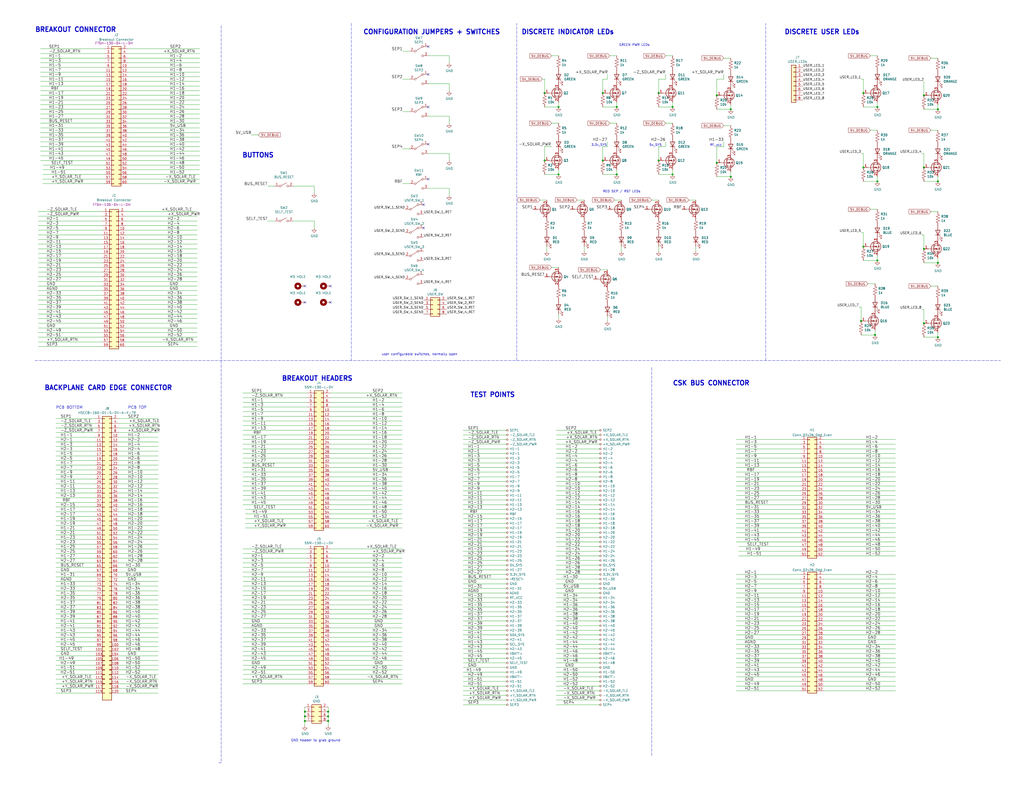
<source format=kicad_sch>
(kicad_sch (version 20211123) (generator eeschema)
  (paper "C")
  (junction (at 304.8 58.42))
  (junction (at 179.07 393.7))
  (junction (at 166.37 391.16))
  (junction (at 471.17 91.44))
  (junction (at 398.78 59.69))
  (junction (at 367.03 58.42))
  (junction (at 304.8 95.25))
  (junction (at 504.19 91.44))
  (junction (at 367.03 95.25))
  (junction (at 297.18 50.8))
  (junction (at 391.16 88.9))
  (junction (at 504.19 135.89))
  (junction (at 179.07 388.62))
  (junction (at 471.17 50.8))
  (junction (at 504.19 52.07))
  (junction (at 504.19 176.53))
  (junction (at 478.79 99.06))
  (junction (at 166.37 393.7))
  (junction (at 511.81 184.15))
  (junction (at 511.81 59.69))
  (junction (at 391.16 52.07))
  (junction (at 297.18 87.63))
  (junction (at 336.55 58.42))
  (junction (at 179.07 391.16))
  (junction (at 478.79 58.42))
  (junction (at 471.17 134.62))
  (junction (at 398.78 96.52))
  (junction (at 336.55 95.25))
  (junction (at 469.9 175.26))
  (junction (at 166.37 388.62))
  (junction (at 478.79 142.24))
  (junction (at 328.93 87.63))
  (junction (at 477.52 182.88))
  (junction (at 511.81 143.51))
  (junction (at 359.41 87.63))
  (junction (at 359.41 50.8))
  (junction (at 511.81 99.06))
  (junction (at 328.93 50.8))
  (no_connect (at 166.37 156.21))
  (no_connect (at 233.68 97.79))
  (no_connect (at 233.68 25.4))
  (no_connect (at 231.14 124.46))
  (no_connect (at 180.34 156.21))
  (no_connect (at 233.68 58.42))
  (no_connect (at 231.14 111.76))
  (no_connect (at 233.68 78.74))
  (no_connect (at 180.34 165.1))
  (no_connect (at 166.37 165.1))
  (no_connect (at 233.68 40.64))
  (wire (pts (xy 52.07 302.26) (xy 30.48 302.26)))
  (wire (pts (xy 52.07 248.92) (xy 30.48 248.92)))
  (wire (pts (xy 303.53 326.39) (xy 327.66 326.39)))
  (wire (pts (xy 86.36 370.84) (xy 64.77 370.84)))
  (wire (pts (xy 107.696 130.81) (xy 68.58 130.81)))
  (wire (pts (xy 332.74 67.31) (xy 336.55 67.31)))
  (wire (pts (xy 146.05 101.6) (xy 149.86 101.6)))
  (wire (pts (xy 252.73 316.23) (xy 276.86 316.23)))
  (wire (pts (xy 436.88 255.27) (xy 401.828 255.27)))
  (wire (pts (xy 57.15 69.85) (xy 22.098 69.85)))
  (wire (pts (xy 488.696 252.73) (xy 449.58 252.73)))
  (wire (pts (xy 86.36 347.98) (xy 64.77 347.98)))
  (wire (pts (xy 57.15 31.75) (xy 22.098 31.75)))
  (wire (pts (xy 86.36 337.82) (xy 64.77 337.82)))
  (wire (pts (xy 436.88 273.05) (xy 401.828 273.05)))
  (wire (pts (xy 303.53 275.59) (xy 327.66 275.59)))
  (wire (pts (xy 436.88 359.41) (xy 401.828 359.41)))
  (wire (pts (xy 160.02 120.65) (xy 171.45 120.65)))
  (wire (pts (xy 245.11 45.72) (xy 245.11 49.53)))
  (wire (pts (xy 219.456 325.12) (xy 180.34 325.12)))
  (wire (pts (xy 219.456 340.36) (xy 180.34 340.36)))
  (wire (pts (xy 252.73 257.81) (xy 276.86 257.81)))
  (wire (pts (xy 55.88 151.13) (xy 20.828 151.13)))
  (wire (pts (xy 52.07 340.36) (xy 30.48 340.36)))
  (wire (pts (xy 107.696 123.19) (xy 68.58 123.19)))
  (wire (pts (xy 167.64 345.44) (xy 132.588 345.44)))
  (wire (pts (xy 488.696 273.05) (xy 449.58 273.05)))
  (wire (pts (xy 52.07 378.46) (xy 30.48 378.46)))
  (wire (pts (xy 303.53 346.71) (xy 327.66 346.71)))
  (wire (pts (xy 471.17 99.06) (xy 478.79 99.06)))
  (wire (pts (xy 252.73 339.09) (xy 276.86 339.09)))
  (wire (pts (xy 252.73 306.07) (xy 276.86 306.07)))
  (wire (pts (xy 219.456 245.11) (xy 180.34 245.11)))
  (wire (pts (xy 303.53 252.73) (xy 327.66 252.73)))
  (wire (pts (xy 107.696 138.43) (xy 68.58 138.43)))
  (wire (pts (xy 303.53 384.81) (xy 327.66 384.81)))
  (wire (pts (xy 86.36 373.38) (xy 64.77 373.38)))
  (wire (pts (xy 167.64 312.42) (xy 132.588 312.42)))
  (wire (pts (xy 108.966 52.07) (xy 69.85 52.07)))
  (wire (pts (xy 478.79 96.52) (xy 478.79 99.06)))
  (wire (pts (xy 219.456 288.29) (xy 180.34 288.29)))
  (wire (pts (xy 471.17 83.82) (xy 469.9 83.82)))
  (wire (pts (xy 488.696 323.85) (xy 449.58 323.85)))
  (wire (pts (xy 436.88 240.03) (xy 401.828 240.03)))
  (wire (pts (xy 167.64 265.43) (xy 132.588 265.43)))
  (wire (pts (xy 436.88 354.33) (xy 401.828 354.33)))
  (wire (pts (xy 233.68 45.72) (xy 245.11 45.72)))
  (wire (pts (xy 303.53 308.61) (xy 327.66 308.61)))
  (wire (pts (xy 52.07 297.18) (xy 30.48 297.18)))
  (wire (pts (xy 108.966 36.83) (xy 69.85 36.83)))
  (wire (pts (xy 303.53 323.85) (xy 327.66 323.85)))
  (wire (pts (xy 219.456 232.41) (xy 180.34 232.41)))
  (wire (pts (xy 167.64 288.29) (xy 133.858 288.29)))
  (wire (pts (xy 488.696 303.53) (xy 449.58 303.53)))
  (wire (pts (xy 303.53 354.33) (xy 327.66 354.33)))
  (wire (pts (xy 245.11 30.48) (xy 245.11 34.29)))
  (wire (pts (xy 436.88 369.57) (xy 401.828 369.57)))
  (wire (pts (xy 86.36 284.48) (xy 64.77 284.48)))
  (polyline (pts (xy 120.65 416.56) (xy 119.38 416.56)))
  (wire (pts (xy 504.19 143.51) (xy 511.81 143.51)))
  (wire (pts (xy 252.73 318.77) (xy 276.86 318.77)))
  (wire (pts (xy 107.696 189.23) (xy 68.58 189.23)))
  (wire (pts (xy 86.36 279.4) (xy 64.77 279.4)))
  (wire (pts (xy 167.64 314.96) (xy 132.588 314.96)))
  (wire (pts (xy 107.696 176.53) (xy 68.58 176.53)))
  (wire (pts (xy 511.81 96.52) (xy 511.81 99.06)))
  (wire (pts (xy 86.36 365.76) (xy 64.77 365.76)))
  (wire (pts (xy 303.53 382.27) (xy 327.66 382.27)))
  (wire (pts (xy 297.18 95.25) (xy 304.8 95.25)))
  (wire (pts (xy 436.88 336.55) (xy 401.828 336.55)))
  (wire (pts (xy 219.456 373.38) (xy 180.34 373.38)))
  (wire (pts (xy 52.07 375.92) (xy 30.48 375.92)))
  (wire (pts (xy 436.88 275.59) (xy 401.828 275.59)))
  (wire (pts (xy 167.64 280.67) (xy 133.858 280.67)))
  (wire (pts (xy 504.19 52.07) (xy 504.19 44.45)))
  (wire (pts (xy 108.966 49.53) (xy 69.85 49.53)))
  (wire (pts (xy 303.53 377.19) (xy 327.66 377.19)))
  (wire (pts (xy 252.73 308.61) (xy 276.86 308.61)))
  (wire (pts (xy 57.15 54.61) (xy 22.098 54.61)))
  (wire (pts (xy 436.88 364.49) (xy 401.828 364.49)))
  (wire (pts (xy 86.36 320.04) (xy 64.77 320.04)))
  (wire (pts (xy 359.41 95.25) (xy 367.03 95.25)))
  (wire (pts (xy 303.53 290.83) (xy 327.66 290.83)))
  (wire (pts (xy 107.696 168.91) (xy 68.58 168.91)))
  (wire (pts (xy 167.64 355.6) (xy 132.588 355.6)))
  (wire (pts (xy 252.73 252.73) (xy 276.86 252.73)))
  (wire (pts (xy 219.456 247.65) (xy 180.34 247.65)))
  (wire (pts (xy 469.9 167.64) (xy 468.63 167.64)))
  (wire (pts (xy 303.53 283.21) (xy 327.66 283.21)))
  (polyline (pts (xy 417.83 196.85) (xy 417.83 12.7)))
  (wire (pts (xy 252.73 364.49) (xy 276.86 364.49)))
  (wire (pts (xy 179.07 396.24) (xy 179.07 393.7)))
  (wire (pts (xy 303.53 250.19) (xy 327.66 250.19)))
  (wire (pts (xy 436.88 316.23) (xy 401.828 316.23)))
  (wire (pts (xy 52.07 314.96) (xy 30.48 314.96)))
  (wire (pts (xy 436.88 318.77) (xy 401.828 318.77)))
  (wire (pts (xy 508 71.12) (xy 511.81 71.12)))
  (wire (pts (xy 488.696 280.67) (xy 449.58 280.67)))
  (wire (pts (xy 508 156.21) (xy 511.81 156.21)))
  (wire (pts (xy 375.92 109.22) (xy 379.73 109.22)))
  (wire (pts (xy 331.47 172.72) (xy 331.47 175.26)))
  (wire (pts (xy 488.696 334.01) (xy 449.58 334.01)))
  (wire (pts (xy 436.88 321.31) (xy 401.828 321.31)))
  (wire (pts (xy 233.68 63.5) (xy 245.11 63.5)))
  (wire (pts (xy 167.64 260.35) (xy 132.588 260.35)))
  (wire (pts (xy 488.696 344.17) (xy 449.58 344.17)))
  (wire (pts (xy 252.73 382.27) (xy 276.86 382.27)))
  (wire (pts (xy 146.05 120.65) (xy 149.86 120.65)))
  (wire (pts (xy 252.73 323.85) (xy 276.86 323.85)))
  (wire (pts (xy 108.966 34.29) (xy 69.85 34.29)))
  (wire (pts (xy 219.456 283.21) (xy 180.34 283.21)))
  (wire (pts (xy 219.456 360.68) (xy 180.34 360.68)))
  (wire (pts (xy 167.64 320.04) (xy 132.588 320.04)))
  (wire (pts (xy 167.64 224.79) (xy 132.588 224.79)))
  (wire (pts (xy 219.71 81.28) (xy 223.52 81.28)))
  (wire (pts (xy 86.36 236.22) (xy 64.77 236.22)))
  (wire (pts (xy 252.73 321.31) (xy 276.86 321.31)))
  (wire (pts (xy 86.36 259.08) (xy 64.77 259.08)))
  (wire (pts (xy 86.36 292.1) (xy 64.77 292.1)))
  (wire (pts (xy 86.36 299.72) (xy 64.77 299.72)))
  (wire (pts (xy 52.07 271.78) (xy 30.48 271.78)))
  (wire (pts (xy 108.966 97.79) (xy 69.85 97.79)))
  (wire (pts (xy 252.73 379.73) (xy 276.86 379.73)))
  (wire (pts (xy 52.07 269.24) (xy 30.48 269.24)))
  (wire (pts (xy 488.696 267.97) (xy 449.58 267.97)))
  (wire (pts (xy 488.696 346.71) (xy 449.58 346.71)))
  (wire (pts (xy 86.36 335.28) (xy 64.77 335.28)))
  (wire (pts (xy 108.966 77.47) (xy 69.85 77.47)))
  (wire (pts (xy 303.53 344.17) (xy 327.66 344.17)))
  (wire (pts (xy 303.53 321.31) (xy 327.66 321.31)))
  (wire (pts (xy 107.696 140.97) (xy 68.58 140.97)))
  (wire (pts (xy 303.53 374.65) (xy 327.66 374.65)))
  (wire (pts (xy 252.73 285.75) (xy 276.86 285.75)))
  (wire (pts (xy 303.53 257.81) (xy 327.66 257.81)))
  (wire (pts (xy 107.696 120.65) (xy 68.58 120.65)))
  (wire (pts (xy 394.97 80.01) (xy 394.97 77.47)))
  (wire (pts (xy 108.966 62.23) (xy 69.85 62.23)))
  (wire (pts (xy 473.71 154.94) (xy 477.52 154.94)))
  (wire (pts (xy 252.73 356.87) (xy 276.86 356.87)))
  (wire (pts (xy 167.64 309.88) (xy 132.588 309.88)))
  (wire (pts (xy 488.696 265.43) (xy 449.58 265.43)))
  (wire (pts (xy 359.41 80.01) (xy 363.22 80.01)))
  (wire (pts (xy 167.64 217.17) (xy 132.588 217.17)))
  (wire (pts (xy 303.53 247.65) (xy 327.66 247.65)))
  (wire (pts (xy 298.45 134.62) (xy 298.45 137.16)))
  (wire (pts (xy 488.696 377.19) (xy 449.58 377.19)))
  (wire (pts (xy 52.07 360.68) (xy 30.48 360.68)))
  (wire (pts (xy 55.88 166.37) (xy 20.828 166.37)))
  (wire (pts (xy 219.456 262.89) (xy 180.34 262.89)))
  (wire (pts (xy 52.07 312.42) (xy 30.48 312.42)))
  (wire (pts (xy 303.53 311.15) (xy 327.66 311.15)))
  (wire (pts (xy 304.8 92.71) (xy 304.8 95.25)))
  (wire (pts (xy 179.07 391.16) (xy 179.07 388.62)))
  (wire (pts (xy 167.64 353.06) (xy 132.588 353.06)))
  (wire (pts (xy 52.07 238.76) (xy 30.48 238.76)))
  (wire (pts (xy 471.17 43.18) (xy 469.9 43.18)))
  (wire (pts (xy 167.64 222.25) (xy 132.588 222.25)))
  (wire (pts (xy 436.88 267.97) (xy 401.828 267.97)))
  (wire (pts (xy 436.88 326.39) (xy 401.828 326.39)))
  (wire (pts (xy 219.456 327.66) (xy 180.34 327.66)))
  (wire (pts (xy 488.696 367.03) (xy 449.58 367.03)))
  (wire (pts (xy 166.37 388.62) (xy 166.37 391.16)))
  (wire (pts (xy 488.696 372.11) (xy 449.58 372.11)))
  (wire (pts (xy 219.456 304.8) (xy 180.34 304.8)))
  (wire (pts (xy 108.966 26.67) (xy 69.85 26.67)))
  (wire (pts (xy 488.696 245.11) (xy 449.58 245.11)))
  (wire (pts (xy 57.15 41.91) (xy 22.098 41.91)))
  (wire (pts (xy 303.53 260.35) (xy 327.66 260.35)))
  (wire (pts (xy 55.88 140.97) (xy 20.828 140.97)))
  (wire (pts (xy 86.36 340.36) (xy 64.77 340.36)))
  (wire (pts (xy 436.88 280.67) (xy 401.828 280.67)))
  (wire (pts (xy 359.41 134.62) (xy 359.41 137.16)))
  (wire (pts (xy 107.696 163.83) (xy 68.58 163.83)))
  (wire (pts (xy 471.17 91.44) (xy 471.17 83.82)))
  (wire (pts (xy 303.53 288.29) (xy 327.66 288.29)))
  (wire (pts (xy 219.456 350.52) (xy 180.34 350.52)))
  (wire (pts (xy 167.64 257.81) (xy 132.588 257.81)))
  (wire (pts (xy 294.64 109.22) (xy 298.45 109.22)))
  (wire (pts (xy 167.64 255.27) (xy 132.588 255.27)))
  (wire (pts (xy 488.696 288.29) (xy 449.58 288.29)))
  (wire (pts (xy 86.36 246.38) (xy 64.77 246.38)))
  (wire (pts (xy 108.966 100.33) (xy 69.85 100.33)))
  (wire (pts (xy 52.07 241.3) (xy 30.48 241.3)))
  (wire (pts (xy 391.16 96.52) (xy 398.78 96.52)))
  (wire (pts (xy 488.696 374.65) (xy 449.58 374.65)))
  (wire (pts (xy 336.55 92.71) (xy 336.55 95.25)))
  (wire (pts (xy 52.07 347.98) (xy 30.48 347.98)))
  (wire (pts (xy 303.53 262.89) (xy 327.66 262.89)))
  (wire (pts (xy 511.81 140.97) (xy 511.81 143.51)))
  (wire (pts (xy 167.64 302.26) (xy 132.588 302.26)))
  (wire (pts (xy 107.696 143.51) (xy 68.58 143.51)))
  (wire (pts (xy 252.73 303.53) (xy 276.86 303.53)))
  (wire (pts (xy 252.73 298.45) (xy 276.86 298.45)))
  (wire (pts (xy 52.07 274.32) (xy 30.48 274.32)))
  (wire (pts (xy 52.07 350.52) (xy 30.48 350.52)))
  (wire (pts (xy 436.88 300.99) (xy 403.098 300.99)))
  (wire (pts (xy 57.15 97.79) (xy 23.368 97.79)))
  (wire (pts (xy 252.73 372.11) (xy 276.86 372.11)))
  (wire (pts (xy 108.966 57.15) (xy 69.85 57.15)))
  (wire (pts (xy 488.696 283.21) (xy 449.58 283.21)))
  (wire (pts (xy 252.73 367.03) (xy 276.86 367.03)))
  (wire (pts (xy 252.73 295.91) (xy 276.86 295.91)))
  (wire (pts (xy 86.36 325.12) (xy 64.77 325.12)))
  (wire (pts (xy 469.9 175.26) (xy 469.9 167.64)))
  (wire (pts (xy 52.07 266.7) (xy 30.48 266.7)))
  (wire (pts (xy 167.64 327.66) (xy 132.588 327.66)))
  (wire (pts (xy 504.19 83.82) (xy 502.92 83.82)))
  (wire (pts (xy 52.07 294.64) (xy 30.48 294.64)))
  (wire (pts (xy 167.64 304.8) (xy 132.588 304.8)))
  (wire (pts (xy 219.456 368.3) (xy 180.34 368.3)))
  (wire (pts (xy 167.64 340.36) (xy 132.588 340.36)))
  (wire (pts (xy 303.53 242.57) (xy 327.66 242.57)))
  (wire (pts (xy 508 31.75) (xy 511.81 31.75)))
  (wire (pts (xy 303.53 270.51) (xy 327.66 270.51)))
  (wire (pts (xy 55.88 153.67) (xy 20.828 153.67)))
  (wire (pts (xy 436.88 278.13) (xy 401.828 278.13)))
  (wire (pts (xy 436.88 346.71) (xy 401.828 346.71)))
  (wire (pts (xy 488.696 255.27) (xy 449.58 255.27)))
  (wire (pts (xy 436.88 295.91) (xy 401.828 295.91)))
  (wire (pts (xy 55.88 161.29) (xy 20.828 161.29)))
  (wire (pts (xy 504.19 59.69) (xy 511.81 59.69)))
  (wire (pts (xy 167.64 267.97) (xy 132.588 267.97)))
  (wire (pts (xy 219.456 332.74) (xy 180.34 332.74)))
  (wire (pts (xy 107.696 158.75) (xy 68.58 158.75)))
  (wire (pts (xy 252.73 313.69) (xy 276.86 313.69)))
  (wire (pts (xy 52.07 370.84) (xy 30.48 370.84)))
  (wire (pts (xy 474.98 71.12) (xy 478.79 71.12)))
  (wire (pts (xy 55.88 173.99) (xy 20.828 173.99)))
  (wire (pts (xy 86.36 248.92) (xy 64.77 248.92)))
  (wire (pts (xy 359.41 50.8) (xy 359.41 43.18)))
  (wire (pts (xy 252.73 326.39) (xy 276.86 326.39)))
  (wire (pts (xy 303.53 293.37) (xy 327.66 293.37)))
  (wire (pts (xy 55.88 123.19) (xy 20.828 123.19)))
  (wire (pts (xy 398.78 57.15) (xy 398.78 59.69)))
  (wire (pts (xy 55.88 118.11) (xy 20.828 118.11)))
  (wire (pts (xy 252.73 237.49) (xy 276.86 237.49)))
  (wire (pts (xy 252.73 270.51) (xy 276.86 270.51)))
  (wire (pts (xy 57.15 36.83) (xy 22.098 36.83)))
  (wire (pts (xy 57.15 100.33) (xy 23.368 100.33)))
  (wire (pts (xy 86.36 378.46) (xy 64.77 378.46)))
  (wire (pts (xy 107.696 153.67) (xy 68.58 153.67)))
  (wire (pts (xy 52.07 284.48) (xy 30.48 284.48)))
  (wire (pts (xy 488.696 262.89) (xy 449.58 262.89)))
  (wire (pts (xy 55.88 158.75) (xy 20.828 158.75)))
  (wire (pts (xy 107.696 146.05) (xy 68.58 146.05)))
  (wire (pts (xy 252.73 311.15) (xy 276.86 311.15)))
  (wire (pts (xy 367.03 92.71) (xy 367.03 95.25)))
  (wire (pts (xy 355.6 109.22) (xy 359.41 109.22)))
  (wire (pts (xy 488.696 321.31) (xy 449.58 321.31)))
  (wire (pts (xy 86.36 294.64) (xy 64.77 294.64)))
  (wire (pts (xy 303.53 300.99) (xy 327.66 300.99)))
  (wire (pts (xy 107.696 173.99) (xy 68.58 173.99)))
  (wire (pts (xy 167.64 335.28) (xy 132.588 335.28)))
  (wire (pts (xy 488.696 328.93) (xy 449.58 328.93)))
  (wire (pts (xy 252.73 262.89) (xy 276.86 262.89)))
  (wire (pts (xy 252.73 377.19) (xy 276.86 377.19)))
  (wire (pts (xy 86.36 355.6) (xy 64.77 355.6)))
  (wire (pts (xy 252.73 300.99) (xy 276.86 300.99)))
  (wire (pts (xy 252.73 354.33) (xy 276.86 354.33)))
  (wire (pts (xy 86.36 254) (xy 64.77 254)))
  (wire (pts (xy 57.15 80.01) (xy 22.098 80.01)))
  (wire (pts (xy 52.07 264.16) (xy 30.48 264.16)))
  (wire (pts (xy 328.93 87.63) (xy 328.93 80.01)))
  (wire (pts (xy 504.19 99.06) (xy 511.81 99.06)))
  (wire (pts (xy 57.15 95.25) (xy 23.368 95.25)))
  (wire (pts (xy 86.36 309.88) (xy 64.77 309.88)))
  (wire (pts (xy 303.53 331.47) (xy 327.66 331.47)))
  (wire (pts (xy 167.64 358.14) (xy 132.588 358.14)))
  (wire (pts (xy 167.64 232.41) (xy 132.588 232.41)))
  (wire (pts (xy 327.66 147.32) (xy 331.47 147.32)))
  (wire (pts (xy 52.07 335.28) (xy 30.48 335.28)))
  (wire (pts (xy 57.15 62.23) (xy 22.098 62.23)))
  (wire (pts (xy 107.696 125.73) (xy 68.58 125.73)))
  (wire (pts (xy 297.18 58.42) (xy 304.8 58.42)))
  (wire (pts (xy 108.966 41.91) (xy 69.85 41.91)))
  (wire (pts (xy 436.88 377.19) (xy 401.828 377.19)))
  (wire (pts (xy 86.36 327.66) (xy 64.77 327.66)))
  (wire (pts (xy 436.88 270.51) (xy 401.828 270.51)))
  (wire (pts (xy 52.07 233.68) (xy 30.48 233.68)))
  (wire (pts (xy 167.64 370.84) (xy 132.588 370.84)))
  (wire (pts (xy 436.88 372.11) (xy 401.828 372.11)))
  (wire (pts (xy 108.966 72.39) (xy 69.85 72.39)))
  (wire (pts (xy 252.73 242.57) (xy 276.86 242.57)))
  (wire (pts (xy 86.36 317.5) (xy 64.77 317.5)))
  (wire (pts (xy 328.93 50.8) (xy 328.93 43.18)))
  (wire (pts (xy 303.53 364.49) (xy 327.66 364.49)))
  (wire (pts (xy 504.19 176.53) (xy 504.19 168.91)))
  (wire (pts (xy 504.19 184.15) (xy 511.81 184.15)))
  (wire (pts (xy 436.88 367.03) (xy 401.828 367.03)))
  (wire (pts (xy 52.07 279.4) (xy 30.48 279.4)))
  (polyline (pts (xy 19.05 196.85) (xy 546.1 196.85)))
  (wire (pts (xy 55.88 135.89) (xy 20.828 135.89)))
  (wire (pts (xy 488.696 354.33) (xy 449.58 354.33)))
  (wire (pts (xy 488.696 336.55) (xy 449.58 336.55)))
  (wire (pts (xy 52.07 256.54) (xy 30.48 256.54)))
  (wire (pts (xy 167.64 373.38) (xy 132.588 373.38)))
  (wire (pts (xy 488.696 290.83) (xy 449.58 290.83)))
  (wire (pts (xy 107.696 148.59) (xy 68.58 148.59)))
  (wire (pts (xy 86.36 345.44) (xy 64.77 345.44)))
  (wire (pts (xy 359.41 43.18) (xy 363.22 43.18)))
  (wire (pts (xy 57.15 29.21) (xy 22.098 29.21)))
  (wire (pts (xy 107.696 161.29) (xy 68.58 161.29)))
  (wire (pts (xy 474.98 30.48) (xy 478.79 30.48)))
  (wire (pts (xy 331.47 77.47) (xy 331.47 80.01)))
  (wire (pts (xy 252.73 369.57) (xy 276.86 369.57)))
  (wire (pts (xy 359.41 58.42) (xy 367.03 58.42)))
  (wire (pts (xy 252.73 260.35) (xy 276.86 260.35)))
  (wire (pts (xy 391.16 80.01) (xy 391.16 88.9)))
  (wire (pts (xy 108.966 85.09) (xy 69.85 85.09)))
  (wire (pts (xy 52.07 342.9) (xy 30.48 342.9)))
  (wire (pts (xy 179.07 393.7) (xy 179.07 391.16)))
  (wire (pts (xy 488.696 316.23) (xy 449.58 316.23)))
  (wire (pts (xy 86.36 353.06) (xy 64.77 353.06)))
  (wire (pts (xy 55.88 189.23) (xy 20.828 189.23)))
  (wire (pts (xy 252.73 280.67) (xy 276.86 280.67)))
  (wire (pts (xy 167.64 325.12) (xy 132.588 325.12)))
  (wire (pts (xy 488.696 351.79) (xy 449.58 351.79)))
  (wire (pts (xy 436.88 250.19) (xy 401.828 250.19)))
  (wire (pts (xy 303.53 306.07) (xy 327.66 306.07)))
  (wire (pts (xy 86.36 228.6) (xy 64.77 228.6)))
  (wire (pts (xy 107.696 135.89) (xy 68.58 135.89)))
  (wire (pts (xy 303.53 318.77) (xy 327.66 318.77)))
  (wire (pts (xy 488.696 275.59) (xy 449.58 275.59)))
  (wire (pts (xy 363.22 67.31) (xy 367.03 67.31)))
  (wire (pts (xy 219.456 309.88) (xy 180.34 309.88)))
  (wire (pts (xy 488.696 257.81) (xy 449.58 257.81)))
  (wire (pts (xy 55.88 146.05) (xy 20.828 146.05)))
  (wire (pts (xy 303.53 316.23) (xy 327.66 316.23)))
  (wire (pts (xy 252.73 265.43) (xy 276.86 265.43)))
  (wire (pts (xy 328.93 95.25) (xy 336.55 95.25)))
  (wire (pts (xy 86.36 289.56) (xy 64.77 289.56)))
  (wire (pts (xy 303.53 361.95) (xy 327.66 361.95)))
  (wire (pts (xy 252.73 250.19) (xy 276.86 250.19)))
  (wire (pts (xy 252.73 240.03) (xy 276.86 240.03)))
  (wire (pts (xy 219.456 229.87) (xy 180.34 229.87)))
  (wire (pts (xy 107.696 186.69) (xy 68.58 186.69)))
  (wire (pts (xy 219.456 307.34) (xy 180.34 307.34)))
  (wire (pts (xy 303.53 273.05) (xy 327.66 273.05)))
  (wire (pts (xy 167.64 307.34) (xy 132.588 307.34)))
  (wire (pts (xy 219.456 237.49) (xy 180.34 237.49)))
  (wire (pts (xy 219.456 320.04) (xy 180.34 320.04)))
  (wire (pts (xy 52.07 304.8) (xy 30.48 304.8)))
  (wire (pts (xy 436.88 323.85) (xy 401.828 323.85)))
  (wire (pts (xy 303.53 356.87) (xy 327.66 356.87)))
  (wire (pts (xy 86.36 261.62) (xy 64.77 261.62)))
  (wire (pts (xy 219.456 358.14) (xy 180.34 358.14)))
  (wire (pts (xy 303.53 349.25) (xy 327.66 349.25)))
  (wire (pts (xy 219.456 285.75) (xy 180.34 285.75)))
  (wire (pts (xy 219.456 252.73) (xy 180.34 252.73)))
  (wire (pts (xy 57.15 39.37) (xy 22.098 39.37)))
  (wire (pts (xy 436.88 262.89) (xy 401.828 262.89)))
  (wire (pts (xy 86.36 314.96) (xy 64.77 314.96)))
  (wire (pts (xy 219.71 27.94) (xy 223.52 27.94)))
  (wire (pts (xy 303.53 234.95) (xy 327.66 234.95)))
  (wire (pts (xy 108.966 92.71) (xy 69.85 92.71)))
  (wire (pts (xy 303.53 278.13) (xy 327.66 278.13)))
  (wire (pts (xy 219.456 227.33) (xy 180.34 227.33)))
  (wire (pts (xy 57.15 92.71) (xy 23.368 92.71)))
  (wire (pts (xy 252.73 273.05) (xy 276.86 273.05)))
  (wire (pts (xy 52.07 327.66) (xy 30.48 327.66)))
  (wire (pts (xy 52.07 365.76) (xy 30.48 365.76)))
  (wire (pts (xy 57.15 72.39) (xy 22.098 72.39)))
  (wire (pts (xy 219.456 240.03) (xy 180.34 240.03)))
  (wire (pts (xy 52.07 254) (xy 30.48 254)))
  (wire (pts (xy 219.456 342.9) (xy 180.34 342.9)))
  (wire (pts (xy 86.36 332.74) (xy 64.77 332.74)))
  (wire (pts (xy 160.02 101.6) (xy 171.45 101.6)))
  (wire (pts (xy 52.07 325.12) (xy 30.48 325.12)))
  (wire (pts (xy 252.73 293.37) (xy 276.86 293.37)))
  (wire (pts (xy 167.64 250.19) (xy 132.588 250.19)))
  (wire (pts (xy 52.07 281.94) (xy 30.48 281.94)))
  (wire (pts (xy 245.11 83.82) (xy 245.11 87.63)))
  (wire (pts (xy 219.456 280.67) (xy 180.34 280.67)))
  (wire (pts (xy 52.07 355.6) (xy 30.48 355.6)))
  (wire (pts (xy 328.93 58.42) (xy 336.55 58.42)))
  (wire (pts (xy 359.41 87.63) (xy 359.41 80.01)))
  (wire (pts (xy 252.73 334.01) (xy 276.86 334.01)))
  (wire (pts (xy 436.88 257.81) (xy 401.828 257.81)))
  (wire (pts (xy 167.64 332.74) (xy 132.588 332.74)))
  (wire (pts (xy 108.966 59.69) (xy 69.85 59.69)))
  (wire (pts (xy 219.456 214.63) (xy 180.34 214.63)))
  (wire (pts (xy 314.96 109.22) (xy 318.77 109.22)))
  (wire (pts (xy 52.07 289.56) (xy 30.48 289.56)))
  (wire (pts (xy 436.88 328.93) (xy 401.828 328.93)))
  (wire (pts (xy 219.456 242.57) (xy 180.34 242.57)))
  (wire (pts (xy 478.79 55.88) (xy 478.79 58.42)))
  (wire (pts (xy 55.88 120.65) (xy 20.828 120.65)))
  (wire (pts (xy 55.88 130.81) (xy 20.828 130.81)))
  (wire (pts (xy 331.47 40.64) (xy 331.47 43.18)))
  (wire (pts (xy 488.696 295.91) (xy 449.58 295.91)))
  (wire (pts (xy 86.36 233.68) (xy 64.77 233.68)))
  (wire (pts (xy 219.456 224.79) (xy 180.34 224.79)))
  (wire (pts (xy 55.88 163.83) (xy 20.828 163.83)))
  (wire (pts (xy 108.966 54.61) (xy 69.85 54.61)))
  (polyline (pts (xy 120.65 13.97) (xy 120.65 416.56)))
  (wire (pts (xy 488.696 270.51) (xy 449.58 270.51)))
  (wire (pts (xy 300.99 30.48) (xy 304.8 30.48)))
  (wire (pts (xy 471.17 134.62) (xy 471.17 127)))
  (wire (pts (xy 478.79 139.7) (xy 478.79 142.24)))
  (wire (pts (xy 436.88 283.21) (xy 401.828 283.21)))
  (wire (pts (xy 303.53 313.69) (xy 327.66 313.69)))
  (wire (pts (xy 86.36 241.3) (xy 64.77 241.3)))
  (polyline (pts (xy 281.94 196.85) (xy 281.94 12.7)))
  (wire (pts (xy 57.15 85.09) (xy 22.098 85.09)))
  (wire (pts (xy 167.64 237.49) (xy 132.588 237.49)))
  (wire (pts (xy 233.68 83.82) (xy 245.11 83.82)))
  (wire (pts (xy 167.64 278.13) (xy 133.858 278.13)))
  (wire (pts (xy 252.73 267.97) (xy 276.86 267.97)))
  (wire (pts (xy 488.696 356.87) (xy 449.58 356.87)))
  (wire (pts (xy 52.07 332.74) (xy 30.48 332.74)))
  (wire (pts (xy 167.64 368.3) (xy 132.588 368.3)))
  (wire (pts (xy 219.456 267.97) (xy 180.34 267.97)))
  (wire (pts (xy 436.88 285.75) (xy 401.828 285.75)))
  (wire (pts (xy 167.64 342.9) (xy 132.588 342.9)))
  (wire (pts (xy 167.64 245.11) (xy 132.588 245.11)))
  (wire (pts (xy 300.99 80.01) (xy 297.18 80.01)))
  (wire (pts (xy 86.36 287.02) (xy 64.77 287.02)))
  (wire (pts (xy 108.966 87.63) (xy 69.85 87.63)))
  (wire (pts (xy 303.53 328.93) (xy 327.66 328.93)))
  (wire (pts (xy 252.73 374.65) (xy 276.86 374.65)))
  (wire (pts (xy 339.09 134.62) (xy 339.09 137.16)))
  (wire (pts (xy 52.07 276.86) (xy 30.48 276.86)))
  (wire (pts (xy 171.45 101.6) (xy 171.45 105.41)))
  (wire (pts (xy 436.88 298.45) (xy 403.098 298.45)))
  (wire (pts (xy 488.696 331.47) (xy 449.58 331.47)))
  (wire (pts (xy 336.55 55.88) (xy 336.55 58.42)))
  (wire (pts (xy 219.456 317.5) (xy 180.34 317.5)))
  (wire (pts (xy 331.47 43.18) (xy 328.93 43.18)))
  (wire (pts (xy 171.45 120.65) (xy 171.45 124.46)))
  (wire (pts (xy 436.88 349.25) (xy 401.828 349.25)))
  (wire (pts (xy 219.456 345.44) (xy 180.34 345.44)))
  (wire (pts (xy 511.81 57.15) (xy 511.81 59.69)))
  (wire (pts (xy 303.53 351.79) (xy 327.66 351.79)))
  (wire (pts (xy 303.53 267.97) (xy 327.66 267.97)))
  (wire (pts (xy 167.64 317.5) (xy 132.588 317.5)))
  (wire (pts (xy 52.07 345.44) (xy 30.48 345.44)))
  (wire (pts (xy 252.73 288.29) (xy 276.86 288.29)))
  (wire (pts (xy 219.456 335.28) (xy 180.34 335.28)))
  (wire (pts (xy 488.696 326.39) (xy 449.58 326.39)))
  (wire (pts (xy 303.53 369.57) (xy 327.66 369.57)))
  (wire (pts (xy 303.53 255.27) (xy 327.66 255.27)))
  (wire (pts (xy 107.696 118.11) (xy 68.58 118.11)))
  (wire (pts (xy 488.696 298.45) (xy 449.58 298.45)))
  (wire (pts (xy 252.73 341.63) (xy 276.86 341.63)))
  (wire (pts (xy 167.64 347.98) (xy 132.588 347.98)))
  (wire (pts (xy 86.36 243.84) (xy 64.77 243.84)))
  (wire (pts (xy 86.36 251.46) (xy 64.77 251.46)))
  (wire (pts (xy 107.696 115.57) (xy 68.58 115.57)))
  (wire (pts (xy 219.456 330.2) (xy 180.34 330.2)))
  (wire (pts (xy 107.696 171.45) (xy 68.58 171.45)))
  (wire (pts (xy 57.15 34.29) (xy 22.098 34.29)))
  (wire (pts (xy 107.696 128.27) (xy 68.58 128.27)))
  (wire (pts (xy 436.88 341.63) (xy 401.828 341.63)))
  (wire (pts (xy 167.64 360.68) (xy 132.588 360.68)))
  (wire (pts (xy 471.17 50.8) (xy 471.17 43.18)))
  (wire (pts (xy 57.15 74.93) (xy 22.098 74.93)))
  (wire (pts (xy 394.97 68.58) (xy 398.78 68.58)))
  (wire (pts (xy 86.36 302.26) (xy 64.77 302.26)))
  (wire (pts (xy 108.966 90.17) (xy 69.85 90.17)))
  (wire (pts (xy 488.696 250.19) (xy 449.58 250.19)))
  (wire (pts (xy 252.73 346.71) (xy 276.86 346.71)))
  (wire (pts (xy 108.966 74.93) (xy 69.85 74.93)))
  (wire (pts (xy 166.37 386.08) (xy 166.37 388.62)))
  (wire (pts (xy 167.64 234.95) (xy 132.588 234.95)))
  (wire (pts (xy 252.73 328.93) (xy 276.86 328.93)))
  (wire (pts (xy 167.64 214.63) (xy 132.588 214.63)))
  (wire (pts (xy 57.15 64.77) (xy 22.098 64.77)))
  (wire (pts (xy 303.53 295.91) (xy 327.66 295.91)))
  (wire (pts (xy 252.73 344.17) (xy 276.86 344.17)))
  (wire (pts (xy 167.64 330.2) (xy 132.588 330.2)))
  (wire (pts (xy 86.36 238.76) (xy 64.77 238.76)))
  (wire (pts (xy 57.15 67.31) (xy 22.098 67.31)))
  (wire (pts (xy 52.07 317.5) (xy 30.48 317.5)))
  (wire (pts (xy 86.36 297.18) (xy 64.77 297.18)))
  (wire (pts (xy 86.36 281.94) (xy 64.77 281.94)))
  (wire (pts (xy 219.456 337.82) (xy 180.34 337.82)))
  (wire (pts (xy 86.36 322.58) (xy 64.77 322.58)))
  (wire (pts (xy 252.73 290.83) (xy 276.86 290.83)))
  (wire (pts (xy 303.53 359.41) (xy 327.66 359.41)))
  (wire (pts (xy 300.99 146.05) (xy 304.8 146.05)))
  (wire (pts (xy 367.03 55.88) (xy 367.03 58.42)))
  (wire (pts (xy 137.16 73.66) (xy 140.97 73.66)))
  (wire (pts (xy 219.456 222.25) (xy 180.34 222.25)))
  (wire (pts (xy 303.53 240.03) (xy 327.66 240.03)))
  (wire (pts (xy 436.88 334.01) (xy 401.828 334.01)))
  (wire (pts (xy 167.64 240.03) (xy 132.588 240.03)))
  (wire (pts (xy 363.22 30.48) (xy 367.03 30.48)))
  (wire (pts (xy 332.74 30.48) (xy 336.55 30.48)))
  (wire (pts (xy 379.73 134.62) (xy 379.73 137.16)))
  (wire (pts (xy 219.456 355.6) (xy 180.34 355.6)))
  (wire (pts (xy 219.71 60.96) (xy 223.52 60.96)))
  (wire (pts (xy 488.696 293.37) (xy 449.58 293.37)))
  (wire (pts (xy 303.53 341.63) (xy 327.66 341.63)))
  (wire (pts (xy 219.456 314.96) (xy 180.34 314.96)))
  (wire (pts (xy 471.17 142.24) (xy 478.79 142.24)))
  (wire (pts (xy 304.8 55.88) (xy 304.8 58.42)))
  (wire (pts (xy 55.88 128.27) (xy 20.828 128.27)))
  (wire (pts (xy 55.88 176.53) (xy 20.828 176.53)))
  (wire (pts (xy 52.07 236.22) (xy 30.48 236.22)))
  (wire (pts (xy 166.37 393.7) (xy 166.37 396.24)))
  (wire (pts (xy 167.64 275.59) (xy 132.588 275.59)))
  (wire (pts (xy 219.456 257.81) (xy 180.34 257.81)))
  (wire (pts (xy 488.696 369.57) (xy 449.58 369.57)))
  (wire (pts (xy 363.22 43.18) (xy 363.22 40.64)))
  (wire (pts (xy 252.73 255.27) (xy 276.86 255.27)))
  (wire (pts (xy 86.36 358.14) (xy 64.77 358.14)))
  (wire (pts (xy 86.36 307.34) (xy 64.77 307.34)))
  (wire (pts (xy 52.07 330.2) (xy 30.48 330.2)))
  (wire (pts (xy 167.64 270.51) (xy 132.588 270.51)))
  (wire (pts (xy 219.456 255.27) (xy 180.34 255.27)))
  (wire (pts (xy 57.15 26.67) (xy 22.098 26.67)))
  (wire (pts (xy 55.88 179.07) (xy 20.828 179.07)))
  (wire (pts (xy 86.36 342.9) (xy 64.77 342.9)))
  (wire (pts (xy 504.19 91.44) (xy 504.19 83.82)))
  (wire (pts (xy 86.36 269.24) (xy 64.77 269.24)))
  (wire (pts (xy 219.71 100.33) (xy 223.52 100.33)))
  (wire (pts (xy 52.07 246.38) (xy 30.48 246.38)))
  (wire (pts (xy 219.456 312.42) (xy 180.34 312.42)))
  (wire (pts (xy 52.07 259.08) (xy 30.48 259.08)))
  (wire (pts (xy 219.456 273.05) (xy 180.34 273.05)))
  (wire (pts (xy 55.88 133.35) (xy 20.828 133.35)))
  (wire (pts (xy 167.64 283.21) (xy 133.858 283.21)))
  (wire (pts (xy 219.456 299.72) (xy 180.34 299.72)))
  (wire (pts (xy 107.696 181.61) (xy 68.58 181.61)))
  (wire (pts (xy 86.36 368.3) (xy 64.77 368.3)))
  (wire (pts (xy 219.456 353.06) (xy 180.34 353.06)))
  (wire (pts (xy 318.77 134.62) (xy 318.77 137.16)))
  (wire (pts (xy 504.19 128.27) (xy 502.92 128.27)))
  (wire (pts (xy 252.73 278.13) (xy 276.86 278.13)))
  (wire (pts (xy 52.07 251.46) (xy 30.48 251.46)))
  (wire (pts (xy 55.88 156.21) (xy 20.828 156.21)))
  (wire (pts (xy 252.73 331.47) (xy 276.86 331.47)))
  (wire (pts (xy 219.456 275.59) (xy 180.34 275.59)))
  (wire (pts (xy 107.696 133.35) (xy 68.58 133.35)))
  (wire (pts (xy 436.88 356.87) (xy 401.828 356.87)))
  (wire (pts (xy 436.88 293.37) (xy 401.828 293.37)))
  (wire (pts (xy 436.88 374.65) (xy 401.828 374.65)))
  (wire (pts (xy 303.53 280.67) (xy 327.66 280.67)))
  (wire (pts (xy 167.64 227.33) (xy 132.588 227.33)))
  (wire (pts (xy 488.696 278.13) (xy 449.58 278.13)))
  (wire (pts (xy 108.966 69.85) (xy 69.85 69.85)))
  (wire (pts (xy 488.696 349.25) (xy 449.58 349.25)))
  (wire (pts (xy 219.71 43.18) (xy 223.52 43.18)))
  (wire (pts (xy 436.88 260.35) (xy 401.828 260.35)))
  (wire (pts (xy 108.966 67.31) (xy 69.85 67.31)))
  (wire (pts (xy 488.696 242.57) (xy 449.58 242.57)))
  (wire (pts (xy 436.88 265.43) (xy 401.828 265.43)))
  (wire (pts (xy 436.88 313.69) (xy 401.828 313.69)))
  (wire (pts (xy 107.696 184.15) (xy 68.58 184.15)))
  (wire (pts (xy 167.64 285.75) (xy 133.858 285.75)))
  (wire (pts (xy 55.88 143.51) (xy 20.828 143.51)))
  (wire (pts (xy 504.19 135.89) (xy 504.19 128.27)))
  (wire (pts (xy 488.696 260.35) (xy 449.58 260.35)))
  (wire (pts (xy 179.07 388.62) (xy 179.07 386.08)))
  (wire (pts (xy 52.07 261.62) (xy 30.48 261.62)))
  (wire (pts (xy 304.8 171.45) (xy 304.8 173.99)))
  (wire (pts (xy 335.28 109.22) (xy 339.09 109.22)))
  (wire (pts (xy 219.456 217.17) (xy 180.34 217.17)))
  (wire (pts (xy 167.64 299.72) (xy 132.588 299.72)))
  (wire (pts (xy 300.99 67.31) (xy 304.8 67.31)))
  (wire (pts (xy 303.53 336.55) (xy 327.66 336.55)))
  (wire (pts (xy 394.97 43.18) (xy 394.97 40.64)))
  (wire (pts (xy 86.36 274.32) (xy 64.77 274.32)))
  (wire (pts (xy 52.07 309.88) (xy 30.48 309.88)))
  (wire (pts (xy 488.696 300.99) (xy 449.58 300.99)))
  (wire (pts (xy 167.64 273.05) (xy 132.588 273.05)))
  (wire (pts (xy 219.456 370.84) (xy 180.34 370.84)))
  (wire (pts (xy 219.456 219.71) (xy 180.34 219.71)))
  (wire (pts (xy 57.15 87.63) (xy 22.098 87.63)))
  (wire (pts (xy 219.456 270.51) (xy 180.34 270.51)))
  (wire (pts (xy 331.47 80.01) (xy 328.93 80.01)))
  (wire (pts (xy 391.16 80.01) (xy 394.97 80.01)))
  (wire (pts (xy 252.73 384.81) (xy 276.86 384.81)))
  (wire (pts (xy 488.696 247.65) (xy 449.58 247.65)))
  (wire (pts (xy 303.53 372.11) (xy 327.66 372.11)))
  (wire (pts (xy 108.966 29.21) (xy 69.85 29.21)))
  (wire (pts (xy 252.73 283.21) (xy 276.86 283.21)))
  (wire (pts (xy 167.64 337.82) (xy 132.588 337.82)))
  (wire (pts (xy 398.78 93.98) (xy 398.78 96.52)))
  (polyline (pts (xy 191.77 12.7) (xy 191.77 196.85)))
  (wire (pts (xy 297.18 43.18) (xy 295.91 43.18)))
  (wire (pts (xy 504.19 168.91) (xy 502.92 168.91)))
  (wire (pts (xy 488.696 240.03) (xy 449.58 240.03)))
  (wire (pts (xy 233.68 30.48) (xy 245.11 30.48)))
  (wire (pts (xy 436.88 242.57) (xy 401.828 242.57)))
  (wire (pts (xy 436.88 247.65) (xy 401.828 247.65)))
  (wire (pts (xy 52.07 307.34) (xy 30.48 307.34)))
  (wire (pts (xy 488.696 359.41) (xy 449.58 359.41)))
  (wire (pts (xy 55.88 125.73) (xy 20.828 125.73)))
  (polyline (pts (xy 355.6 200.66) (xy 355.6 412.75)))
  (wire (pts (xy 391.16 43.18) (xy 391.16 52.07)))
  (wire (pts (xy 245.11 102.87) (xy 245.11 106.68)))
  (wire (pts (xy 488.696 318.77) (xy 449.58 318.77)))
  (wire (pts (xy 55.88 115.57) (xy 20.828 115.57)))
  (wire (pts (xy 52.07 358.14) (xy 30.48 358.14)))
  (wire (pts (xy 303.53 334.01) (xy 327.66 334.01)))
  (wire (pts (xy 219.456 363.22) (xy 180.34 363.22)))
  (wire (pts (xy 86.36 264.16) (xy 64.77 264.16)))
  (wire (pts (xy 252.73 234.95) (xy 276.86 234.95)))
  (wire (pts (xy 488.696 364.49) (xy 449.58 364.49)))
  (wire (pts (xy 108.966 80.01) (xy 69.85 80.01)))
  (wire (pts (xy 252.73 351.79) (xy 276.86 351.79)))
  (wire (pts (xy 167.64 242.57) (xy 132.588 242.57)))
  (wire (pts (xy 303.53 379.73) (xy 327.66 379.73)))
  (wire (pts (xy 57.15 49.53) (xy 22.098 49.53)))
  (wire (pts (xy 436.88 344.17) (xy 401.828 344.17)))
  (wire (pts (xy 52.07 353.06) (xy 30.48 353.06)))
  (wire (pts (xy 252.73 245.11) (xy 276.86 245.11)))
  (wire (pts (xy 219.456 365.76) (xy 180.34 365.76)))
  (wire (pts (xy 107.696 156.21) (xy 68.58 156.21)))
  (wire (pts (xy 303.53 285.75) (xy 327.66 285.75)))
  (wire (pts (xy 52.07 287.02) (xy 30.48 287.02)))
  (wire (pts (xy 107.696 166.37) (xy 68.58 166.37)))
  (wire (pts (xy 167.64 365.76) (xy 132.588 365.76)))
  (wire (pts (xy 86.36 304.8) (xy 64.77 304.8)))
  (wire (pts (xy 252.73 275.59) (xy 276.86 275.59)))
  (wire (pts (xy 297.18 87.63) (xy 297.18 80.01)))
  (wire (pts (xy 167.64 350.52) (xy 132.588 350.52)))
  (wire (pts (xy 86.36 231.14) (xy 64.77 231.14)))
  (wire (pts (xy 86.36 375.92) (xy 64.77 375.92)))
  (wire (pts (xy 55.88 138.43) (xy 20.828 138.43)))
  (wire (pts (xy 297.18 50.8) (xy 297.18 43.18)))
  (wire (pts (xy 511.81 181.61) (xy 511.81 184.15)))
  (wire (pts (xy 167.64 219.71) (xy 132.588 219.71)))
  (wire (pts (xy 52.07 373.38) (xy 30.48 373.38)))
  (wire (pts (xy 391.16 43.18) (xy 394.97 43.18)))
  (wire (pts (xy 252.73 336.55) (xy 276.86 336.55)))
  (wire (pts (xy 303.53 367.03) (xy 327.66 367.03)))
  (wire (pts (xy 57.15 46.99) (xy 22.098 46.99)))
  (wire (pts (xy 55.88 148.59) (xy 20.828 148.59)))
  (wire (pts (xy 474.98 114.3) (xy 478.79 114.3)))
  (wire (pts (xy 86.36 312.42) (xy 64.77 312.42)))
  (wire (pts (xy 86.36 256.54) (xy 64.77 256.54)))
  (wire (pts (xy 52.07 228.6) (xy 30.48 228.6)))
  (wire (pts (xy 52.07 322.58) (xy 30.48 322.58)))
  (wire (pts (xy 167.64 322.58) (xy 132.588 322.58)))
  (wire (pts (xy 436.88 331.47) (xy 401.828 331.47)))
  (wire (pts (xy 108.966 31.75) (xy 69.85 31.75)))
  (wire (pts (xy 219.456 347.98) (xy 180.34 347.98)))
  (wire (pts (xy 86.36 330.2) (xy 64.77 330.2)))
  (wire (pts (xy 52.07 299.72) (xy 30.48 299.72)))
  (wire (pts (xy 107.696 151.13) (xy 68.58 151.13)))
  (wire (pts (xy 167.64 252.73) (xy 132.588 252.73)))
  (wire (pts (xy 219.456 234.95) (xy 180.34 234.95)))
  (wire (pts (xy 252.73 349.25) (xy 276.86 349.25)))
  (wire (pts (xy 436.88 290.83) (xy 401.828 290.83)))
  (wire (pts (xy 488.696 339.09) (xy 449.58 339.09)))
  (wire (pts (xy 167.64 262.89) (xy 132.588 262.89)))
  (wire (pts (xy 55.88 186.69) (xy 20.828 186.69)))
  (wire (pts (xy 57.15 59.69) (xy 22.098 59.69)))
  (wire (pts (xy 55.88 171.45) (xy 20.828 171.45)))
  (wire (pts (xy 57.15 57.15) (xy 22.098 57.15)))
  (wire (pts (xy 233.68 102.87) (xy 245.11 102.87)))
  (wire (pts (xy 52.07 243.84) (xy 30.48 243.84)))
  (wire (pts (xy 436.88 252.73) (xy 401.828 252.73)))
  (wire (pts (xy 471.17 58.42) (xy 478.79 58.42)))
  (wire (pts (xy 108.966 39.37) (xy 69.85 39.37)))
  (wire (pts (xy 219.456 322.58) (xy 180.34 322.58)))
  (wire (pts (xy 488.696 341.63) (xy 449.58 341.63)))
  (wire (pts (xy 52.07 337.82) (xy 30.48 337.82)))
  (wire (pts (xy 303.53 237.49) (xy 327.66 237.49)))
  (wire (pts (xy 488.696 285.75) (xy 449.58 285.75)))
  (wire (pts (xy 166.37 391.16) (xy 166.37 393.7)))
  (wire (pts (xy 52.07 292.1) (xy 30.48 292.1)))
  (wire (pts (xy 219.456 278.13) (xy 180.34 278.13)))
  (wire (pts (xy 219.456 265.43) (xy 180.34 265.43)))
  (wire (pts (xy 303.53 265.43) (xy 327.66 265.43)))
  (wire (pts (xy 219.456 302.26) (xy 180.34 302.26)))
  (wire (pts (xy 86.36 266.7) (xy 64.77 266.7)))
  (wire (pts (xy 167.64 247.65) (xy 132.588 247.65)))
  (wire (pts (xy 55.88 181.61) (xy 20.828 181.61)))
  (wire (pts (xy 391.16 59.69) (xy 398.78 59.69)))
  (wire (pts (xy 436.88 245.11) (xy 401.828 245.11)))
  (wire (pts (xy 57.15 77.47) (xy 22.098 77.47)))
  (wire (pts (xy 252.73 361.95) (xy 276.86 361.95)))
  (wire (pts (xy 469.9 182.88) (xy 477.52 182.88)))
  (wire (pts (xy 488.696 361.95) (xy 449.58 361.95)))
  (wire (pts (xy 436.88 288.29) (xy 401.828 288.29)))
  (wire (pts (xy 108.966 64.77) (xy 69.85 64.77)))
  (wire (pts (xy 107.696 179.07) (xy 68.58 179.07)))
  (wire (pts (xy 363.22 80.01) (xy 363.22 77.47)))
  (wire (pts (xy 108.966 46.99) (xy 69.85 46.99)))
  (wire (pts (xy 508 115.57) (xy 511.81 115.57)))
  (wire (pts (xy 252.73 359.41) (xy 276.86 359.41)))
  (wire (pts (xy 57.15 52.07) (xy 22.098 52.07)))
  (wire (pts (xy 436.88 303.53) (xy 403.098 303.53)))
  (wire (pts (xy 52.07 231.14) (xy 30.48 231.14)))
  (wire (pts (xy 86.36 350.52) (xy 64.77 350.52)))
  (wire (pts (xy 55.88 168.91) (xy 20.828 168.91)))
  (wire (pts (xy 57.15 44.45) (xy 22.098 44.45)))
  (wire (pts (xy 303.53 298.45) (xy 327.66 298.45)))
  (wire (pts (xy 245.11 63.5) (xy 245.11 67.31)))
  (wire (pts (xy 108.966 82.55) (xy 69.85 82.55)))
  (wire (pts (xy 488.696 313.69) (xy 449.58 313.69)))
  (wire (pts (xy 303.53 245.11) (xy 327.66 245.11)))
  (wire (pts (xy 86.36 363.22) (xy 64.77 363.22)))
  (wire (pts (xy 57.15 90.17) (xy 23.368 90.17)))
  (wire (pts (xy 471.17 127) (xy 469.9 127)))
  (wire (pts (xy 86.36 360.68) (xy 64.77 360.68)))
  (wire (pts (xy 52.07 363.22) (xy 30.48 363.22)))
  (wire (pts (xy 303.53 303.53) (xy 327.66 303.53)))
  (wire (pts (xy 252.73 247.65) (xy 276.86 247.65)))
  (wire (pts (xy 108.966 95.25) (xy 69.85 95.25)))
  (wire (pts (xy 477.52 180.34) (xy 477.52 182.88)))
  (wire (pts (xy 52.07 320.04) (xy 30.48 320.04)))
  (wire (pts (xy 219.456 260.35) (xy 180.34 260.35)))
  (wire (pts (xy 55.88 184.15) (xy 20.828 184.15)))
  (wire (pts (xy 52.07 368.3) (xy 30.48 368.3)))
  (wire (pts (xy 394.97 31.75) (xy 398.78 31.75)))
  (wire (pts (xy 167.64 229.87) (xy 132.588 229.87)))
  (wire (pts (xy 167.64 363.22) (xy 132.588 363.22)))
  (wire (pts (xy 436.88 361.95) (xy 401.828 361.95)))
  (wire (pts (xy 219.456 250.19) (xy 180.34 250.19)))
  (wire (pts (xy 108.966 44.45) (xy 69.85 44.45)))
  (wire (pts (xy 86.36 276.86) (xy 64.77 276.86)))
  (wire (pts (xy 303.53 339.09) (xy 327.66 339.09)))
  (wire (pts (xy 57.15 82.55) (xy 22.098 82.55)))
  (wire (pts (xy 86.36 271.78) (xy 64.77 271.78)))
  (wire (pts (xy 436.88 351.79) (xy 401.828 351.79)))
  (wire (pts (xy 436.88 339.09) (xy 401.828 339.09)))
  (text "BREAKOUT CONNECTOR" (at 19.05 17.78 0) (effects (font (size 2.54 2.54) (thickness 0.508) bold) (justify left bottom)))
  (text "CONFIGURATION JUMPERS + SWITCHES" (at 198.12 19.05 0) (effects (font (size 2.54 2.54) (thickness 0.508) bold) (justify left bottom)))
  (text "CSK BUS CONNECTOR" (at 367.03 210.82 0) (effects (font (size 2.54 2.54) (thickness 0.508) bold) (justify left bottom)))
  (text "BACKPLANE CARD EDGE CONNECTOR" (at 24.13 213.36 0) (effects (font (size 2.54 2.54) (thickness 0.508) bold) (justify left bottom)))
  (text "DISCRETE USER LEDs" (at 427.99 19.05 0) (effects (font (size 2.54 2.54) (thickness 0.508) bold) (justify left bottom)))
  (text "DISCRETE INDICATOR LEDs" (at 284.48 19.05 0) (effects (font (size 2.54 2.54) (thickness 0.508) bold) (justify left bottom)))
  (text "5v_SYS" (at 354.33 80.01 0) (effects (font (size 1.27 1.27)) (justify left bottom)))
  (text "RF_vcc" (at 387.35 80.01 0) (effects (font (size 1.27 1.27)) (justify left bottom)))
  (text "BUTTONS" (at 132.08 86.36 0) (effects (font (size 2.54 2.54) (thickness 0.508) bold) (justify left bottom)))
  (text "PCB TOP" (at 69.85 223.52 0) (effects (font (size 1.524 1.524)) (justify left bottom)))
  (text "PCB BOTTOM" (at 30.48 223.52 0) (effects (font (size 1.524 1.524)) (justify left bottom)))
  (text "GND header to grab ground" (at 158.75 405.13 0) (effects (font (size 1.27 1.27)) (justify left bottom)))
  (text "RED SEP / RST LEDs" (at 328.93 105.41 0) (effects (font (size 1.27 1.27)) (justify left bottom)))
  (text "BREAKOUT HEADERS" (at 153.67 208.28 0) (effects (font (size 2.54 2.54) (thickness 0.508) bold) (justify left bottom)))
  (text "user configurable switches, normally open" (at 208.28 194.31 0) (effects (font (size 1.27 1.27)) (justify left bottom)))
  (text "GREEN PWR LEDs" (at 337.82 25.4 0) (effects (font (size 1.27 1.27)) (justify left bottom)))
  (text "3.3v_SYS" (at 322.58 80.01 0) (effects (font (size 1.27 1.27)) (justify left bottom)))
  (text "TEST POINTS" (at 256.54 217.17 0) (effects (font (size 2.54 2.54) (thickness 0.508) bold) (justify left bottom)))
  (label "H2-11" (at 33.02 266.7 0) (effects (font (size 1.524 1.524))))
  (label "USER_SW_2_RET" (at 243.84 166.37 0))
  (label "H2-52" (at 472.44 377.19 0) (effects (font (size 1.524 1.524))))
  (label "H1-38" (at 92.71 77.47 0) (effects (font (size 1.524 1.524))))
  (label "H1-35" (at 255.27 331.47 0) (effects (font (size 1.524 1.524))))
  (label "H1-36" (at 203.2 262.89 0) (effects (font (size 1.524 1.524))))
  (label "SEP4" (at 307.34 384.81 0) (effects (font (size 1.524 1.524))))
  (label "GND" (at 69.596 358.14 0) (effects (font (size 1.524 1.524))))
  (label "H2-4" (at 308.61 252.73 0) (effects (font (size 1.524 1.524))))
  (label "H1-11" (at 137.16 232.41 0) (effects (font (size 1.524 1.524))))
  (label "H1-35" (at 137.16 262.89 0) (effects (font (size 1.524 1.524))))
  (label "H2-9" (at 406.4 323.85 0) (effects (font (size 1.524 1.524))))
  (label "H1-34" (at 203.2 260.35 0) (effects (font (size 1.524 1.524))))
  (label "BUS_RESET" (at 406.4 275.59 0) (effects (font (size 1.524 1.524))))
  (label "H1-38" (at 68.58 330.2 0) (effects (font (size 1.524 1.524))))
  (label "H1-35" (at 26.67 74.93 0) (effects (font (size 1.524 1.524))))
  (label "H1-37" (at 26.67 77.47 0) (effects (font (size 1.524 1.524))))
  (label "H2-24" (at 472.44 341.63 0) (effects (font (size 1.524 1.524))))
  (label "H1-30" (at 92.71 67.31 0) (effects (font (size 1.524 1.524))))
  (label "H2-51" (at 33.02 368.3 0) (effects (font (size 1.524 1.524))))
  (label "GND" (at 92.456 158.75 0) (effects (font (size 1.524 1.524))))
  (label "-X_SOLAR_RTN" (at 88.392 186.69 0) (effects (font (size 1.524 1.524))))
  (label "H2-15" (at 255.27 283.21 0) (effects (font (size 1.524 1.524))))
  (label "H2-39" (at 33.02 337.82 0) (effects (font (size 1.524 1.524))))
  (label "SEP4" (at 351.79 114.3 180) (effects (font (size 1.524 1.524))))
  (label "H1-22" (at 308.61 295.91 0) (effects (font (size 1.524 1.524))))
  (label "H2-44" (at 307.34 354.33 0) (effects (font (size 1.524 1.524))))
  (label "H1-24" (at 472.44 267.97 0) (effects (font (size 1.524 1.524))))
  (label "H2-1" (at 33.02 241.3 0) (effects (font (size 1.524 1.524))))
  (label "SEP3" (at 137.16 373.38 0) (effects (font (size 1.524 1.524))))
  (label "H2-46" (at 91.44 176.53 0) (effects (font (size 1.524 1.524))))
  (label "H1-46" (at 203.2 275.59 0) (effects (font (size 1.524 1.524))))
  (label "H2-14" (at 308.61 278.13 0) (effects (font (size 1.524 1.524))))
  (label "H2-8" (at 472.44 321.31 0) (effects (font (size 1.524 1.524))))
  (label "H1-28" (at 308.61 311.15 0) (effects (font (size 1.524 1.524))))
  (label "SEP1" (at 255.27 234.95 0) (effects (font (size 1.524 1.524))))
  (label "+Y_SOLAR_RTN" (at 33.528 373.38 0) (effects (font (size 1.524 1.524))))
  (label "H2-24" (at 91.44 148.59 0) (effects (font (size 1.524 1.524))))
  (label "H2-12" (at 91.44 133.35 0) (effects (font (size 1.524 1.524))))
  (label "GND" (at 204.216 340.36 0) (effects (font (size 1.524 1.524))))
  (label "H2-21" (at 406.4 339.09 0) (effects (font (size 1.524 1.524))))
  (label "H2-15" (at 406.4 331.47 0) (effects (font (size 1.524 1.524))))
  (label "H1-24" (at 308.61 300.99 0) (effects (font (size 1.524 1.524))))
  (label "H2-34" (at 307.34 328.93 0) (effects (font (size 1.524 1.524))))
  (label "H2-21" (at 137.16 330.2 0) (effects (font (size 1.524 1.524))))
  (label "H1-49" (at 254.508 367.03 0) (effects (font (size 1.524 1.524))))
  (label "-Z_SOLAR_PWR" (at 33.02 236.22 0) (effects (font (size 1.524 1.524))))
  (label "H1-26" (at 472.44 270.51 0) (effects (font (size 1.524 1.524))))
  (label "H2-12" (at 203.2 317.5 0) (effects (font (size 1.524 1.524))))
  (label "GND" (at 92.456 156.21 0) (effects (font (size 1.524 1.524))))
  (label "H1-13" (at 255.27 275.59 0) (effects (font (size 1.524 1.524))))
  (label "H1-50" (at 472.44 300.99 0) (effects (font (size 1.524 1.524))))
  (label "5V_USB" (at 68.58 314.96 0) (effects (font (size 1.524 1.524))))
  (label "H2-4" (at 472.44 316.23 0) (effects (font (size 1.524 1.524))))
  (label "H2-28" (at 308.61 313.69 0) (effects (font (size 1.524 1.524))))
  (label "H2-52" (at 307.34 374.65 0) (effects (font (size 1.524 1.524))))
  (label "H2-27" (at 331.47 77.47 180) (effects (font (size 1.524 1.524))))
  (label "SEP4" (at 91.44 189.23 0) (effects (font (size 1.524 1.524))))
  (label "H2-52" (at 91.44 184.15 0) (effects (font (size 1.524 1.524))))
  (label "SELF_TEST" (at 138.43 278.13 0) (effects (font (size 1.524 1.524))))
  (label "H2-34" (at 203.2 345.44 0) (effects (font (size 1.524 1.524))))
  (label "GND" (at 137.16 363.22 0) (effects (font (size 1.524 1.524))))
  (label "H1-33" (at 406.4 280.67 0) (effects (font (size 1.524 1.524))))
  (label "SEP2" (at 92.71 26.67 0) (effects (font (size 1.524 1.524))))
  (label "H1-17" (at 33.02 279.4 0) (effects (font (size 1.524 1.524))))
  (label "H1-31" (at 33.02 314.96 0) (effects (font (size 1.524 1.524))))
  (label "H2-50" (at 472.44 374.65 0) (effects (font (size 1.524 1.524))))
  (label "H2-13" (at 137.16 320.04 0) (effects (font (size 1.524 1.524))))
  (label "H1-1" (at 26.67 31.75 0) (effects (font (size 1.524 1.524))))
  (label "H2-36" (at 307.34 334.01 0) (effects (font (size 1.524 1.524))))
  (label "H1-18" (at 308.61 285.75 0) (effects (font (size 1.524 1.524))))
  (label "H1-42" (at 307.34 346.71 0) (effects (font (size 1.524 1.524))))
  (label "H1-20" (at 472.44 262.89 0) (effects (font (size 1.524 1.524))))
  (label "H1-41" (at 406.4 290.83 0) (effects (font (size 1.524 1.524))))
  (label "GND" (at 255.27 318.77 0) (effects (font (size 1.524 1.524))))
  (label "H2-50" (at 203.2 365.76 0) (effects (font (size 1.524 1.524))))
  (label "H1-4" (at 69.85 243.84 0) (effects (font (size 1.524 1.524))))
  (label "H1-10" (at 472.44 250.19 0) (effects (font (size 1.524 1.524))))
  (label "H2-7" (at 137.16 312.42 0) (effects (font (size 1.524 1.524))))
  (label "SEP1" (at 137.16 214.63 0) (effects (font (size 1.524 1.524))))
  (label "H2-39" (at 25.4 168.91 0) (effects (font (size 1.524 1.524))))
  (label "H2-26" (at 472.44 344.17 0) (effects (font (size 1.524 1.524))))
  (label "H1-7" (at 137.16 227.33 0) (effects (font (size 1.524 1.524))))
  (label "H2-33" (at 137.16 345.44 0) (effects (font (size 1.524 1.524))))
  (label "SEP2" (at 311.15 114.3 180) (effects (font (size 1.524 1.524))))
  (label "H1-51" (at 33.02 365.76 0) (effects (font (size 1.524 1.524))))
  (label "H1-45" (at 137.16 275.59 0) (effects (font (size 1.524 1.524))))
  (label "H1-12" (at 308.61 270.51 0) (effects (font (size 1.524 1.524))))
  (label "H2-25" (at 406.4 344.17 0) (effects (font (size 1.524 1.524))))
  (label "H1-38" (at 307.34 336.55 0) (effects (font (size 1.524 1.524))))
  (label "H1-1" (at 255.27 245.11 0) (effects (font (size 1.524 1.524))))
  (label "H1-9" (at 26.67 41.91 0) (effects (font (size 1.524 1.524))))
  (label "H1-51" (at 255.27 372.11 0) (effects (font (size 1.524 1.524))))
  (label "SEP1" (at 26.67 26.67 0) (effects (font (size 1.524 1.524))))
  (label "H1-6" (at 203.2 224.79 0) (effects (font (size 1.524 1.524))))
  (label "USER_LED_6" (at 502.92 128.27 180))
  (label "H2-46" (at 203.2 360.68 0) (effects (font (size 1.524 1.524))))
  (label "H1-30" (at 203.2 255.27 0) (effects (font (size 1.524 1.524))))
  (label "AGND" (at 33.02 317.5 0) (effects (font (size 1.524 1.524))))
  (label "H2-17" (at 137.16 325.12 0) (effects (font (size 1.524 1.524))))
  (label "+X_SOLAR_RTN" (at 89.154 29.21 0) (effects (font (size 1.524 1.524))))
  (label "H1-20" (at 308.61 290.83 0) (effects (font (size 1.524 1.524))))
  (label "H1-21" (at 406.4 265.43 0) (effects (font (size 1.524 1.524))))
  (label "H2-1" (at 255.27 247.65 0) (effects (font (size 1.524 1.524))))
  (label "H1-2" (at 308.61 245.11 0) (effects (font (size 1.524 1.524))))
  (label "GND" (at 308.356 323.85 0) (effects (font (size 1.524 1.524))))
  (label "H2-5" (at 255.27 257.81 0) (effects (font (size 1.524 1.524))))
  (label "H1-7" (at 255.27 260.35 0) (effects (font (size 1.524 1.524))))
  (label "H2-38" (at 203.2 350.52 0) (effects (font (size 1.524 1.524))))
  (label "+Y_SOLAR_PWR" (at 33.528 375.92 0) (effects (font (size 1.524 1.524))))
  (label "H1-49" (at 406.908 300.99 0) (effects (font (size 1.524 1.524))))
  (label "USER_SW_3_SEND" (at 231.14 168.91 180))
  (label "H1-6" (at 69.85 248.92 0) (effects (font (size 1.524 1.524))))
  (label "H1-17" (at 255.27 285.75 0) (effects (font (size 1.524 1.524))))
  (label "H2-4" (at 69.85 246.38 0) (effects (font (size 1.524 1.524))))
  (label "H2-28" (at 472.44 346.71 0) (effects (font (size 1.524 1.524))))
  (label "H2-26" (at 91.44 151.13 0) (effects (font (size 1.524 1.524))))
  (label "H1-17" (at 137.16 240.03 0) (effects (font (size 1.524 1.524))))
  (label "5V_USB" (at 92.71 69.85 0) (effects (font (size 1.524 1.524))))
  (label "H1-23" (at 137.16 247.65 0) (effects (font (size 1.524 1.524))))
  (label "H1-44" (at 203.2 273.05 0) (effects (font (size 1.524 1.524))))
  (label "H2-22" (at 69.85 292.1 0) (effects (font (size 1.524 1.524))))
  (label "H2-36" (at 472.44 356.87 0) (effects (font (size 1.524 1.524))))
  (label "H2-7" (at 33.02 256.54 0) (effects (font (size 1.524 1.524))))
  (label "+Y_SOLAR_TLE" (at 33.528 370.84 0) (effects (font (size 1.524 1.524))))
  (label "GND" (at 308.356 318.77 0) (effects (font (size 1.524 1.524))))
  (label "H1-23" (at 26.67 59.69 0) (effects (font (size 1.524 1.524))))
  (label "H1-42" (at 472.44 290.83 0) (effects (font (size 1.524 1.524))))
  (label "H1-5" (at 33.02 248.92 0) (effects (font (size 1.524 1.524))))
  (label "H2-41" (at 25.4 171.45 0) (effects (font (size 1.524 1.524))))
  (label "H2-25" (at 33.02 302.26 0) (effects (font (size 1.524 1.524))))
  (label "-X_SOLAR_PWR" (at 199.644 288.29 0) (effects (font (size 1.524 1.524))))
  (label "H2-2" (at 308.61 247.65 0) (effects (font (size 1.524 1.524))))
  (label "H1-17" (at 26.67 52.07 0) (effects (font (size 1.524 1.524))))
  (label "H2-9" (at 137.16 314.96 0) (effects (font (size 1.524 1.524))))
  (label "H1-3" (at 33.02 243.84 0) (effects (font (size 1.524 1.524))))
  (label "H2-36" (at 68.58 327.66 0) (effects (font (size 1.524 1.524))))
  (label "H1-12" (at 472.44 252.73 0) (effects (font (size 1.524 1.524))))
  (label "GND" (at 137.16 340.36 0) (effects (font (size 1.524 1.524))))
  (label "H2-15" (at 137.16 322.58 0) (effects (font (size 1.524 1.524))))
  (label "USER_LED_1" (at 469.9 43.18 180))
  (label "H1-16" (at 69.85 274.32 0) (effects (font (size 1.524 1.524))))
  (label "H2-6" (at 69.85 251.46 0) (effects (font (size 1.524 1.524))))
  (label "H1-2" (at 69.85 238.76 0) (effects (font (size 1.524 1.524))))
  (label "H1-5" (at 137.16 224.79 0) (effects (font (size 1.524 1.524))))
  (label "H1-48" (at 92.71 90.17 0) (effects (font (size 1.524 1.524))))
  (label "H2-12" (at 69.85 266.7 0) (effects (font (size 1.524 1.524))))
  (label "RBF" (at 372.11 114.3 180) (effects (font (size 1.524 1.524))))
  (label "H2-1" (at 137.16 304.8 0) (effects (font (size 1.524 1.524))))
  (label "H1-28" (at 69.85 304.8 0) (effects (font (size 1.524 1.524))))
  (label "H1-33" (at 255.27 326.39 0) (effects (font (size 1.524 1.524))))
  (label "USER_SW_3_SEND" (at 220.98 139.7 180))
  (label "SEP4" (at 68.58 378.46 0) (effects (font (size 1.524 1.524))))
  (label "H2-35" (at 137.16 347.98 0) (effects (font (size 1.524 1.524))))
  (label "-Z_SOLAR_TLE" (at 33.02 231.14 0) (effects (font (size 1.524 1.524))))
  (label "H1-9" (at 137.16 229.87 0) (effects (font (size 1.524 1.524))))
  (label "SEP2" (at 219.71 43.18 180) (effects (font (size 1.524 1.524))))
  (label "H1-9" (at 255.27 265.43 0) (effects (font (size 1.524 1.524))))
  (label "RBF" (at 34.036 274.32 0) (effects (font (size 1.524 1.524))))
  (label "H1-31" (at 406.4 278.13 0) (effects (font (size 1.524 1.524))))
  (label "H1-7" (at 33.02 254 0) (effects (font (size 1.524 1.524))))
  (label "H1-45" (at 26.67 87.63 0) (effects (font (size 1.524 1.524))))
  (label "USER_SW_2_SEND" (at 220.98 127 180))
  (label "SELF_TEST" (at 407.67 298.45 0) (effects (font (size 1.524 1.524))))
  (label "-X_SOLAR_TLE" (at 307.34 377.19 0) (effects (font (size 1.524 1.524))))
  (label "+Y_SOLAR_PWR" (at 255.778 382.27 0) (effects (font (size 1.524 1.524))))
  (label "+X_SOLAR_TLE" (at 88.138 115.57 0) (effects (font (size 1.524 1.524))))
  (label "H1-4" (at 308.61 250.19 0) (effects (font (size 1.524 1.524))))
  (label "H1-26" (at 203.2 250.19 0) (effects (font (size 1.524 1.524))))
  (label "-X_SOLAR_PWR" (at 68.58 375.92 0) (effects (font (size 1.524 1.524))))
  (label "H2-18" (at 203.2 325.12 0) (effects (font (size 1.524 1.524))))
  (label "H2-3" (at 255.27 252.73 0) (effects (font (size 1.524 1.524))))
  (label "H1-9" (at 33.02 259.08 0) (effects (font (size 1.524 1.524))))
  (label "H2-25" (at 255.27 308.61 0) (effects (font (size 1.524 1.524))))
  (label "BUS_RESET" (at 137.16 255.27 0) (effects (font (size 1.524 1.524))))
  (label "H2-38" (at 91.44 166.37 0) (effects (font (size 1.524 1.524))))
  (label "H1-25" (at 33.02 299.72 0) (effects (font (size 1.524 1.524))))
  (label "H1-2" (at 203.2 219.71 0) (effects (font (size 1.524 1.524))))
  (label "H1-24" (at 203.2 247.65 0) (effects (font (size 1.524 1.524))))
  (label "H2-44" (at 68.58 347.98 0) (effects (font (size 1.524 1.524))))
  (label "5V_USB" (at 472.44 278.13 0) (effects (font (size 1.524 1.524))))
  (label "GND" (at 308.356 364.49 0) (effects (font (size 1.524 1.524))))
  (label "H1-22" (at 92.71 57.15 0) (effects (font (size 1.524 1.524))))
  (label "-X_SOLAR_RTN" (at 307.34 379.73 0) (effects (font (size 1.524 1.524))))
  (label "H1-3" (at 26.67 34.29 0) (effects (font (size 1.524 1.524))))
  (label "H2-10" (at 69.85 261.62 0) (effects (font (size 1.524 1.524))))
  (label "H1-19" (at 26.67 54.61 0) (effects (font (size 1.524 1.524))))
  (label "H1-5" (at 406.4 245.11 0) (effects (font (size 1.524 1.524))))
  (label "H2-34" (at 68.58 322.58 0) (effects (font (size 1.524 1.524))))
  (label "GND" (at 204.216 342.9 0) (effects (font (size 1.524 1.524))))
  (label "H2-51" (at 25.4 184.15 0) (effects (font (size 1.524 1.524))))
  (label "H1-50" (at 307.34 367.03 0) (effects (font (size 1.524 1.524))))
  (label "H2-23" (at 25.4 148.59 0) (effects (font (size 1.524 1.524))))
  (label "H2-7" (at 406.4 321.31 0) (effects (font (size 1.524 1.524))))
  (label "H1-5" (at 255.27 255.27 0) (effects (font (size 1.524 1.524))))
  (label "H2-39" (at 255.27 344.17 0) (effects (font (size 1.524 1.524))))
  (label "H1-38" (at 472.44 285.75 0) (effects (font (size 1.524 1.524))))
  (label "SELF_TEST" (at 33.02 355.6 0) (effects (font (size 1.524 1.524))))
  (label "H2-44" (at 472.44 367.03 0) (effects (font (size 1.524 1.524))))
  (label "H1-14" (at 308.61 275.59 0) (effects (font (size 1.524 1.524))))
  (label "H1-11" (at 33.02 264.16 0) (effects (font (size 1.524 1.524))))
  (label "USER_LED_5" (at 438.15 46.99 0))
  (label "+Y_SOLAR_RTN" (at 255.778 379.73 0) (effects (font (size 1.524 1.524))))
  (label "GND" (at 92.456 179.07 0) (effects (font (size 1.524 1.524))))
  (label "H2-25" (at 25.4 151.13 0) (effects (font (size 1.524 1.524))))
  (label "H2-22" (at 308.61 298.45 0) (effects (font (size 1.524 1.524))))
  (label "H2-19" (at 406.4 336.55 0) (effects (font (size 1.524 1.524))))
  (label "H1-48" (at 203.2 278.13 0) (effects (font (size 1.524 1.524))))
  (label "USER_SW_3_RET" (at 231.14 142.24 0))
  (label "H1-1" (at 137.16 219.71 0) (effects (font (size 1.524 1.524))))
  (label "H1-21" (at 33.02 289.56 0) (effects (font (size 1.524 1.524))))
  (label "+X_SOLAR_PWR" (at 331.724 40.64 180) (effects (font (size 1.524 1.524))))
  (label "-X_SOLAR_TLE" (at 200.66 285.75 0) (effects (font (size 1.524 1.524))))
  (label "H2-17" (at 255.27 288.29 0) (effects (font (size 1.524 1.524))))
  (label "USER_LED_4" (at 502.92 83.82 180))
  (label "H1-41" (at 33.02 340.36 0) (effects (font (size 1.524 1.524))))
  (label "H2-42" (at 472.44 364.49 0) (effects (font (size 1.524 1.524))))
  (label "USER_SW_2_SEND" (at 231.14 166.37 180))
  (label "-X_SOLAR_RTN" (at 200.152 370.84 0) (effects (font (size 1.524 1.524))))
  (label "H2-45" (at 406.4 369.57 0) (effects (font (size 1.524 1.524))))
  (label "H2-20" (at 203.2 327.66 0) (effects (font (size 1.524 1.524))))
  (label "H2-23" (at 137.16 332.74 0) (effects (font (size 1.524 1.524))))
  (label "+Y_SOLAR_PWR" (at 394.97 40.64 180) (effects (font (size 1.524 1.524))))
  (label "H2-20" (at 91.44 143.51 0) (effects (font (size 1.524 1.524))))
  (label "H2-41" (at 33.02 342.9 0) (effects (font (size 1.524 1.524))))
  (label "H1-51" (at 27.94 95.25 0) (effects (font (size 1.524 1.524))))
  (label "H2-40" (at 91.44 168.91 0) (effects (font (size 1.524 1.524))))
  (label "H1-48" (at 307.34 361.95 0) (effects (font (size 1.524 1.524))))
  (label "H1-34" (at 472.44 280.67 0) (effects (font (size 1.524 1.524))))
  (label "H2-16" (at 203.2 322.58 0) (effects (font (size 1.524 1.524))))
  (label "H1-8" (at 69.85 254 0) (effects (font (size 1.524 1.524))))
  (label "H2-21" (at 25.4 146.05 0) (effects (font (size 1.524 1.524))))
  (label "H1-16" (at 92.71 49.53 0) (effects (font (size 1.524 1.524))))
  (label "+X_SOLAR_PWR" (at 91.44 118.11 0) (effects (font (size 1.524 1.524))))
  (label "USER_SW_4_RET" (at 231.14 154.94 0))
  (label "H2-19" (at 25.4 143.51 0) (effects (font (size 1.524 1.524))))
  (label "USER_LED_3" (at 469.9 83.82 180))
  (label "+Y_SOLAR_RTN" (at 25.4 186.69 0) (effects (font (size 1.524 1.524))))
  (label "H2-33" (at 406.4 354.33 0) (effects (font (size 1.524 1.524))))
  (label "H1-40" (at 68.58 335.28 0) (effects (font (size 1.524 1.524))))
  (label "H2-50" (at 307.34 369.57 0) (effects (font (size 1.524 1.524))))
  (label "H2-43" (at 33.02 347.98 0) (effects (font (size 1.524 1.524))))
  (label "GND" (at 69.596 317.5 0) (effects (font (size 1.524 1.524))))
  (label "H1-48" (at 68.58 355.6 0) (effects (font (size 1.524 1.524))))
  (label "H1-6" (at 472.44 245.11 0) (effects (font (size 1.524 1.524))))
  (label "+Y_SOLAR_TLE" (at 27.94 97.79 0) (effects (font (size 1.524 1.524))))
  (label "H2-1" (at 406.4 313.69 0) (effects (font (size 1.524 1.524))))
  (label "H2-27" (at 406.4 346.71 0) (effects (font (size 1.524 1.524))))
  (label "H1-30" (at 68.58 309.88 0) (effects (font (size 1.524 1.524))))
  (label "H1-39" (at 137.16 267.97 0) (effects (font (size 1.524 1.524))))
  (label "H1-8" (at 92.71 39.37 0) (effects (font (size 1.524 1.524))))
  (label "H1-39" (at 26.67 80.01 0) (effects (font (size 1.524 1.524))))
  (label "H1-14" (at 69.85 269.24 0) (effects (font (size 1.524 1.524))))
  (label "H2-38" (at 307.34 339.09 0) (effects (font (size 1.524 1.524))))
  (label "H1-36" (at 472.44 283.21 0) (effects (font (size 1.524 1.524))))
  (label "H1-27" (at 406.4 273.05 0) (effects (font (size 1.524 1.524))))
  (label "H1-22" (at 203.2 245.11 0) (effects (font (size 1.524 1.524))))
  (label "GND" (at 473.456 349.25 0) (effects (font (size 1.524 1.524))))
  (label "RBF" (at 27.686 49.53 0) (effects (font (size 1.524 1.524))))
  (label "H1-37" (at 406.4 285.75 0) (effects (font (size 1.524 1.524))))
  (label "+X_SOLAR_TLE" (at 309.118 237.49 0) (effects (font (size 1.524 1.524))))
  (label "H2-52" (at 68.58 368.3 0) (effects (font (size 1.524 1.524))))
  (label "H2-24" (at 69.85 297.18 0) (effects (font (size 1.524 1.524))))
  (label "H2-16" (at 308.61 283.21 0) (effects (font (size 1.524 1.524))))
  (label "GND" (at 33.02 312.42 0) (effects (font (size 1.524 1.524))))
  (label "H1-45" (at 33.02 350.52 0) (effects (font (size 1.524 1.524))))
  (label "H1-2" (at 92.71 31.75 0) (effects (font (size 1.524 1.524))))
  (label "-Z_SOLAR_PWR" (at 255.27 242.57 0) (effects (font (size 1.524 1.524))))
  (label "SEP4" (at 203.2 373.38 0) (effects (font (size 1.524 1.524))))
  (label "H2-23" (at 406.4 341.63 0) (effects (font (size 1.524 1.524))))
  (label "H2-22" (at 91.44 146.05 0) (effects (font (size 1.524 1.524))))
  (label "H2-7" (at 255.27 262.89 0) (effects (font (size 1.524 1.524))))
  (label "+X_SOLAR_RTN" (at 70.104 233.68 0) (effects (font (size 1.524 1.524))))
  (label "BUS_RESET" (at 33.02 309.88 0) (effects (font (size 1.524 1.524))))
  (label "USER_SW_1_RET" (at 243.84 163.83 0))
  (label "H1-52" (at 68.58 365.76 0) (effects (font (size 1.524 1.524))))
  (label "H2-3" (at 33.02 246.38 0) (effects (font (size 1.524 1.524))))
  (label "H1-27" (at 137.16 252.73 0) (effects (font (size 1.524 1.524))))
  (label "USER_LED_4" (at 438.15 44.45 0))
  (label "H1-38" (at 203.2 265.43 0) (effects (font (size 1.524 1.524))))
  (label "-Z_SOLAR_TLE" (at 255.27 237.49 0) (effects (font (size 1.524 1.524))))
  (label "BUS_RESET" (at 297.18 151.13 180) (effects (font (size 1.524 1.524))))
  (label "AGND" (at 406.4 351.79 0) (effects (font (size 1.524 1.524))))
  (label "SEP1" (at 33.02 228.6 0) (effects (font (size 1.524 1.524))))
  (label "H1-11" (at 26.67 44.45 0) (effects (font (size 1.524 1.524))))
  (label "H1-30" (at 472.44 275.59 0) (effects (font (size 1.524 1.524))))
  (label "GND" (at 473.456 351.79 0) (effects (font (size 1.524 1.524))))
  (label "H1-9" (at 406.4 250.19 0) (effects (font (size 1.524 1.524))))
  (label "-Z_SOLAR_RTN" (at 137.16 217.17 0) (effects (font (size 1.524 1.524))))
  (label "H1-14" (at 203.2 234.95 0) (effects (font (size 1.524 1.524))))
  (label "H1-1" (at 33.02 238.76 0) (effects (font (size 1.524 1.524))))
  (label "H1-50" (at 92.71 92.71 0) (effects (font (size 1.524 1.524))))
  (label "H2-15" (at 33.02 276.86 0) (effects (font (size 1.524 1.524))))
  (label "SEP1" (at 219.71 27.94 180) (effects (font (size 1.524 1.524))))
  (label "+X_SOLAR_RTN" (at 199.644 217.17 0) (effects (font (size 1.524 1.524))))
  (label "H2-19" (at 33.02 287.02 0) (effects (font (size 1.524 1.524))))
  (label "-X_SOLAR_TLE" (at 90.17 97.79 0) (effects (font (size 1.524 1.524))))
  (label "H2-42" (at 307.34 349.25 0) (effects (font (size 1.524 1.524))))
  (label "H2-43" (at 137.16 358.14 0) (effects (font (size 1.524 1.524))))
  (label "H1-14" (at 472.44 255.27 0) (effects (font (size 1.524 1.524))))
  (label "H1-33" (at 137.16 260.35 0) (effects (font (size 1.524 1.524))))
  (label "H2-7" (at 25.4 128.27 0) (effects (font (size 1.524 1.524))))
  (label "USER_SW_1_RET" (at 231.14 116.84 0))
  (label "-Z_SOLAR_PWR" (at 25.4 118.11 0) (effects (font (size 1.524 1.524))))
  (label "H1-14" (at 92.71 46.99 0) (effects (font (size 1.524 1.524))))
  (label "H1-1" (at 406.4 240.03 0) (effects (font (size 1.524 1.524))))
  (label "H2-8" (at 203.2 312.42 0) (effects (font (size 1.524 1.524))))
  (label "H1-24" (at 69.85 294.64 0) (effects (font (size 1.524 1.524))))
  (label "USER_SW_3_RET" (at 243.84 168.91 0))
  (label "SEP3" (at 33.02 378.46 0) (effects (font (size 1.524 1.524))))
  (label "H1-25" (at 255.27 306.07 0) (effects (font (size 1.524 1.524))))
  (label "H1-12" (at 69.85 264.16 0) (effects (font (size 1.524 1.524))))
  (label "GND" (at 25.4 179.07 0) (effects (font (size 1.524 1.524))))
  (label "H2-4" (at 91.44 123.19 0) (effects (font (size 1.524 1.524))))
  (label "H1-19" (at 255.27 290.83 0) (effects (font (size 1.524 1.524))))
  (label "H2-3" (at 25.4 123.19 0) (effects (font (size 1.524 1.524))))
  (label "H1-50" (at 68.58 360.68 0) (effects (font (size 1.524 1.524))))
  (label "H2-2" (at 472.44 313.69 0) (effects (font (size 1.524 1.524))))
  (label "BUS_RESET" (at 26.67 67.31 0) (effects (font (size 1.524 1.524))))
  (label "H2-19" (at 255.27 293.37 0) (effects (font (size 1.524 1.524))))
  (label "H2-41" (at 255.27 349.25 0) (effects (font (size 1.524 1.524))))
  (label "SEP3" (at 331.47 114.3 180) (effects (font (size 1.524 1.524))))
  (label "H2-40" (at 203.2 353.06 0) (effects (font (size 1.524 1.524))))
  (label "+Y_SOLAR_TLE" (at 138.43 285.75 0) (effects (font (size 1.524 1.524))))
  (label "H2-51" (at 255.27 374.65 0) (effects (font (size 1.524 1.524))))
  (label "H2-33" (at 33.02 322.58 0) (effects (font (size 1.524 1.524))))
  (label "H1-6" (at 92.71 36.83 0) (effects (font (size 1.524 1.524))))
  (label "H1-52" (at 203.2 283.21 0) (effects (font (size 1.524 1.524))))
  (label "H1-28" (at 92.71 64.77 0) (effects (font (size 1.524 1.524))))
  (label "H1-8" (at 308.61 260.35 0) (effects (font (size 1.524 1.524))))
  (label "H1-46" (at 68.58 350.52 0) (effects (font (size 1.524 1.524))))
  (label "H2-40" (at 472.44 361.95 0) (effects (font (size 1.524 1.524))))
  (label "H2-13" (at 33.02 271.78 0) (effects (font (size 1.524 1.524))))
  (label "H1-4" (at 203.2 222.25 0) (effects (font (size 1.524 1.524))))
  (label "H2-6" (at 91.44 125.73 0) (effects (font (size 1.524 1.524))))
  (label "H1-7" (at 26.67 39.37 0) (effects (font (size 1.524 1.524))))
  (label "H1-46" (at 92.71 87.63 0) (effects (font (size 1.524 1.524))))
  (label "H2-10" (at 308.61 267.97 0) (effects (font (size 1.524 1.524))))
  (label "H1-43" (at 137.16 273.05 0) (effects (font (size 1.524 1.524))))
  (label "H2-35" (at 25.4 163.83 0) (effects (font (size 1.524 1.524))))
  (label "USER_LED_3" (at 438.15 41.91 0))
  (label "GND" (at 69.596 312.42 0) (effects (font (size 1.524 1.524))))
  (label "H2-2" (at 69.85 241.3 0) (effects (font (size 1.524 1.524))))
  (label "GND" (at 255.27 364.49 0) (effects (font (size 1.524 1.524))))
  (label "H1-10" (at 308.61 265.43 0) (effects (font (size 1.524 1.524))))
  (label "H1-36" (at 92.71 74.93 0) (effects (font (size 1.524 1.524))))
  (label "H1-11" (at 406.4 252.73 0) (effects (font (size 1.524 1.524))))
  (label "SEP3" (at 219.71 60.96 180) (effects (font (size 1.524 1.524))))
  (label "H1-40" (at 472.44 288.29 0) (effects (font (size 1.524 1.524))))
  (label "H1-3" (at 137.16 222.25 0) (effects (font (size 1.524 1.524))))
  (label "H2-2" (at 203.2 304.8 0) (effects (font (size 1.524 1.524))))
  (label "H2-36" (at 91.44 163.83 0) (effects (font (size 1.524 1.524))))
  (label "H2-27" (at 25.4 153.67 0) (effects (font (size 1.524 1.524))))
  (label "H1-39" (at 255.27 341.63 0) (effects (font (size 1.524 1.524))))
  (label "H1-18" (at 203.2 240.03 0) (effects (font (size 1.524 1.524))))
  (label "H2-39" (at 406.4 361.95 0) (effects (font (size 1.524 1.524))))
  (label "H1-49" (at 137.668 280.67 0) (effects (font (size 1.524 1.524))))
  (label "H1-51" (at 138.43 283.21 0) (effects (font (size 1.524 1.524))))
  (label "+Y_SOLAR_TLE" (at 255.778 377.19 0) (effects (font (size 1.524 1.524))))
  (label "H1-10" (at 69.85 259.08 0) (effects (font (size 1.524 1.524))))
  (label "H2-11" (at 25.4 133.35 0) (effects (font (size 1.524 1.524))))
  (label "H1-35" (at 33.02 325.12 0) (effects (font (size 1.524 1.524))))
  (label "USER_LED_2" (at 438.15 39.37 0))
  (label "H2-27" (at 137.16 337.82 0) (effects (font (size 1.524 1.524))))
  (label "H2-12" (at 308.61 273.05 0) (effects (font (size 1.524 1.524))))
  (label "H2-43" (at 25.4 173.99 0) (effects (font (size 1.524 1.524))))
  (label "H1-23" (at 255.27 300.99 0) (effects (font (size 1.524 1.524))))
  (label "H2-6" (at 203.2 309.88 0) (effects (font (size 1.524 1.524))))
  (label "H1-20" (at 69.85 284.48 0) (effects (font (size 1.524 1.524))))
  (label "H1-23" (at 33.02 294.64 0) (effects (font (size 1.524 1.524))))
  (label "H1-28" (at 203.2 252.73 0) (effects (font (size 1.524 1.524))))
  (label "H2-23" (at 33.02 297.18 0) (effects (font (size 1.524 1.524))))
  (label "+X_SOLAR_RTN" (at 308.864 240.03 0) (effects (font (size 1.524 1.524))))
  (label "H2-26" (at 363.22 77.47 180) (effects (font (size 1.524 1.524))))
  (label "USER_SW_4_SEND" (at 220.98 152.4 180))
  (label "SELF_TEST" (at 146.05 120.65 180) (effects (font (size 1.524 1.524))))
  (label "AGND" (at 137.16 342.9 0) (effects (font (size 1.524 1.524))))
  (label "H2-35" (at 33.02 327.66 0) (effects (font (size 1.524 1.524))))
  (label "H1-34" (at 92.71 72.39 0) (effects (font (size 1.524 1.524))))
  (label "H2-17" (at 33.02 281.94 0) (effects (font (size 1.524 1.524))))
  (label "H1-33" (at 26.67 72.39 0) (effects (font (size 1.524 1.524))))
  (label "H2-18" (at 69.85 281.94 0) (effects (font (size 1.524 1.524))))
  (label "H1-13" (at 137.16 234.95 0) (effects (font (size 1.524 1.524))))
  (label "H2-16" (at 69.85 276.86 0) (effects (font (size 1.524 1.524))))
  (label "H2-11" (at 137.16 317.5 0) (effects (font (size 1.524 1.524))))
  (label "H2-20" (at 472.44 336.55 0) (effects (font (size 1.524 1.524))))
  (label "-X_SOLAR_PWR" (at 300.736 80.01 180) (effects (font (size 1.524 1.524))))
  (label "RBF" (at 256.286 280.67 0) (effects (font (size 1.524 1.524))))
  (label "H1-34" (at 307.34 326.39 0) (effects (font (size 1.524 1.524))))
  (label "H2-17" (at 25.4 140.97 0) (effects (font (size 1.524 1.524))))
  (label "H1-40" (at 307.34 341.63 0) (effects (font (size 1.524 1.524))))
  (label "H2-14" (at 91.44 135.89 0) (effects (font (size 1.524 1.524))))
  (label "H1-35" (at 406.4 283.21 0) (effects (font (size 1.524 1.524))))
  (label "H2-35" (at 406.4 356.87 0) (effects (font (size 1.524 1.524))))
  (label "H2-4" (at 203.2 307.34 0) (effects (font (size 1.524 1.524))))
  (label "H2-33" (at 25.4 161.29 0) (effects (font (size 1.524 1.524))))
  (label "H2-21" (at 255.27 298.45 0) (effects (font (size 1.524 1.524))))
  (label "H2-9" (at 25.4 130.81 0) (effects (font (size 1.524 1.524))))
  (label "H2-46" (at 307.34 359.41 0) (effects (font (size 1.524 1.524))))
  (label "H1-19" (at 137.16 242.57 0) (effects (font (size 1.524 1.524))))
  (label "H1-40" (at 92.71 80.01 0) (effects (font (size 1.524 1.524))))
  (label "H1-18" (at 69.85 279.4 0) (effects (font (size 1.524 1.524))))
  (label "H2-52" (at 203.2 368.3 0) (effects (font (size 1.524 1.524))))
  (label "H1-11" (at 255.27 270.51 0) (effects (font (size 1.524 1.524))))
  (label "H1-19" (at 406.4 262.89 0) (effects (font (size 1.524 1.524))))
  (label "H2-45" (at 33.02 353.06 0) (effects (font (size 1.524 1.524))))
  (label "H1-26" (at 92.71 62.23 0) (effects (font (size 1.524 1.524))))
  (label "H1-6" (at 308.61 255.27 0) (effects (font (size 1.524 1.524))))
  (label "H2-35" (at 255.27 334.01 0) (effects (font (size 1.524 1.524))))
  (label "H2-49" (at 33.02 363.22 0) (effects (font (size 1.524 1.524))))
  (label "H1-42" (at 92.71 82.55 0) (effects (font (size 1.524 1.524))))
  (label "H2-49" (at 25.4 181.61 0) (effects (font (size 1.524 1.524))))
  (label "H1-34" (at 68.58 320.04 0) (effects (font (size 1.524 1.524))))
  (label "H1-16" (at 203.2 237.49 0) (effects (font (size 1.524 1.524))))
  (label "GND" (at 473.456 372.11 0) (effects (font (size 1.524 1.524))))
  (label "BUS_RESET" (at 146.05 101.6 180) (effects (font (size 1.524 1.524))))
  (label "5V_USB" (at 203.2 257.81 0) (effects (font (size 1.524 1.524))))
  (label "H1-25" (at 406.4 270.51 0) (effects (font (size 1.524 1.524))))
  (label "H2-51" (at 137.16 368.3 0) (effects (font (size 1.524 1.524))))
  (label "SEP4" (at 219.71 81.28 180) (effects (font (size 1.524 1.524))))
  (label "H2-28" (at 69.85 307.34 0) (effects (font (size 1.524 1.524))))
  (label "H2-24" (at 308.61 303.53 0) (effects (font (size 1.524 1.524))))
  (label "H2-5" (at 137.16 309.88 0) (effects (font (size 1.524 1.524))))
  (label "USER_LED_1" (at 438.15 36.83 0))
  (label "H1-43" (at 26.67 85.09 0) (effects (font (size 1.524 1.524))))
  (label "H2-40" (at 307.34 344.17 0) (effects (font (size 1.524 1.524))))
  (label "H1-21" (at 255.27 295.91 0) (effects (font (size 1.524 1.524))))
  (label "H2-11" (at 406.4 326.39 0) (effects (font (size 1.524 1.524))))
  (label "-X_SOLAR_TLE" (at 68.58 370.84 0) (effects (font (size 1.524 1.524))))
  (label "H2-14" (at 203.2 320.04 0) (effects (font (size 1.524 1.524))))
  (label "USER_LED_5" (at 469.9 127 180))
  (label "H1-13" (at 33.02 269.24 0) (effects (font (size 1.524 1.524))))
  (label "H1-21" (at 137.16 245.11 0) (effects (font (size 1.524 1.524))))
  (label "H1-42" (at 68.58 340.36 0) (effects (font (size 1.524 1.524))))
  (label "USER_LED_7" (at 438.15 52.07 0))
  (label "H1-36" (at 307.34 331.47 0) (effects (font (size 1.524 1.524))))
  (label "H1-18" (at 472.44 260.35 0) (effects (font (size 1.524 1.524))))
  (label "H2-10" (at 472.44 323.85 0) (effects (font (size 1.524 1.524))))
  (label "H2-10" (at 203.2 314.96 0) (effects (font (size 1.524 1.524))))
  (label "H1-52" (at 92.71 95.25 0) (effects (font (size 1.524 1.524))))
  (label "+Y_SOLAR_PWR" (at 138.43 288.29 0) (effects (font (size 1.524 1.524))))
  (label "H1-2" (at 472.44 240.03 0) (effects (font (size 1.524 1.524))))
  (label "H1-5" (at 26.67 36.83 0) (effects (font (size 1.524 1.524))))
  (label "-Z_SOLAR_TLE" (at 137.16 299.72 0) (effects (font (size 1.524 1.524))))
  (label "H2-34" (at 91.44 161.29 0) (effects (font (size 1.524 1.524))))
  (label "SEP3" (at 25.4 189.23 0) (effects (font (size 1.524 1.524))))
  (label "H1-33" (at 33.02 320.04 0) (effects (font (size 1.524 1.524))))
  (label "GND" (at 204.216 363.22 0) (effects (font (size 1.524 1.524))))
  (label "H1-41" (at 255.27 346.71 0) (effects (font (size 1.524 1.524))))
  (label "H1-3" (at 406.4 242.57 0) (effects (font (size 1.524 1.524))))
  (label "H2-20" (at 308.61 293.37 0) (effects (font (size 1.524 1.524))))
  (label "H1-31" (at 26.67 69.85 0) (effects (font (size 1.524 1.524))))
  (label "USER_LED_7" (at 468.63 167.64 180))
  (label "H1-40" (at 203.2 267.97 0) (effects (font (size 1.524 1.524))))
  (label "H2-28" (at 91.44 153.67 0) (effects (font (size 1.524 1.524))))
  (label "5V_USB" (at 307.34 321.31 0) (effects (font (size 1.524 1.524))))
  (label "H1-13" (at 406.4 255.27 0) (effects (font (size 1.524 1.524))))
  (label "H2-38" (at 68.58 332.74 0) (effects (font (size 1.524 1.524))))
  (label "+Y_SOLAR_RTN" (at 137.16 370.84 0) (effects (font (size 1.524 1.524))))
  (label "H1-33" (at 394.97 77.47 180) (effects (font (size 1.524 1.524))))
  (label "H2-6" (at 308.61 257.81 0) (effects (font (size 1.524 1.524))))
  (label "H2-8" (at 91.44 128.27 0) (effects (font (size 1.524 1.524))))
  (label "H1-45" (at 255.27 356.87 0) (effects (font (size 1.524 1.524))))
  (label "H1-18" (at 92.71 52.07 0) (effects (font (size 1.524 1.524))))
  (label "H2-42" (at 91.44 171.45 0) (effects (font (size 1.524 1.524))))
  (label "H2-9" (at 255.27 267.97 0) (effects (font (size 1.524 1.524))))
  (label "H2-46" (at 472.44 369.57 0) (effects (font (size 1.524 1.524))))
  (label "H1-26" (at 69.85 299.72 0) (effects (font (size 1.524 1.524))))
  (label "H1-28" (at 472.44 273.05 0) (effects (font (size 1.524 1.524))))
  (label "H1-27" (at 255.27 311.15 0) (effects (font (size 1.524 1.524))))
  (label "H2-50" (at 68.58 363.22 0) (effects (font (size 1.524 1.524))))
  (label "H2-37" (at 137.16 350.52 0) (effects (font (size 1.524 1.524))))
  (label "H1-43" (at 33.02 345.44 0) (effects (font (size 1.524 1.524))))
  (label "USER_LED_8" (at 502.92 168.91 180))
  (label "RBF" (at 219.71 100.33 180) (effects (font (size 1.524 1.524))))
  (label "H1-39" (at 406.4 288.29 0) (effects (font (size 1.524 1.524))))
  (label "H2-14" (at 472.44 328.93 0) (effects (font (size 1.524 1.524))))
  (label "H2-26" (at 203.2 335.28 0) (effects (font (size 1.524 1.524))))
  (label "+X_SOLAR_PWR" (at 308.356 242.57 0) (effects (font (size 1.524 1.524))))
  (label "H1-22" (at 472.44 265.43 0) (effects (font (size 1.524 1.524))))
  (label "H1-45" (at 406.4 295.91 0) (effects (font (size 1.524 1.524))))
  (label "H2-13" (at 25.4 135.89 0) (effects (font (size 1.524 1.524))))
  (label "H1-4" (at 472.44 242.57 0) (effects (font (size 1.524 1.524))))
  (label "H1-44" (at 307.34 351.79 0) (effects (font (size 1.524 1.524))))
  (label "H2-28" (at 203.2 337.82 0) (effects (font (size 1.524 1.524))))
  (label "H1-37" (at 33.02 330.2 0) (effects (font (size 1.524 1.524))))
  (label "H2-44" (at 203.2 358.14 0) (effects (font (size 1.524 1.524))))
  (label "H2-49" (at 406.4 374.65 0) (effects (font (size 1.524 1.524))))
  (label "H2-11" (at 255.27 273.05 0) (effects (font (size 1.524 1.524))))
  (label "USER_SW_4_SEND" (at 231.14 171.45 180))
  (label "SELF_TEST" (at 255.27 361.95 0) (effects (font (size 1.524 1.524))))
  (label "H1-16" (at 472.44 257.81 0) (effects (font (size 1.524 1.524))))
  (label "H1-49" (at 32.258 360.68 0) (effects (font (size 1.524 1.524))))
  (label "H2-43" (at 406.4 367.03 0) (effects (font (size 1.524 1.524))))
  (label "H2-8" (at 308.61 262.89 0) (effects (font (size 1.524 1.524))))
  (label "-Z_SOLAR_RTN" (at 33.02 233.68 0) (effects (font (size 1.524 1.524))))
  (label "H2-6" (at 472.44 318.77 0) (effects (font (size 1.524 1.524))))
  (label "H1-44" (at 68.58 345.44 0) (effects (font (size 1.524 1.524))))
  (label "H1-25" (at 137.16 250.19 0) (effects (font (size 1.524 1.524))))
  (label "H2-14" (at 69.85 271.78 0) (effects (font (size 1.524 1.524))))
  (label "H1-17" (at 406.4 260.35 0) (effects (font (size 1.524 1.524))))
  (label "AGND" (at 255.27 323.85 0) (effects (font (size 1.524 1.524))))
  (label "H2-37" (at 25.4 166.37 0) (effects (font (size 1.524 1.524))))
  (label "H2-2" (at 91.44 120.65 0) (effects (font (size 1.524 1.524))))
  (label "H2-37" (at 33.02 332.74 0) (effects (font (size 1.524 1.524))))
  (label "-Z_SOLAR_PWR" (at 137.16 302.26 0) (effects (font (size 1.524 1.524))))
  (label "H2-50" (at 91.44 181.61 0) (effects (font (size 1.524 1.524))))
  (label "H2-22" (at 203.2 330.2 0) (effects (font (size 1.524 1.524))))
  (label "H2-41" (at 137.16 355.6 0) (effects (font (size 1.524 1.524))))
  (label "GND" (at 25.4 156.21 0) (effects (font (size 1.524 1.524))))
  (label "H2-22" (at 472.44 339.09 0) (effects (font (size 1.524 1.524))))
  (label "H1-8" (at 203.2 227.33 0) (effects (font (size 1.524 1.524))))
  (label "H2-49" (at 255.27 369.57 0) (effects (font (size 1.524 1.524))))
  (label "-X_SOLAR_PWR" (at 307.34 382.27 0) (effects (font (size 1.524 1.524))))
  (label "RBF" (at 138.176 237.49 0) (effects (font (size 1.524 1.524))))
  (label "H2-49" (at 137.16 365.76 0) (effects (font (size 1.524 1.524))))
  (label "-X_SOLAR_RTN" (at 68.58 373.38 0) (effects (font (size 1.524 1.524))))
  (label "H2-18" (at 91.44 140.97 0) (effects (font (size 1.524 1.524))))
  (label "H1-37" (at 137.16 265.43 0) (effects (font (size 1.524 1.524))))
  (label "H2-15" (at 25.4 138.43 0) (effects (font (size 1.524 1.524))))
  (label "+X_SOLAR_TLE" (at 70.358 231.14 0) (effects (font (size 1.524 1.524))))
  (label "5V_USB" (at 137.16 73.66 180) (effects (font (size 1.524 1.524))))
  (label "H2-12" (at 472.44 326.39 0) (effects (font (size 1.524 1.524))))
  (label "H2-45" (at 137.16 360.68 0) (effects (font (size 1.524 1.524))))
  (label "H1-12" (at 203.2 232.41 0) (effects (font (size 1.524 1.524))))
  (label "H1-10" (at 92.71 41.91 0) (effects (font (size 1.524 1.524))))
  (label "H2-26" (at 69.85 302.26 0) (effects (font (size 1.524 1.524))))
  (label "H1-46" (at 472.44 295.91 0) (effects (font (size 1.524 1.524))))
  (label "H1-4" (at 92.71 34.29 0) (effects (font (size 1.524 1.524))))
  (label "H2-45" (at 255.27 359.41 0) (effects (font (size 1.524 1.524))))
  (label "H2-26" (at 308.61 308.61 0) (effects (font (size 1.524 1.524))))
  (label "SEP2" (at 69.85 228.6 0) (effects (font (size 1.524 1.524))))
  (label "H1-41" (at 137.16 270.51 0) (effects (font (size 1.524 1.524))))
  (label "H2-18" (at 308.61 288.29 0) (effects (font (size 1.524 1.524))))
  (label "H2-39" (at 137.16 353.06 0) (effects (font (size 1.524 1.524))))
  (label "H2-13" (at 255.27 278.13 0) (effects (font (size 1.524 1.524))))
  (label "H1-22" (at 69.85 289.56 0) (effects (font (size 1.524 1.524))))
  (label "H2-37" (at 406.4 359.41 0) (effects (font (size 1.524 1.524))))
  (label "-Z_SOLAR_PWR" (at 363.22 40.64 180) (effects (font (size 1.524 1.524))))
  (label "H2-51" (at 406.4 377.19 0) (effects (font (size 1.524 1.524))))
  (label "H2-27" (at 33.02 307.34 0) (effects (font (size 1.524 1.524))))
  (label "SEP1" (at 290.83 114.3 180) (effects (font (size 1.524 1.524))))
  (label "SEP3" (at 255.27 384.81 0) (effects (font (size 1.524 1.524))))
  (label "H2-10" (at 91.44 130.81 0) (effects (font (size 1.524 1.524))))
  (label "H2-18" (at 472.44 334.01 0) (effects (font (size 1.524 1.524))))
  (label "H1-51" (at 407.67 303.53 0) (effects (font (size 1.524 1.524))))
  (label "H1-50" (at 203.2 280.67 0) (effects (font (size 1.524 1.524))))
  (label "H1-31" (at 137.16 257.81 0) (effects (font (size 1.524 1.524))))
  (label "H1-30" (at 307.34 316.23 0) (effects (font (size 1.524 1.524))))
  (label "AGND" (at 25.4 158.75 0) (effects (font (size 1.524 1.524))))
  (label "H2-23" (at 255.27 303.53 0) (effects (font (size 1.524 1.524))))
  (label "H1-3" (at 255.27 250.19 0) (effects (font (size 1.524 1.524))))
  (label "H1-36" (at 68.58 325.12 0) (effects (font (size 1.524 1.524))))
  (label "+X_SOLAR_PWR" (at 69.596 236.22 0) (effects (font (size 1.524 1.524))))
  (label "H1-43" (at 255.27 351.79 0) (effects (font (size 1.524 1.524))))
  (label "SEP2" (at 203.2 214.63 0) (effects (font (size 1.524 1.524))))
  (label "USER_LED_8" (at 438.15 54.61 0))
  (label "H2-1" (at 25.4 120.65 0) (effects (font (size 1.524 1.524))))
  (label "H1-31" (at 255.27 321.31 0) (effects (font (size 1.524 1.524))))
  (label "H2-34" (at 472.44 354.33 0) (effects (font (size 1.524 1.524))))
  (label "H2-5" (at 25.4 125.73 0) (effects (font (size 1.524 1.524))))
  (label "-Z_SOLAR_TLE" (at 25.4 115.57 0) (effects (font (size 1.524 1.524))))
  (label "H1-23" (at 406.4 267.97 0) (effects (font (size 1.524 1.524))))
  (label "H2-40" (at 68.58 337.82 0) (effects (font (size 1.524 1.524))))
  (label "H2-24" (at 203.2 332.74 0) (effects (font (size 1.524 1.524))))
  (label "H2-38" (at 472.44 359.41 0) (effects (font (size 1.524 1.524))))
  (label "SEP2" (at 308.61 234.95 0) (effects (font (size 1.524 1.524))))
  (label "USER_SW_1_SEND" (at 231.14 163.83 180))
  (label "GND" (at 406.4 349.25 0) (effects (font (size 1.524 1.524))))
  (label "H1-24" (at 92.71 59.69 0) (effects (font (size 1.524 1.524))))
  (label "H1-25" (at 26.67 62.23 0) (effects (font (size 1.524 1.524))))
  (label "BUS_RESET" (at 255.27 316.23 0) (effects (font (size 1.524 1.524))))
  (label "H2-45" (at 25.4 176.53 0) (effects (font (size 1.524 1.524))))
  (label "H2-27" (at 255.27 313.69 0) (effects (font (size 1.524 1.524))))
  (label "H1-44" (at 472.44 293.37 0) (effects (font (size 1.524 1.524))))
  (label "+X_SOLAR_PWR" (at 203.2 302.26 0) (effects (font (size 1.524 1.524))))
  (label "H1-26" (at 308.61 306.07 0) (effects (font (size 1.524 1.524))))
  (label "H2-20" (at 69.85 287.02 0) (effects (font (size 1.524 1.524))))
  (label "H2-21" (at 33.02 292.1 0) (effects (font (size 1.524 1.524))))
  (label "H2-42" (at 68.58 342.9 0) (effects (font (size 1.524 1.524))))
  (label "H1-46" (at 307.34 356.87 0) (effects (font (size 1.524 1.524))))
  (label "-Z_SOLAR_RTN" (at 26.67 29.21 0) (effects (font (size 1.524 1.524))))
  (label "H1-41" (at 26.67 82.55 0) (effects (font (size 1.524 1.524))))
  (label "H1-27" (at 33.02 304.8 0) (effects (font (size 1.524 1.524))))
  (label "H2-5" (at 406.4 318.77 0) (effects (font (size 1.524 1.524))))
  (label "H2-42" (at 203.2 355.6 0) (effects (font (size 1.524 1.524))))
  (label "H2-13" (at 406.4 328.93 0) (effects (font (size 1.524 1.524))))
  (label "H1-21" (at 26.67 57.15 0) (effects (font (size 1.524 1.524))))
  (label "H2-41" (at 406.4 364.49 0) (effects (font (size 1.524 1.524))))
  (label "USER_SW_2_RET" (at 231.14 129.54 0))
  (label "GND" (at 406.4 372.11 0) (effects (font (size 1.524 1.524))))
  (label "H1-49" (at 27.178 92.71 0) (effects (font (size 1.524 1.524))))
  (label "-X_SOLAR_PWR" (at 89.154 100.33 0) (effects (font (size 1.524 1.524))))
  (label "H2-3" (at 137.16 307.34 0) (effects (font (size 1.524 1.524))))
  (label "H2-16" (at 472.44 331.47 0) (effects (font (size 1.524 1.524))))
  (label "SELF_TEST" (at 27.94 90.17 0) (effects (font (size 1.524 1.524))))
  (label "H1-43" (at 406.4 293.37 0) (effects (font (size 1.524 1.524))))
  (label "H2-33" (at 255.27 328.93 0) (effects (font (size 1.524 1.524))))
  (label "H1-20" (at 203.2 242.57 0) (effects (font (size 1.524 1.524))))
  (label "H2-5" (at 33.02 251.46 0) (effects (font (size 1.524 1.524))))
  (label "H1-7" (at 406.4 247.65 0) (effects (font (size 1.524 1.524))))
  (label "H2-3" (at 406.4 316.23 0) (effects (font (size 1.524 1.524))))
  (label "H1-16" (at 308.61 280.67 0) (effects (font (size 1.524 1.524))))
  (label "USER_LED_2" (at 504.19 44.45 180))
  (label "H2-36" (at 203.2 347.98 0) (effects (font (size 1.524 1.524))))
  (label "H1-42" (at 203.2 270.51 0) (effects (font (size 1.524 1.524))))
  (label "H2-44" (at 91.44 173.99 0) (effects (font (size 1.524 1.524))))
  (label "USER_SW_4_RET" (at 243.84 171.45 0))
  (label "H1-37" (at 255.27 336.55 0) (effects (font (size 1.524 1.524))))
  (label "H2-17" (at 406.4 334.01 0) (effects (font (size 1.524 1.524))))
  (label "H2-25" (at 137.16 335.28 0) (effects (font (size 1.524 1.524))))
  (label "H1-12" (at 92.71 44.45 0) (effects (font (size 1.524 1.524))))
  (label "H1-52" (at 307.34 372.11 0) (effects (font (size 1.524 1.524))))
  (label "H1-20" (at 92.71 54.61 0) (effects (font (size 1.524 1.524))))
  (label "H1-10" (at 203.2 229.87 0) (effects (font (size 1.524 1.524))))
  (label "H1-8" (at 472.44 247.65 0) (effects (font (size 1.524 1.524))))
  (label "H1-48" (at 472.44 298.45 0) (effects (font (size 1.524 1.524))))
  (label "USER_SW_1_SEND" (at 220.98 114.3 180))
  (label "H1-52" (at 472.44 303.53 0) (effects (font (size 1.524 1.524))))
  (label "+X_SOLAR_TLE" (at 199.898 299.72 0) (effects (font (size 1.524 1.524))))
  (label "H2-46" (at 68.58 353.06 0) (effects (font (size 1.524 1.524))))
  (label "-Z_SOLAR_RTN" (at 255.27 240.03 0) (effects (font (size 1.524 1.524))))
  (label "H2-16" (at 91.44 138.43 0) (effects (font (size 1.524 1.524))))
  (label "H1-44" (at 92.71 85.09 0) (effects (font (size 1.524 1.524))))
  (label "H2-19" (at 137.16 327.66 0) (effects (font (size 1.524 1.524))))
  (label "+Y_SOLAR_PWR" (at 27.94 100.33 0) (effects (font (size 1.524 1.524))))
  (label "H1-39" (at 33.02 335.28 0) (effects (font (size 1.524 1.524))))
  (label "H2-9" (at 33.02 261.62 0) (effects (font (size 1.524 1.524))))
  (label "H2-37" (at 255.27 339.09 0) (effects (font (size 1.524 1.524))))
  (label "SELF_TEST" (at 323.85 152.4 180) (effects (font (size 1.524 1.524))))
  (label "H2-8" (at 69.85 256.54 0) (effects (font (size 1.524 1.524))))
  (label "H2-43" (at 255.27 354.33 0) (effects (font (size 1.524 1.524))))
  (label "USER_LED_6" (at 438.15 49.53 0))
  (label "GND" (at 33.02 358.14 0) (effects (font (size 1.524 1.524))))
  (label "H1-27" (at 26.67 64.77 0) (effects (font (size 1.524 1.524))))
  (label "RBF" (at 407.416 257.81 0) (effects (font (size 1.524 1.524))))
  (label "H1-13" (at 26.67 46.99 0) (effects (font (size 1.524 1.524))))
  (label "H1-19" (at 33.02 284.48 0) (effects (font (size 1.524 1.524))))
  (global_label "5V_DEBUG" (shape input) (at 355.6 109.22 180) (property "Intersheet References" "${INTERSHEET_REFS}" (effects hide)))
  (global_label "5V_DEBUG" (shape input) (at 295.91 43.18 180) (property "Intersheet References" "${INTERSHEET_REFS}" (effects hide)))
  (global_label "5V_DEBUG" (shape input) (at 363.22 67.31 180) (property "Intersheet References" "${INTERSHEET_REFS}" (effects hide)))
  (global_label "5V_DEBUG" (shape input) (at 474.98 71.12 180) (property "Intersheet References" "${INTERSHEET_REFS}" (effects hide)))
  (global_label "5V_DEBUG" (shape input) (at 508 156.21 180) (property "Intersheet References" "${INTERSHEET_REFS}" (effects hide)))
  (global_label "5V_DEBUG" (shape input) (at 300.99 30.48 180) (property "Intersheet References" "${INTERSHEET_REFS}" (effects hide)))
  (global_label "5V_DEBUG" (shape input) (at 335.28 109.22 180) (property "Intersheet References" "${INTERSHEET_REFS}" (effects hide)))
  (global_label "5V_DEBUG" (shape input) (at 332.74 30.48 180) (property "Intersheet References" "${INTERSHEET_REFS}" (effects hide)))
  (global_label "5V_DEBUG" (shape input) (at 394.97 68.58 180) (property "Intersheet References" "${INTERSHEET_REFS}" (effects hide)))
  (global_label "5V_DEBUG" (shape input) (at 327.66 147.32 180) (property "Intersheet References" "${INTERSHEET_REFS}" (effects hide)))
  (global_label "5V_DEBUG" (shape input) (at 332.74 67.31 180) (property "Intersheet References" "${INTERSHEET_REFS}" (effects hide)))
  (global_label "5V_DEBUG" (shape input) (at 140.97 73.66 0) (property "Intersheet References" "${INTERSHEET_REFS}" (effects hide)))
  (global_label "5V_DEBUG" (shape input) (at 375.92 109.22 180) (property "Intersheet References" "${INTERSHEET_REFS}" (effects hide)))
  (global_label "5V_DEBUG" (shape input) (at 300.99 146.05 180) (property "Intersheet References" "${INTERSHEET_REFS}" (effects hide)))
  (global_label "5V_DEBUG" (shape input) (at 474.98 30.48 180) (property "Intersheet References" "${INTERSHEET_REFS}" (effects hide)))
  (global_label "5V_DEBUG" (shape input) (at 474.98 114.3 180) (property "Intersheet References" "${INTERSHEET_REFS}" (effects hide)))
  (global_label "5V_DEBUG" (shape input) (at 508 71.12 180) (property "Intersheet References" "${INTERSHEET_REFS}" (effects hide)))
  (global_label "5V_DEBUG" (shape input) (at 508 31.75 180) (property "Intersheet References" "${INTERSHEET_REFS}" (effects hide)))
  (global_label "5V_DEBUG" (shape input) (at 394.97 31.75 180) (property "Intersheet References" "${INTERSHEET_REFS}" (effects hide)))
  (global_label "5V_DEBUG" (shape input) (at 294.64 109.22 180) (property "Intersheet References" "${INTERSHEET_REFS}" (effects hide)))
  (global_label "5V_DEBUG" (shape input) (at 508 115.57 180) (property "Intersheet References" "${INTERSHEET_REFS}" (effects hide)))
  (global_label "5V_DEBUG" (shape input) (at 363.22 30.48 180) (property "Intersheet References" "${INTERSHEET_REFS}" (effects hide)))
  (global_label "5V_DEBUG" (shape input) (at 314.96 109.22 180) (property "Intersheet References" "${INTERSHEET_REFS}" (effects hide)))
  (global_label "5V_DEBUG" (shape input) (at 300.99 67.31 180) (property "Intersheet References" "${INTERSHEET_REFS}" (effects hide)))
  (global_label "5V_DEBUG" (shape input) (at 473.71 154.94 180) (property "Intersheet References" "${INTERSHEET_REFS}" (effects hide)))
  (symbol (lib_id "Connector_Generic:Conn_02x30_Odd_Even") (at 60.96 151.13 0) (unit 1)
    (property "Reference" "J1" (at 62.23 106.68 0))
    (property "Value" "Breakout Connector" (at 62.23 109.22 0))
    (property "Footprint" "backplane-breakout-big:SAMTEC_FTSH-130-04-L-DH_flipped" (effects hide))
    (property "Datasheet" "FTSH-130-04-L-DH" (at 60.96 111.76 0))
    (property "Manufacturer Part Number 1" "FTSH-130-04-L-DH" (effects hide))
  )
  (symbol (lib_id "Connector_Generic:Conn_02x30_Odd_Even") (at 62.23 62.23 0) (unit 1)
    (property "Reference" "J2" (at 63.5 19.05 0))
    (property "Value" "Breakout Connector" (at 63.5 21.59 0))
    (property "Footprint" "backplane-breakout-big:SAMTEC_FTSH-130-04-L-DH" (effects hide))
    (property "Datasheet" "FTSH-130-04-L-DH" (at 62.23 22.86 0) (effects (justify top)))
    (property "Manufacturer Part Number 1" "FTSH-130-04-L-DH" (effects hide))
  )
  (symbol (lib_id "Switch:SW_SPDT") (at 228.6 27.94 0) (unit 1)
    (property "Reference" "SW7" (at 228.6 20.701 0))
    (property "Value" "SEP1" (at 228.6 23.0124 0))
    (property "Footprint" "backplane-breakout-big:JS102011SCQN" (effects hide))
    (property "Datasheet" "JS102011SCQN" (effects hide))
  )
  (symbol (lib_id "power:GND") (at 245.11 34.29 0) (unit 1)
    (property "Reference" "#PWR05" (effects hide))
    (property "Value" "GND" (at 245.237 38.6842 0))
  )
  (symbol (lib_id "Switch:SW_SPDT") (at 228.6 43.18 0) (unit 1)
    (property "Reference" "SW8" (at 228.6 35.941 0))
    (property "Value" "SEP2" (at 228.6 38.2524 0))
    (property "Footprint" "backplane-breakout-big:JS102011SCQN" (effects hide))
    (property "Datasheet" "JS102011SCQN" (effects hide))
  )
  (symbol (lib_id "power:GND") (at 245.11 49.53 0) (unit 1)
    (property "Reference" "#PWR06" (effects hide))
    (property "Value" "GND" (at 245.237 53.9242 0))
  )
  (symbol (lib_id "Switch:SW_SPDT") (at 228.6 60.96 0) (unit 1)
    (property "Reference" "SW9" (at 228.6 53.721 0))
    (property "Value" "SEP3" (at 228.6 56.0324 0))
    (property "Footprint" "backplane-breakout-big:JS102011SCQN" (effects hide))
    (property "Datasheet" "JS102011SCQN" (effects hide))
  )
  (symbol (lib_id "power:GND") (at 245.11 67.31 0) (unit 1)
    (property "Reference" "#PWR07" (effects hide))
    (property "Value" "GND" (at 245.237 71.7042 0))
  )
  (symbol (lib_id "Switch:SW_SPDT") (at 228.6 81.28 0) (unit 1)
    (property "Reference" "SW10" (at 228.6 74.041 0))
    (property "Value" "SEP4" (at 228.6 76.3524 0))
    (property "Footprint" "backplane-breakout-big:JS102011SCQN" (effects hide))
    (property "Datasheet" "JS102011SCQN" (effects hide))
  )
  (symbol (lib_id "power:GND") (at 245.11 87.63 0) (unit 1)
    (property "Reference" "#PWR08" (effects hide))
    (property "Value" "GND" (at 245.237 92.0242 0))
  )
  (symbol (lib_id "Switch:SW_SPDT") (at 228.6 100.33 0) (unit 1)
    (property "Reference" "SW11" (at 228.6 93.091 0))
    (property "Value" "RBF" (at 228.6 95.4024 0))
    (property "Footprint" "backplane-breakout-big:JS102011SCQN" (effects hide))
    (property "Datasheet" "JS102011SCQN" (effects hide))
  )
  (symbol (lib_id "power:GND") (at 245.11 106.68 0) (unit 1)
    (property "Reference" "#PWR09" (effects hide))
    (property "Value" "GND" (at 245.237 111.0742 0))
  )
  (symbol (lib_id "Switch:SW_SPDT") (at 226.06 114.3 0) (unit 1)
    (property "Reference" "SW3" (at 226.06 107.061 0))
    (property "Value" "USER_SW_1" (at 226.06 109.3724 0))
    (property "Footprint" "backplane-breakout-big:JS102011SCQN" (effects hide))
    (property "Datasheet" "JS102011SCQN" (effects hide))
  )
  (symbol (lib_id "Switch:SW_SPDT") (at 226.06 127 0) (unit 1)
    (property "Reference" "SW4" (at 226.06 119.761 0))
    (property "Value" "USER_SW_2" (at 226.06 122.0724 0))
    (property "Footprint" "backplane-breakout-big:JS102011SCQN" (effects hide))
    (property "Datasheet" "JS102011SCQN" (effects hide))
  )
  (symbol (lib_id "Switch:SW_SPDT") (at 226.06 139.7 0) (unit 1)
    (property "Reference" "SW5" (at 226.06 132.461 0))
    (property "Value" "USER_SW_3" (at 226.06 134.7724 0))
    (property "Footprint" "backplane-breakout-big:JS102011SCQN" (effects hide))
    (property "Datasheet" "JS102011SCQN" (effects hide))
  )
  (symbol (lib_id "Switch:SW_SPDT") (at 226.06 152.4 0) (unit 1)
    (property "Reference" "SW6" (at 226.06 145.161 0))
    (property "Value" "USER_SW_4" (at 226.06 147.4724 0))
    (property "Footprint" "backplane-breakout-big:JS102011SCQN" (effects hide))
    (property "Datasheet" "JS102011SCQN" (effects hide))
  )
  (symbol (lib_id "Connector_Generic:Conn_02x04_Odd_Even") (at 236.22 166.37 0) (unit 1)
    (property "Reference" "J6" (at 237.49 158.3182 0))
    (property "Value" "USER_SW" (at 237.49 160.6296 0))
    (property "Footprint" "Connector_PinHeader_2.54mm:PinHeader_2x04_P2.54mm_Vertical_SMD" (effects hide))
  )
  (symbol (lib_id "Device:Q_NMOS_GSD") (at 302.26 50.8 0) (unit 1)
    (property "Reference" "Q2" (at 307.467 50.8 0) (effects (justify left)))
    (property "Value" "DMG1012UW-7" (effects hide))
    (property "Footprint" "Package_TO_SOT_SMD:SOT-323_SC-70" (effects hide))
    (property "Datasheet" "DMG1012UW-7" (effects hide))
  )
  (symbol (lib_id "Device:R_US") (at 297.18 54.61 0) (unit 1)
    (property "Reference" "R1" (at 298.9072 53.4416 0) (effects (justify left)))
    (property "Value" "10k" (at 298.9072 55.753 0) (effects (justify left)))
    (property "Footprint" "Resistor_SMD:R_0603_1608Metric" (effects hide))
  )
  (symbol (lib_id "Device:R_US") (at 304.8 34.29 0) (unit 1)
    (property "Reference" "R4" (at 306.5272 33.1216 0) (effects (justify left)))
    (property "Value" "1k" (at 306.5272 35.433 0) (effects (justify left)))
    (property "Footprint" "Resistor_SMD:R_0603_1608Metric" (effects hide))
  )
  (symbol (lib_id "Device:LED") (at 304.8 41.91 90) (unit 1)
    (property "Reference" "D2" (at 307.7972 40.9194 90) (effects (justify right)))
    (property "Value" "GREEN" (at 307.7972 43.2308 90) (effects (justify right)))
    (property "Footprint" "LED_SMD:LED_0603_1608Metric_Castellated" (effects hide))
    (property "Datasheet" "LTST-C191KGKT" (effects hide))
  )
  (symbol (lib_id "power:GND") (at 304.8 58.42 0) (unit 1)
    (property "Reference" "#PWR011" (effects hide))
    (property "Value" "GND" (at 304.927 62.8142 0))
  )
  (symbol (lib_id "Device:Q_NMOS_GSD") (at 334.01 50.8 0) (unit 1)
    (property "Reference" "Q7" (at 339.217 50.8 0) (effects (justify left)))
    (property "Value" "DMG1012UW-7" (effects hide))
    (property "Footprint" "Package_TO_SOT_SMD:SOT-323_SC-70" (effects hide))
    (property "Datasheet" "DMG1012UW-7" (effects hide))
  )
  (symbol (lib_id "Device:R_US") (at 328.93 54.61 0) (unit 1)
    (property "Reference" "R8" (at 330.6572 53.4416 0) (effects (justify left)))
    (property "Value" "10k" (at 330.6572 55.753 0) (effects (justify left)))
    (property "Footprint" "Resistor_SMD:R_0603_1608Metric" (effects hide))
  )
  (symbol (lib_id "Device:R_US") (at 336.55 34.29 0) (unit 1)
    (property "Reference" "R11" (at 338.2772 33.1216 0) (effects (justify left)))
    (property "Value" "1k" (at 338.2772 35.433 0) (effects (justify left)))
    (property "Footprint" "Resistor_SMD:R_0603_1608Metric" (effects hide))
  )
  (symbol (lib_id "Device:LED") (at 336.55 41.91 90) (unit 1)
    (property "Reference" "D7" (at 339.5472 40.9194 90) (effects (justify right)))
    (property "Value" "GREEN" (at 339.5472 43.2308 90) (effects (justify right)))
    (property "Footprint" "LED_SMD:LED_0603_1608Metric_Castellated" (effects hide))
    (property "Datasheet" "LTST-C191KGKT" (effects hide))
  )
  (symbol (lib_id "power:GND") (at 336.55 58.42 0) (unit 1)
    (property "Reference" "#PWR016" (effects hide))
    (property "Value" "GND" (at 336.677 62.8142 0))
  )
  (symbol (lib_id "Device:Q_NMOS_GSD") (at 364.49 50.8 0) (unit 1)
    (property "Reference" "Q11" (at 369.697 50.8 0) (effects (justify left)))
    (property "Value" "DMG1012UW-7" (effects hide))
    (property "Footprint" "Package_TO_SOT_SMD:SOT-323_SC-70" (effects hide))
    (property "Datasheet" "DMG1012UW-7" (effects hide))
  )
  (symbol (lib_id "Device:R_US") (at 359.41 54.61 0) (unit 1)
    (property "Reference" "R14" (at 361.1372 53.4416 0) (effects (justify left)))
    (property "Value" "10k" (at 361.1372 55.753 0) (effects (justify left)))
    (property "Footprint" "Resistor_SMD:R_0603_1608Metric" (effects hide))
  )
  (symbol (lib_id "Device:R_US") (at 367.03 34.29 0) (unit 1)
    (property "Reference" "R17" (at 368.7572 33.1216 0) (effects (justify left)))
    (property "Value" "1k" (at 368.7572 35.433 0) (effects (justify left)))
    (property "Footprint" "Resistor_SMD:R_0603_1608Metric" (effects hide))
  )
  (symbol (lib_id "Device:LED") (at 367.03 41.91 90) (unit 1)
    (property "Reference" "D11" (at 370.0272 40.9194 90) (effects (justify right)))
    (property "Value" "GREEN" (at 370.0272 43.2308 90) (effects (justify right)))
    (property "Footprint" "LED_SMD:LED_0603_1608Metric_Castellated" (effects hide))
    (property "Datasheet" "LTST-C191KGKT" (effects hide))
  )
  (symbol (lib_id "power:GND") (at 367.03 58.42 0) (unit 1)
    (property "Reference" "#PWR020" (effects hide))
    (property "Value" "GND" (at 367.157 62.8142 0))
  )
  (symbol (lib_id "Device:Q_NMOS_GSD") (at 396.24 52.07 0) (unit 1)
    (property "Reference" "Q14" (at 401.447 52.07 0) (effects (justify left)))
    (property "Value" "DMG1012UW-7" (effects hide))
    (property "Footprint" "Package_TO_SOT_SMD:SOT-323_SC-70" (effects hide))
    (property "Datasheet" "DMG1012UW-7" (effects hide))
  )
  (symbol (lib_id "Device:R_US") (at 391.16 55.88 0) (unit 1)
    (property "Reference" "R20" (at 392.8872 54.7116 0) (effects (justify left)))
    (property "Value" "10k" (at 392.8872 57.023 0) (effects (justify left)))
    (property "Footprint" "Resistor_SMD:R_0603_1608Metric" (effects hide))
  )
  (symbol (lib_id "Device:R_US") (at 398.78 35.56 0) (unit 1)
    (property "Reference" "R22" (at 400.5072 34.3916 0) (effects (justify left)))
    (property "Value" "1k" (at 400.5072 36.703 0) (effects (justify left)))
    (property "Footprint" "Resistor_SMD:R_0603_1608Metric" (effects hide))
  )
  (symbol (lib_id "Device:LED") (at 398.78 43.18 90) (unit 1)
    (property "Reference" "D14" (at 401.7772 42.1894 90) (effects (justify right)))
    (property "Value" "GREEN" (at 401.7772 44.5008 90) (effects (justify right)))
    (property "Footprint" "LED_SMD:LED_0603_1608Metric_Castellated" (effects hide))
    (property "Datasheet" "LTST-C191KGKT" (effects hide))
  )
  (symbol (lib_id "power:GND") (at 398.78 59.69 0) (unit 1)
    (property "Reference" "#PWR023" (effects hide))
    (property "Value" "GND" (at 398.907 64.0842 0))
  )
  (symbol (lib_id "Device:Q_NMOS_GSD") (at 302.26 87.63 0) (unit 1)
    (property "Reference" "Q3" (at 307.467 87.63 0) (effects (justify left)))
    (property "Value" "DMG1012UW-7" (effects hide))
    (property "Footprint" "Package_TO_SOT_SMD:SOT-323_SC-70" (effects hide))
    (property "Datasheet" "DMG1012UW-7" (effects hide))
  )
  (symbol (lib_id "Device:R_US") (at 297.18 91.44 0) (unit 1)
    (property "Reference" "R2" (at 298.9072 90.2716 0) (effects (justify left)))
    (property "Value" "10k" (at 298.9072 92.583 0) (effects (justify left)))
    (property "Footprint" "Resistor_SMD:R_0603_1608Metric" (effects hide))
  )
  (symbol (lib_id "Device:R_US") (at 304.8 71.12 0) (unit 1)
    (property "Reference" "R5" (at 306.5272 69.9516 0) (effects (justify left)))
    (property "Value" "1k" (at 306.5272 72.263 0) (effects (justify left)))
    (property "Footprint" "Resistor_SMD:R_0603_1608Metric" (effects hide))
  )
  (symbol (lib_id "Device:LED") (at 304.8 78.74 90) (unit 1)
    (property "Reference" "D3" (at 307.7972 77.7494 90) (effects (justify right)))
    (property "Value" "GREEN" (at 307.7972 80.0608 90) (effects (justify right)))
    (property "Footprint" "LED_SMD:LED_0603_1608Metric_Castellated" (effects hide))
    (property "Datasheet" "LTST-C191KGKT" (effects hide))
  )
  (symbol (lib_id "power:GND") (at 304.8 95.25 0) (unit 1)
    (property "Reference" "#PWR012" (effects hide))
    (property "Value" "GND" (at 304.927 99.6442 0))
  )
  (symbol (lib_id "Device:Q_NMOS_GSD") (at 334.01 87.63 0) (unit 1)
    (property "Reference" "Q8" (at 339.217 87.63 0) (effects (justify left)))
    (property "Value" "DMG1012UW-7" (effects hide))
    (property "Footprint" "Package_TO_SOT_SMD:SOT-323_SC-70" (effects hide))
    (property "Datasheet" "DMG1012UW-7" (effects hide))
  )
  (symbol (lib_id "Device:R_US") (at 328.93 91.44 0) (unit 1)
    (property "Reference" "R9" (at 330.6572 90.2716 0) (effects (justify left)))
    (property "Value" "10k" (at 330.6572 92.583 0) (effects (justify left)))
    (property "Footprint" "Resistor_SMD:R_0603_1608Metric" (effects hide))
  )
  (symbol (lib_id "Device:R_US") (at 336.55 71.12 0) (unit 1)
    (property "Reference" "R12" (at 338.2772 69.9516 0) (effects (justify left)))
    (property "Value" "1k" (at 338.2772 72.263 0) (effects (justify left)))
    (property "Footprint" "Resistor_SMD:R_0603_1608Metric" (effects hide))
  )
  (symbol (lib_id "Device:LED") (at 336.55 78.74 90) (unit 1)
    (property "Reference" "D8" (at 339.5472 77.7494 90) (effects (justify right)))
    (property "Value" "GREEN" (at 339.5472 80.0608 90) (effects (justify right)))
    (property "Footprint" "LED_SMD:LED_0603_1608Metric_Castellated" (effects hide))
    (property "Datasheet" "LTST-C191KGKT" (effects hide))
  )
  (symbol (lib_id "power:GND") (at 336.55 95.25 0) (unit 1)
    (property "Reference" "#PWR017" (effects hide))
    (property "Value" "GND" (at 336.677 99.6442 0))
  )
  (symbol (lib_id "Device:Q_NMOS_GSD") (at 364.49 87.63 0) (unit 1)
    (property "Reference" "Q12" (at 369.697 87.63 0) (effects (justify left)))
    (property "Value" "DMG1012UW-7" (effects hide))
    (property "Footprint" "Package_TO_SOT_SMD:SOT-323_SC-70" (effects hide))
    (property "Datasheet" "DMG1012UW-7" (effects hide))
  )
  (symbol (lib_id "Device:R_US") (at 359.41 91.44 0) (unit 1)
    (property "Reference" "R15" (at 361.1372 90.2716 0) (effects (justify left)))
    (property "Value" "10k" (at 361.1372 92.583 0) (effects (justify left)))
    (property "Footprint" "Resistor_SMD:R_0603_1608Metric" (effects hide))
  )
  (symbol (lib_id "Device:R_US") (at 367.03 71.12 0) (unit 1)
    (property "Reference" "R18" (at 368.7572 69.9516 0) (effects (justify left)))
    (property "Value" "1k" (at 368.7572 72.263 0) (effects (justify left)))
    (property "Footprint" "Resistor_SMD:R_0603_1608Metric" (effects hide))
  )
  (symbol (lib_id "Device:LED") (at 367.03 78.74 90) (unit 1)
    (property "Reference" "D12" (at 370.0272 77.7494 90) (effects (justify right)))
    (property "Value" "GREEN" (at 370.0272 80.0608 90) (effects (justify right)))
    (property "Footprint" "LED_SMD:LED_0603_1608Metric_Castellated" (effects hide))
    (property "Datasheet" "LTST-C191KGKT" (effects hide))
  )
  (symbol (lib_id "power:GND") (at 367.03 95.25 0) (unit 1)
    (property "Reference" "#PWR021" (effects hide))
    (property "Value" "GND" (at 367.157 99.6442 0))
  )
  (symbol (lib_id "Device:Q_NMOS_GSD") (at 396.24 88.9 0) (unit 1)
    (property "Reference" "Q15" (at 401.447 88.9 0) (effects (justify left)))
    (property "Value" "DMG1012UW-7" (effects hide))
    (property "Footprint" "Package_TO_SOT_SMD:SOT-323_SC-70" (effects hide))
    (property "Datasheet" "DMG1012UW-7" (effects hide))
  )
  (symbol (lib_id "Device:R_US") (at 391.16 92.71 0) (unit 1)
    (property "Reference" "R21" (at 392.8872 91.5416 0) (effects (justify left)))
    (property "Value" "10k" (at 392.8872 93.853 0) (effects (justify left)))
    (property "Footprint" "Resistor_SMD:R_0603_1608Metric" (effects hide))
  )
  (symbol (lib_id "Device:R_US") (at 398.78 72.39 0) (unit 1)
    (property "Reference" "R23" (at 400.5072 71.2216 0) (effects (justify left)))
    (property "Value" "1k" (at 400.5072 73.533 0) (effects (justify left)))
    (property "Footprint" "Resistor_SMD:R_0603_1608Metric" (effects hide))
  )
  (symbol (lib_id "Device:LED") (at 398.78 80.01 90) (unit 1)
    (property "Reference" "D15" (at 401.7772 79.0194 90) (effects (justify right)))
    (property "Value" "GREEN" (at 401.7772 81.3308 90) (effects (justify right)))
    (property "Footprint" "LED_SMD:LED_0603_1608Metric_Castellated" (effects hide))
    (property "Datasheet" "LTST-C191KGKT" (effects hide))
  )
  (symbol (lib_id "power:GND") (at 398.78 96.52 0) (unit 1)
    (property "Reference" "#PWR024" (effects hide))
    (property "Value" "GND" (at 398.907 100.9142 0))
  )
  (symbol (lib_id "Device:Q_PMOS_GSD") (at 295.91 114.3 0) (unit 1)
    (property "Reference" "Q1" (at 301.117 114.3 0) (effects (justify left)))
    (property "Value" "BSS84W-7-F" (effects hide))
    (property "Footprint" "Package_TO_SOT_SMD:SOT-323_SC-70" (effects hide))
    (property "Datasheet" "BSS84W-7-F" (effects hide))
  )
  (symbol (lib_id "Device:R_US") (at 298.45 123.19 0) (unit 1)
    (property "Reference" "R3" (at 300.1772 122.0216 0) (effects (justify left)))
    (property "Value" "1k" (at 300.1772 124.333 0) (effects (justify left)))
    (property "Footprint" "Resistor_SMD:R_0603_1608Metric" (effects hide))
  )
  (symbol (lib_id "Device:LED") (at 298.45 130.81 90) (unit 1)
    (property "Reference" "D1" (at 301.4472 129.8194 90) (effects (justify right)))
    (property "Value" "RED" (at 301.4472 132.1308 90) (effects (justify right)))
    (property "Footprint" "LED_SMD:LED_0603_1608Metric_Castellated" (effects hide))
    (property "Datasheet" "LTST-C191KRKT" (effects hide))
  )
  (symbol (lib_id "power:GND") (at 298.45 137.16 0) (unit 1)
    (property "Reference" "#PWR010" (effects hide))
    (property "Value" "GND" (at 298.577 141.5542 0))
  )
  (symbol (lib_id "power:GND") (at 318.77 137.16 0) (unit 1)
    (property "Reference" "#PWR014" (effects hide))
    (property "Value" "GND" (at 318.897 141.5542 0))
  )
  (symbol (lib_id "power:GND") (at 339.09 137.16 0) (unit 1)
    (property "Reference" "#PWR018" (effects hide))
    (property "Value" "GND" (at 339.217 141.5542 0))
  )
  (symbol (lib_id "power:GND") (at 359.41 137.16 0) (unit 1)
    (property "Reference" "#PWR019" (effects hide))
    (property "Value" "GND" (at 359.537 141.5542 0))
  )
  (symbol (lib_id "Device:R_US") (at 318.77 123.19 0) (unit 1)
    (property "Reference" "R7" (at 320.4972 122.0216 0) (effects (justify left)))
    (property "Value" "1k" (at 320.4972 124.333 0) (effects (justify left)))
    (property "Footprint" "Resistor_SMD:R_0603_1608Metric" (effects hide))
  )
  (symbol (lib_id "Device:LED") (at 318.77 130.81 90) (unit 1)
    (property "Reference" "D5" (at 321.7672 129.8194 90) (effects (justify right)))
    (property "Value" "RED" (at 321.7672 132.1308 90) (effects (justify right)))
    (property "Footprint" "LED_SMD:LED_0603_1608Metric_Castellated" (effects hide))
    (property "Datasheet" "LTST-C191KRKT" (effects hide))
  )
  (symbol (lib_id "Device:Q_PMOS_GSD") (at 316.23 114.3 0) (unit 1)
    (property "Reference" "Q5" (at 321.437 114.3 0) (effects (justify left)))
    (property "Value" "BSS84W-7-F" (effects hide))
    (property "Footprint" "Package_TO_SOT_SMD:SOT-323_SC-70" (effects hide))
    (property "Datasheet" "BSS84W-7-F" (effects hide))
  )
  (symbol (lib_id "Device:R_US") (at 339.09 123.19 0) (unit 1)
    (property "Reference" "R13" (at 340.8172 122.0216 0) (effects (justify left)))
    (property "Value" "1k" (at 340.8172 124.333 0) (effects (justify left)))
    (property "Footprint" "Resistor_SMD:R_0603_1608Metric" (effects hide))
  )
  (symbol (lib_id "Device:LED") (at 339.09 130.81 90) (unit 1)
    (property "Reference" "D9" (at 342.0872 129.8194 90) (effects (justify right)))
    (property "Value" "RED" (at 342.0872 132.1308 90) (effects (justify right)))
    (property "Footprint" "LED_SMD:LED_0603_1608Metric_Castellated" (effects hide))
    (property "Datasheet" "LTST-C191KRKT" (effects hide))
  )
  (symbol (lib_id "Device:Q_PMOS_GSD") (at 336.55 114.3 0) (unit 1)
    (property "Reference" "Q9" (at 341.757 114.3 0) (effects (justify left)))
    (property "Value" "BSS84W-7-F" (effects hide))
    (property "Footprint" "Package_TO_SOT_SMD:SOT-323_SC-70" (effects hide))
    (property "Datasheet" "BSS84W-7-F" (effects hide))
  )
  (symbol (lib_id "Device:R_US") (at 359.41 123.19 0) (unit 1)
    (property "Reference" "R16" (at 361.1372 122.0216 0) (effects (justify left)))
    (property "Value" "1k" (at 361.1372 124.333 0) (effects (justify left)))
    (property "Footprint" "Resistor_SMD:R_0603_1608Metric" (effects hide))
  )
  (symbol (lib_id "Device:LED") (at 359.41 130.81 90) (unit 1)
    (property "Reference" "D10" (at 362.4072 129.8194 90) (effects (justify right)))
    (property "Value" "RED" (at 362.4072 132.1308 90) (effects (justify right)))
    (property "Footprint" "LED_SMD:LED_0603_1608Metric_Castellated" (effects hide))
    (property "Datasheet" "LTST-C191KRKT" (effects hide))
  )
  (symbol (lib_id "Device:Q_PMOS_GSD") (at 356.87 114.3 0) (unit 1)
    (property "Reference" "Q10" (at 362.077 114.3 0) (effects (justify left)))
    (property "Value" "BSS84W-7-F" (effects hide))
    (property "Footprint" "Package_TO_SOT_SMD:SOT-323_SC-70" (effects hide))
    (property "Datasheet" "BSS84W-7-F" (effects hide))
  )
  (symbol (lib_id "Device:R_US") (at 379.73 123.19 0) (unit 1)
    (property "Reference" "R19" (at 381.4572 122.0216 0) (effects (justify left)))
    (property "Value" "1k" (at 381.4572 124.333 0) (effects (justify left)))
    (property "Footprint" "Resistor_SMD:R_0603_1608Metric" (effects hide))
  )
  (symbol (lib_id "Device:LED") (at 379.73 130.81 90) (unit 1)
    (property "Reference" "D13" (at 382.7272 129.8194 90) (effects (justify right)))
    (property "Value" "RED" (at 382.7272 132.1308 90) (effects (justify right)))
    (property "Footprint" "LED_SMD:LED_0603_1608Metric_Castellated" (effects hide))
    (property "Datasheet" "LTST-C191KRKT" (effects hide))
  )
  (symbol (lib_id "power:GND") (at 379.73 137.16 0) (unit 1)
    (property "Reference" "#PWR022" (effects hide))
    (property "Value" "GND" (at 379.857 141.5542 0))
  )
  (symbol (lib_id "power:GND") (at 304.8 173.99 0) (unit 1)
    (property "Reference" "#PWR013" (effects hide))
    (property "Value" "GND" (at 304.927 178.3842 0))
  )
  (symbol (lib_id "power:GND") (at 331.47 175.26 0) (unit 1)
    (property "Reference" "#PWR015" (effects hide))
    (property "Value" "GND" (at 331.597 179.6542 0))
  )
  (symbol (lib_id "Device:Q_PMOS_GSD") (at 377.19 114.3 0) (unit 1)
    (property "Reference" "Q13" (at 382.397 114.3 0) (effects (justify left)))
    (property "Value" "BSS84W-7-F" (effects hide))
    (property "Footprint" "Package_TO_SOT_SMD:SOT-323_SC-70" (effects hide))
    (property "Datasheet" "BSS84W-7-F" (effects hide))
  )
  (symbol (lib_id "Device:R_US") (at 304.8 160.02 0) (unit 1)
    (property "Reference" "R6" (at 306.5272 158.8516 0) (effects (justify left)))
    (property "Value" "1k" (at 306.5272 161.163 0) (effects (justify left)))
    (property "Footprint" "Resistor_SMD:R_0603_1608Metric" (effects hide))
  )
  (symbol (lib_id "Device:LED") (at 304.8 167.64 90) (unit 1)
    (property "Reference" "D4" (at 307.7972 166.6494 90) (effects (justify right)))
    (property "Value" "RED" (at 307.7972 168.9608 90) (effects (justify right)))
    (property "Footprint" "LED_SMD:LED_0603_1608Metric_Castellated" (effects hide))
    (property "Datasheet" "LTST-C191KRKT" (effects hide))
  )
  (symbol (lib_id "Device:Q_PMOS_GSD") (at 302.26 151.13 0) (unit 1)
    (property "Reference" "Q4" (at 307.467 151.13 0) (effects (justify left)))
    (property "Value" "BSS84W-7-F" (effects hide))
    (property "Footprint" "Package_TO_SOT_SMD:SOT-323_SC-70" (effects hide))
    (property "Datasheet" "BSS84W-7-F" (effects hide))
  )
  (symbol (lib_id "Device:R_US") (at 331.47 161.29 0) (unit 1)
    (property "Reference" "R10" (at 333.1972 160.1216 0) (effects (justify left)))
    (property "Value" "1k" (at 333.1972 162.433 0) (effects (justify left)))
    (property "Footprint" "Resistor_SMD:R_0603_1608Metric" (effects hide))
  )
  (symbol (lib_id "Device:LED") (at 331.47 168.91 90) (unit 1)
    (property "Reference" "D6" (at 334.4672 167.9194 90) (effects (justify right)))
    (property "Value" "RED" (at 334.4672 170.2308 90) (effects (justify right)))
    (property "Footprint" "LED_SMD:LED_0603_1608Metric_Castellated" (effects hide))
    (property "Datasheet" "LTST-C191KRKT" (effects hide))
  )
  (symbol (lib_id "Device:Q_PMOS_GSD") (at 328.93 152.4 0) (unit 1)
    (property "Reference" "Q6" (at 334.137 152.4 0) (effects (justify left)))
    (property "Value" "BSS84W-7-F" (effects hide))
    (property "Footprint" "Package_TO_SOT_SMD:SOT-323_SC-70" (effects hide))
    (property "Datasheet" "BSS84W-7-F" (effects hide))
  )
  (symbol (lib_id "Connector_Generic:Conn_01x08") (at 433.07 44.45 0) (mirror y) (unit 1)
    (property "Reference" "J7" (at 435.1528 31.3182 0))
    (property "Value" "USER_LEDs" (at 435.1528 33.6296 0))
    (property "Footprint" "Connector_PinHeader_2.54mm:PinHeader_2x04_P2.54mm_Vertical_SMD" (effects hide))
  )
  (symbol (lib_id "Device:Q_NMOS_GSD") (at 476.25 50.8 0) (unit 1)
    (property "Reference" "Q17" (at 481.457 50.8 0) (effects (justify left)))
    (property "Value" "DMG1012UW-7" (effects hide))
    (property "Footprint" "Package_TO_SOT_SMD:SOT-323_SC-70" (effects hide))
    (property "Datasheet" "DMG1012UW-7" (effects hide))
  )
  (symbol (lib_id "Device:R_US") (at 471.17 54.61 0) (unit 1)
    (property "Reference" "R25" (at 472.8972 53.4416 0) (effects (justify left)))
    (property "Value" "10k" (at 472.8972 55.753 0) (effects (justify left)))
    (property "Footprint" "Resistor_SMD:R_0603_1608Metric" (effects hide))
  )
  (symbol (lib_id "Device:R_US") (at 478.79 34.29 0) (unit 1)
    (property "Reference" "R29" (at 480.5172 33.1216 0) (effects (justify left)))
    (property "Value" "1k" (at 480.5172 35.433 0) (effects (justify left)))
    (property "Footprint" "Resistor_SMD:R_0603_1608Metric" (effects hide))
  )
  (symbol (lib_id "power:GND") (at 478.79 58.42 0) (unit 1)
    (property "Reference" "#PWR026" (effects hide))
    (property "Value" "GND" (at 478.917 62.8142 0))
  )
  (symbol (lib_id "Device:Q_NMOS_GSD") (at 509.27 52.07 0) (unit 1)
    (property "Reference" "Q20" (at 514.477 52.07 0) (effects (justify left)))
    (property "Value" "DMG1012UW-7" (effects hide))
    (property "Footprint" "Package_TO_SOT_SMD:SOT-323_SC-70" (effects hide))
    (property "Datasheet" "DMG1012UW-7" (effects hide))
  )
  (symbol (lib_id "Device:R_US") (at 504.19 55.88 0) (unit 1)
    (property "Reference" "R32" (at 505.9172 54.7116 0) (effects (justify left)))
    (property "Value" "10k" (at 505.9172 57.023 0) (effects (justify left)))
    (property "Footprint" "Resistor_SMD:R_0603_1608Metric" (effects hide))
  )
  (symbol (lib_id "Device:R_US") (at 511.81 35.56 0) (unit 1)
    (property "Reference" "R36" (at 513.5372 34.3916 0) (effects (justify left)))
    (property "Value" "1k" (at 513.5372 36.703 0) (effects (justify left)))
    (property "Footprint" "Resistor_SMD:R_0603_1608Metric" (effects hide))
  )
  (symbol (lib_id "power:GND") (at 511.81 59.69 0) (unit 1)
    (property "Reference" "#PWR029" (effects hide))
    (property "Value" "GND" (at 511.937 64.0842 0))
  )
  (symbol (lib_id "Device:Q_NMOS_GSD") (at 476.25 91.44 0) (unit 1)
    (property "Reference" "Q18" (at 481.457 91.44 0) (effects (justify left)))
    (property "Value" "DMG1012UW-7" (effects hide))
    (property "Footprint" "Package_TO_SOT_SMD:SOT-323_SC-70" (effects hide))
    (property "Datasheet" "DMG1012UW-7" (effects hide))
  )
  (symbol (lib_id "Device:R_US") (at 471.17 95.25 0) (unit 1)
    (property "Reference" "R26" (at 472.8972 94.0816 0) (effects (justify left)))
    (property "Value" "10k" (at 472.8972 96.393 0) (effects (justify left)))
    (property "Footprint" "Resistor_SMD:R_0603_1608Metric" (effects hide))
  )
  (symbol (lib_id "Device:R_US") (at 478.79 74.93 0) (unit 1)
    (property "Reference" "R30" (at 480.5172 73.7616 0) (effects (justify left)))
    (property "Value" "1k" (at 480.5172 76.073 0) (effects (justify left)))
    (property "Footprint" "Resistor_SMD:R_0603_1608Metric" (effects hide))
  )
  (symbol (lib_id "Device:LED") (at 478.79 82.55 90) (unit 1)
    (property "Reference" "D18" (at 481.7872 81.5594 90) (effects (justify right)))
    (property "Value" "ORANGE" (at 481.7872 83.8708 90) (effects (justify right)))
    (property "Footprint" "LED_SMD:LED_0603_1608Metric_Castellated" (effects hide))
    (property "Datasheet" "LTST-C191KFKT" (effects hide))
  )
  (symbol (lib_id "power:GND") (at 478.79 99.06 0) (unit 1)
    (property "Reference" "#PWR027" (effects hide))
    (property "Value" "GND" (at 478.917 103.4542 0))
  )
  (symbol (lib_id "Device:Q_NMOS_GSD") (at 509.27 91.44 0) (unit 1)
    (property "Reference" "Q21" (at 514.477 91.44 0) (effects (justify left)))
    (property "Value" "DMG1012UW-7" (effects hide))
    (property "Footprint" "Package_TO_SOT_SMD:SOT-323_SC-70" (effects hide))
    (property "Datasheet" "DMG1012UW-7" (effects hide))
  )
  (symbol (lib_id "Device:R_US") (at 504.19 95.25 0) (unit 1)
    (property "Reference" "R33" (at 505.9172 94.0816 0) (effects (justify left)))
    (property "Value" "10k" (at 505.9172 96.393 0) (effects (justify left)))
    (property "Footprint" "Resistor_SMD:R_0603_1608Metric" (effects hide))
  )
  (symbol (lib_id "Device:R_US") (at 511.81 74.93 0) (unit 1)
    (property "Reference" "R37" (at 513.5372 73.7616 0) (effects (justify left)))
    (property "Value" "1k" (at 513.5372 76.073 0) (effects (justify left)))
    (property "Footprint" "Resistor_SMD:R_0603_1608Metric" (effects hide))
  )
  (symbol (lib_id "Device:LED") (at 511.81 82.55 90) (unit 1)
    (property "Reference" "D21" (at 514.8072 81.5594 90) (effects (justify right)))
    (property "Value" "ORANGE" (at 514.8072 83.8708 90) (effects (justify right)))
    (property "Footprint" "LED_SMD:LED_0603_1608Metric_Castellated" (effects hide))
    (property "Datasheet" "LTST-C191KFKT" (effects hide))
  )
  (symbol (lib_id "power:GND") (at 511.81 99.06 0) (unit 1)
    (property "Reference" "#PWR030" (effects hide))
    (property "Value" "GND" (at 511.937 103.4542 0))
  )
  (symbol (lib_id "Device:Q_NMOS_GSD") (at 476.25 134.62 0) (unit 1)
    (property "Reference" "Q19" (at 481.457 134.62 0) (effects (justify left)))
    (property "Value" "DMG1012UW-7" (effects hide))
    (property "Footprint" "Package_TO_SOT_SMD:SOT-323_SC-70" (effects hide))
    (property "Datasheet" "DMG1012UW-7" (effects hide))
  )
  (symbol (lib_id "Device:R_US") (at 471.17 138.43 0) (unit 1)
    (property "Reference" "R27" (at 472.8972 137.2616 0) (effects (justify left)))
    (property "Value" "10k" (at 472.8972 139.573 0) (effects (justify left)))
    (property "Footprint" "Resistor_SMD:R_0603_1608Metric" (effects hide))
  )
  (symbol (lib_id "Device:R_US") (at 478.79 118.11 0) (unit 1)
    (property "Reference" "R31" (at 480.5172 116.9416 0) (effects (justify left)))
    (property "Value" "1k" (at 480.5172 119.253 0) (effects (justify left)))
    (property "Footprint" "Resistor_SMD:R_0603_1608Metric" (effects hide))
  )
  (symbol (lib_id "Device:LED") (at 478.79 125.73 90) (unit 1)
    (property "Reference" "D19" (at 481.7872 124.7394 90) (effects (justify right)))
    (property "Value" "BLUE" (at 481.7872 127.0508 90) (effects (justify right)))
    (property "Footprint" "LED_SMD:LED_0603_1608Metric_Castellated" (effects hide))
    (property "Datasheet" "LTST-C191TBKT" (effects hide))
  )
  (symbol (lib_id "power:GND") (at 478.79 142.24 0) (unit 1)
    (property "Reference" "#PWR028" (effects hide))
    (property "Value" "GND" (at 478.917 146.6342 0))
  )
  (symbol (lib_id "Device:Q_NMOS_GSD") (at 509.27 135.89 0) (unit 1)
    (property "Reference" "Q22" (at 514.477 135.89 0) (effects (justify left)))
    (property "Value" "DMG1012UW-7" (effects hide))
    (property "Footprint" "Package_TO_SOT_SMD:SOT-323_SC-70" (effects hide))
    (property "Datasheet" "DMG1012UW-7" (effects hide))
  )
  (symbol (lib_id "Device:R_US") (at 504.19 139.7 0) (unit 1)
    (property "Reference" "R34" (at 505.9172 138.5316 0) (effects (justify left)))
    (property "Value" "10k" (at 505.9172 140.843 0) (effects (justify left)))
    (property "Footprint" "Resistor_SMD:R_0603_1608Metric" (effects hide))
  )
  (symbol (lib_id "Device:R_US") (at 511.81 119.38 0) (unit 1)
    (property "Reference" "R38" (at 513.5372 118.2116 0) (effects (justify left)))
    (property "Value" "1k" (at 513.5372 120.523 0) (effects (justify left)))
    (property "Footprint" "Resistor_SMD:R_0603_1608Metric" (effects hide))
  )
  (symbol (lib_id "Device:LED") (at 511.81 127 90) (unit 1)
    (property "Reference" "D22" (at 514.8072 126.0094 90) (effects (justify right)))
    (property "Value" "BLUE" (at 514.8072 128.3208 90) (effects (justify right)))
    (property "Footprint" "LED_SMD:LED_0603_1608Metric_Castellated" (effects hide))
    (property "Datasheet" "LTST-C191TBKT" (effects hide))
  )
  (symbol (lib_id "power:GND") (at 511.81 143.51 0) (unit 1)
    (property "Reference" "#PWR031" (effects hide))
    (property "Value" "GND" (at 511.937 147.9042 0))
  )
  (symbol (lib_id "Device:Q_NMOS_GSD") (at 474.98 175.26 0) (unit 1)
    (property "Reference" "Q16" (at 480.187 175.26 0) (effects (justify left)))
    (property "Value" "DMG1012UW-7" (effects hide))
    (property "Footprint" "Package_TO_SOT_SMD:SOT-323_SC-70" (effects hide))
    (property "Datasheet" "DMG1012UW-7" (effects hide))
  )
  (symbol (lib_id "Device:R_US") (at 469.9 179.07 0) (unit 1)
    (property "Reference" "R24" (at 471.6272 177.9016 0) (effects (justify left)))
    (property "Value" "10k" (at 471.6272 180.213 0) (effects (justify left)))
    (property "Footprint" "Resistor_SMD:R_0603_1608Metric" (effects hide))
  )
  (symbol (lib_id "Device:R_US") (at 477.52 158.75 0) (unit 1)
    (property "Reference" "R28" (at 479.2472 157.5816 0) (effects (justify left)))
    (property "Value" "1k" (at 479.2472 159.893 0) (effects (justify left)))
    (property "Footprint" "Resistor_SMD:R_0603_1608Metric" (effects hide))
  )
  (symbol (lib_id "power:GND") (at 477.52 182.88 0) (unit 1)
    (property "Reference" "#PWR025" (effects hide))
    (property "Value" "GND" (at 477.647 187.2742 0))
  )
  (symbol (lib_id "Device:Q_NMOS_GSD") (at 509.27 176.53 0) (unit 1)
    (property "Reference" "Q23" (at 514.477 176.53 0) (effects (justify left)))
    (property "Value" "DMG1012UW-7" (effects hide))
    (property "Footprint" "Package_TO_SOT_SMD:SOT-323_SC-70" (effects hide))
    (property "Datasheet" "DMG1012UW-7" (effects hide))
  )
  (symbol (lib_id "Device:R_US") (at 504.19 180.34 0) (unit 1)
    (property "Reference" "R35" (at 505.9172 179.1716 0) (effects (justify left)))
    (property "Value" "10k" (at 505.9172 181.483 0) (effects (justify left)))
    (property "Footprint" "Resistor_SMD:R_0603_1608Metric" (effects hide))
  )
  (symbol (lib_id "Device:R_US") (at 511.81 160.02 0) (unit 1)
    (property "Reference" "R39" (at 513.5372 158.8516 0) (effects (justify left)))
    (property "Value" "1k" (at 513.5372 161.163 0) (effects (justify left)))
    (property "Footprint" "Resistor_SMD:R_0603_1608Metric" (effects hide))
  )
  (symbol (lib_id "power:GND") (at 511.81 184.15 0) (unit 1)
    (property "Reference" "#PWR032" (effects hide))
    (property "Value" "GND" (at 511.937 188.5442 0))
  )
  (symbol (lib_id "backplane-breakout-big:Conn_02x60_Top_Bottom") (at 58.42 227.33 0) (unit 1)
    (property "Reference" "J8" (at 58.42 223.0882 0))
    (property "Value" "HSEC8-160-01-S-DV-A-K-TR" (at 58.42 225.3996 0))
    (property "Footprint" "backplane-breakout-big:HSEC8-160-01-S-DV-A-K-TR" (effects hide))
    (property "Datasheet" "HSEC8-160-01-S-DV-A-K-TR" (effects hide))
    (property "Manufacturer Part Number 1" "HSEC8-160-01-S-DV-A-K-TR" (effects hide))
  )
  (symbol (lib_id "Device:LED") (at 478.79 41.91 90) (unit 1)
    (property "Reference" "D17" (at 481.7872 40.9194 90) (effects (justify right)))
    (property "Value" "ORANGE" (at 481.7872 43.2308 90) (effects (justify right)))
    (property "Footprint" "LED_SMD:LED_0603_1608Metric_Castellated" (effects hide))
    (property "Datasheet" "LTST-C191KFKT" (effects hide))
  )
  (symbol (lib_id "Device:LED") (at 511.81 43.18 90) (unit 1)
    (property "Reference" "D20" (at 514.8072 42.1894 90) (effects (justify right)))
    (property "Value" "ORANGE" (at 514.8072 44.5008 90) (effects (justify right)))
    (property "Footprint" "LED_SMD:LED_0603_1608Metric_Castellated" (effects hide))
    (property "Datasheet" "LTST-C191KFKT" (effects hide))
  )
  (symbol (lib_id "Device:LED") (at 477.52 166.37 90) (unit 1)
    (property "Reference" "D16" (at 480.5172 165.3794 90) (effects (justify right)))
    (property "Value" "BLUE" (at 480.5172 167.6908 90) (effects (justify right)))
    (property "Footprint" "LED_SMD:LED_0603_1608Metric_Castellated" (effects hide))
    (property "Datasheet" "LTST-C191TBKT" (effects hide))
  )
  (symbol (lib_id "Device:LED") (at 511.81 167.64 90) (unit 1)
    (property "Reference" "D23" (at 514.8072 166.6494 90) (effects (justify right)))
    (property "Value" "BLUE" (at 514.8072 168.9608 90) (effects (justify right)))
    (property "Footprint" "LED_SMD:LED_0603_1608Metric_Castellated" (effects hide))
    (property "Datasheet" "LTST-C191TBKT" (effects hide))
  )
  (symbol (lib_id "Connector_Generic:Conn_02x30_Odd_Even") (at 172.72 250.19 0) (unit 1)
    (property "Reference" "J4" (at 173.99 209.1182 0))
    (property "Value" "SSM-130-L-DV" (at 173.99 211.4296 0))
    (property "Footprint" "backplane-breakout-big:SAMTEC_SSM-130-L-DV" (effects hide))
    (property "Datasheet" "SSM-130-L-DV" (effects hide))
  )
  (symbol (lib_id "Connector_Generic:Conn_02x30_Odd_Even") (at 172.72 335.28 0) (unit 1)
    (property "Reference" "J5" (at 173.99 294.2082 0))
    (property "Value" "SSM-130-L-DV" (at 173.99 296.5196 0))
    (property "Footprint" "backplane-breakout-big:SAMTEC_SSM-130-L-DV" (effects hide))
    (property "Datasheet" "SSM-130-L-DV" (effects hide))
  )
  (symbol (lib_id "Connector:TestPoint_Small") (at 276.86 234.95 0) (unit 1)
    (property "Reference" "TP1" (effects hide))
    (property "Value" "SEP1" (at 278.0792 234.95 0) (effects (justify left)))
    (property "Footprint" "backplane-breakout-big:Keystone_5027" (effects hide))
    (property "Datasheet" "Keystone 5027" (effects hide))
  )
  (symbol (lib_id "Connector:TestPoint_Small") (at 276.86 237.49 0) (unit 1)
    (property "Reference" "TP2" (effects hide))
    (property "Value" "-Z_SOLAR_TLE" (at 278.0792 237.49 0) (effects (justify left)))
    (property "Footprint" "backplane-breakout-big:Keystone_5027" (effects hide))
    (property "Datasheet" "Keystone 5027" (effects hide))
  )
  (symbol (lib_id "Connector:TestPoint_Small") (at 276.86 240.03 0) (unit 1)
    (property "Reference" "TP3" (effects hide))
    (property "Value" "-Z_SOLAR_RTN" (at 278.0792 240.03 0) (effects (justify left)))
    (property "Footprint" "backplane-breakout-big:Keystone_5027" (effects hide))
    (property "Datasheet" "Keystone 5027" (effects hide))
  )
  (symbol (lib_id "Connector:TestPoint_Small") (at 276.86 242.57 0) (unit 1)
    (property "Reference" "TP4" (effects hide))
    (property "Value" "-Z_SOLAR_PWR" (at 278.0792 242.57 0) (effects (justify left)))
    (property "Footprint" "backplane-breakout-big:Keystone_5027" (effects hide))
    (property "Datasheet" "Keystone 5027" (effects hide))
  )
  (symbol (lib_id "Connector:TestPoint_Small") (at 276.86 245.11 0) (unit 1)
    (property "Reference" "TP5" (effects hide))
    (property "Value" "H1-1" (at 278.0792 245.11 0) (effects (justify left)))
    (property "Footprint" "backplane-breakout-big:Keystone_5027" (effects hide))
    (property "Datasheet" "Keystone 5027" (effects hide))
  )
  (symbol (lib_id "Connector:TestPoint_Small") (at 276.86 247.65 0) (unit 1)
    (property "Reference" "TP6" (effects hide))
    (property "Value" "H2-1" (at 278.0792 247.65 0) (effects (justify left)))
    (property "Footprint" "backplane-breakout-big:Keystone_5027" (effects hide))
    (property "Datasheet" "Keystone 5027" (effects hide))
  )
  (symbol (lib_id "Connector:TestPoint_Small") (at 276.86 250.19 0) (unit 1)
    (property "Reference" "TP7" (effects hide))
    (property "Value" "H1-3" (at 278.0792 250.19 0) (effects (justify left)))
    (property "Footprint" "backplane-breakout-big:Keystone_5027" (effects hide))
    (property "Datasheet" "Keystone 5027" (effects hide))
  )
  (symbol (lib_id "Connector:TestPoint_Small") (at 276.86 252.73 0) (unit 1)
    (property "Reference" "TP8" (effects hide))
    (property "Value" "H2-3" (at 278.0792 252.73 0) (effects (justify left)))
    (property "Footprint" "backplane-breakout-big:Keystone_5027" (effects hide))
    (property "Datasheet" "Keystone 5027" (effects hide))
  )
  (symbol (lib_id "Connector:TestPoint_Small") (at 276.86 255.27 0) (unit 1)
    (property "Reference" "TP9" (effects hide))
    (property "Value" "H1-5" (at 278.0792 255.27 0) (effects (justify left)))
    (property "Footprint" "backplane-breakout-big:Keystone_5027" (effects hide))
    (property "Datasheet" "Keystone 5027" (effects hide))
  )
  (symbol (lib_id "Connector:TestPoint_Small") (at 276.86 257.81 0) (unit 1)
    (property "Reference" "TP10" (effects hide))
    (property "Value" "H2-5" (at 278.0792 257.81 0) (effects (justify left)))
    (property "Footprint" "backplane-breakout-big:Keystone_5027" (effects hide))
    (property "Datasheet" "Keystone 5027" (effects hide))
  )
  (symbol (lib_id "Connector:TestPoint_Small") (at 276.86 260.35 0) (unit 1)
    (property "Reference" "TP11" (effects hide))
    (property "Value" "H1-7" (at 278.0792 260.35 0) (effects (justify left)))
    (property "Footprint" "backplane-breakout-big:Keystone_5027" (effects hide))
    (property "Datasheet" "Keystone 5027" (effects hide))
  )
  (symbol (lib_id "Connector:TestPoint_Small") (at 276.86 262.89 0) (unit 1)
    (property "Reference" "TP12" (effects hide))
    (property "Value" "H2-7" (at 278.0792 262.89 0) (effects (justify left)))
    (property "Footprint" "backplane-breakout-big:Keystone_5027" (effects hide))
    (property "Datasheet" "Keystone 5027" (effects hide))
  )
  (symbol (lib_id "Connector:TestPoint_Small") (at 276.86 265.43 0) (unit 1)
    (property "Reference" "TP13" (effects hide))
    (property "Value" "H1-9" (at 278.0792 265.43 0) (effects (justify left)))
    (property "Footprint" "backplane-breakout-big:Keystone_5027" (effects hide))
    (property "Datasheet" "Keystone 5027" (effects hide))
  )
  (symbol (lib_id "Connector:TestPoint_Small") (at 276.86 267.97 0) (unit 1)
    (property "Reference" "TP14" (effects hide))
    (property "Value" "H2-9" (at 278.0792 267.97 0) (effects (justify left)))
    (property "Footprint" "backplane-breakout-big:Keystone_5027" (effects hide))
    (property "Datasheet" "Keystone 5027" (effects hide))
  )
  (symbol (lib_id "Connector:TestPoint_Small") (at 276.86 270.51 0) (unit 1)
    (property "Reference" "TP15" (effects hide))
    (property "Value" "H1-11" (at 278.0792 270.51 0) (effects (justify left)))
    (property "Footprint" "backplane-breakout-big:Keystone_5027" (effects hide))
    (property "Datasheet" "Keystone 5027" (effects hide))
  )
  (symbol (lib_id "Connector:TestPoint_Small") (at 276.86 273.05 0) (unit 1)
    (property "Reference" "TP16" (effects hide))
    (property "Value" "H2-11" (at 278.0792 273.05 0) (effects (justify left)))
    (property "Footprint" "backplane-breakout-big:Keystone_5027" (effects hide))
    (property "Datasheet" "Keystone 5027" (effects hide))
  )
  (symbol (lib_id "Connector:TestPoint_Small") (at 276.86 275.59 0) (unit 1)
    (property "Reference" "TP17" (effects hide))
    (property "Value" "H1-13" (at 278.0792 275.59 0) (effects (justify left)))
    (property "Footprint" "backplane-breakout-big:Keystone_5027" (effects hide))
    (property "Datasheet" "Keystone 5027" (effects hide))
  )
  (symbol (lib_id "Connector:TestPoint_Small") (at 276.86 278.13 0) (unit 1)
    (property "Reference" "TP18" (effects hide))
    (property "Value" "H2-13" (at 278.0792 278.13 0) (effects (justify left)))
    (property "Footprint" "backplane-breakout-big:Keystone_5027" (effects hide))
    (property "Datasheet" "Keystone 5027" (effects hide))
  )
  (symbol (lib_id "Connector:TestPoint_Small") (at 276.86 280.67 0) (unit 1)
    (property "Reference" "TP19" (effects hide))
    (property "Value" "RBF" (at 278.0792 280.67 0) (effects (justify left)))
    (property "Footprint" "backplane-breakout-big:Keystone_5027" (effects hide))
    (property "Datasheet" "Keystone 5027" (effects hide))
  )
  (symbol (lib_id "Connector:TestPoint_Small") (at 276.86 283.21 0) (unit 1)
    (property "Reference" "TP20" (effects hide))
    (property "Value" "H2-15" (at 278.0792 283.21 0) (effects (justify left)))
    (property "Footprint" "backplane-breakout-big:Keystone_5027" (effects hide))
    (property "Datasheet" "Keystone 5027" (effects hide))
  )
  (symbol (lib_id "Connector:TestPoint_Small") (at 276.86 285.75 0) (unit 1)
    (property "Reference" "TP21" (effects hide))
    (property "Value" "H1-17" (at 278.0792 285.75 0) (effects (justify left)))
    (property "Footprint" "backplane-breakout-big:Keystone_5027" (effects hide))
    (property "Datasheet" "Keystone 5027" (effects hide))
  )
  (symbol (lib_id "Connector:TestPoint_Small") (at 276.86 288.29 0) (unit 1)
    (property "Reference" "TP22" (effects hide))
    (property "Value" "H2-17" (at 278.0792 288.29 0) (effects (justify left)))
    (property "Footprint" "backplane-breakout-big:Keystone_5027" (effects hide))
    (property "Datasheet" "Keystone 5027" (effects hide))
  )
  (symbol (lib_id "Connector:TestPoint_Small") (at 276.86 290.83 0) (unit 1)
    (property "Reference" "TP23" (effects hide))
    (property "Value" "H1-19" (at 278.0792 290.83 0) (effects (justify left)))
    (property "Footprint" "backplane-breakout-big:Keystone_5027" (effects hide))
    (property "Datasheet" "Keystone 5027" (effects hide))
  )
  (symbol (lib_id "Connector:TestPoint_Small") (at 276.86 293.37 0) (unit 1)
    (property "Reference" "TP24" (effects hide))
    (property "Value" "H2-19" (at 278.0792 293.37 0) (effects (justify left)))
    (property "Footprint" "backplane-breakout-big:Keystone_5027" (effects hide))
    (property "Datasheet" "Keystone 5027" (effects hide))
  )
  (symbol (lib_id "Connector:TestPoint_Small") (at 276.86 295.91 0) (unit 1)
    (property "Reference" "TP25" (effects hide))
    (property "Value" "H1-21" (at 278.0792 295.91 0) (effects (justify left)))
    (property "Footprint" "backplane-breakout-big:Keystone_5027" (effects hide))
    (property "Datasheet" "Keystone 5027" (effects hide))
  )
  (symbol (lib_id "Connector:TestPoint_Small") (at 276.86 298.45 0) (unit 1)
    (property "Reference" "TP26" (effects hide))
    (property "Value" "H2-21" (at 278.0792 298.45 0) (effects (justify left)))
    (property "Footprint" "backplane-breakout-big:Keystone_5027" (effects hide))
    (property "Datasheet" "Keystone 5027" (effects hide))
  )
  (symbol (lib_id "Connector:TestPoint_Small") (at 276.86 300.99 0) (unit 1)
    (property "Reference" "TP27" (effects hide))
    (property "Value" "H1-23" (at 278.0792 300.99 0) (effects (justify left)))
    (property "Footprint" "backplane-breakout-big:Keystone_5027" (effects hide))
    (property "Datasheet" "Keystone 5027" (effects hide))
  )
  (symbol (lib_id "Connector:TestPoint_Small") (at 276.86 303.53 0) (unit 1)
    (property "Reference" "TP28" (effects hide))
    (property "Value" "H2-23" (at 278.0792 303.53 0) (effects (justify left)))
    (property "Footprint" "backplane-breakout-big:Keystone_5027" (effects hide))
    (property "Datasheet" "Keystone 5027" (effects hide))
  )
  (symbol (lib_id "Connector:TestPoint_Small") (at 276.86 306.07 0) (unit 1)
    (property "Reference" "TP29" (effects hide))
    (property "Value" "H1-25" (at 278.0792 306.07 0) (effects (justify left)))
    (property "Footprint" "backplane-breakout-big:Keystone_5027" (effects hide))
    (property "Datasheet" "Keystone 5027" (effects hide))
  )
  (symbol (lib_id "Connector:TestPoint_Small") (at 276.86 308.61 0) (unit 1)
    (property "Reference" "TP30" (effects hide))
    (property "Value" "5V_SYS" (at 278.0792 308.61 0) (effects (justify left)))
    (property "Footprint" "backplane-breakout-big:Keystone_5027" (effects hide))
    (property "Datasheet" "Keystone 5027" (effects hide))
  )
  (symbol (lib_id "Connector:TestPoint_Small") (at 276.86 311.15 0) (unit 1)
    (property "Reference" "TP31" (effects hide))
    (property "Value" "H1-27" (at 278.0792 311.15 0) (effects (justify left)))
    (property "Footprint" "backplane-breakout-big:Keystone_5027" (effects hide))
    (property "Datasheet" "Keystone 5027" (effects hide))
  )
  (symbol (lib_id "Connector:TestPoint_Small") (at 276.86 313.69 0) (unit 1)
    (property "Reference" "TP32" (effects hide))
    (property "Value" "3.3V_SYS" (at 278.0792 313.69 0) (effects (justify left)))
    (property "Footprint" "backplane-breakout-big:Keystone_5027" (effects hide))
    (property "Datasheet" "Keystone 5027" (effects hide))
  )
  (symbol (lib_id "Connector:TestPoint_Small") (at 276.86 316.23 0) (unit 1)
    (property "Reference" "TP33" (effects hide))
    (property "Value" "~RESET~" (at 278.0792 316.23 0) (effects (justify left)))
    (property "Footprint" "backplane-breakout-big:Keystone_5027" (effects hide))
    (property "Datasheet" "Keystone 5027" (effects hide))
  )
  (symbol (lib_id "Connector:TestPoint_Small") (at 276.86 318.77 0) (unit 1)
    (property "Reference" "TP34" (effects hide))
    (property "Value" "GND" (at 278.0792 318.77 0) (effects (justify left)))
    (property "Footprint" "backplane-breakout-big:Keystone_5027" (effects hide))
    (property "Datasheet" "Keystone 5027" (effects hide))
  )
  (symbol (lib_id "Connector:TestPoint_Small") (at 276.86 321.31 0) (unit 1)
    (property "Reference" "TP35" (effects hide))
    (property "Value" "H1-31" (at 278.0792 321.31 0) (effects (justify left)))
    (property "Footprint" "backplane-breakout-big:Keystone_5027" (effects hide))
    (property "Datasheet" "Keystone 5027" (effects hide))
  )
  (symbol (lib_id "Connector:TestPoint_Small") (at 276.86 323.85 0) (unit 1)
    (property "Reference" "TP36" (effects hide))
    (property "Value" "AGND" (at 278.0792 323.85 0) (effects (justify left)))
    (property "Footprint" "backplane-breakout-big:Keystone_5027" (effects hide))
    (property "Datasheet" "Keystone 5027" (effects hide))
  )
  (symbol (lib_id "Connector:TestPoint_Small") (at 276.86 326.39 0) (unit 1)
    (property "Reference" "TP37" (effects hide))
    (property "Value" "RF_VCC" (at 278.0792 326.39 0) (effects (justify left)))
    (property "Footprint" "backplane-breakout-big:Keystone_5027" (effects hide))
    (property "Datasheet" "Keystone 5027" (effects hide))
  )
  (symbol (lib_id "Connector:TestPoint_Small") (at 276.86 328.93 0) (unit 1)
    (property "Reference" "TP38" (effects hide))
    (property "Value" "H2-33" (at 278.0792 328.93 0) (effects (justify left)))
    (property "Footprint" "backplane-breakout-big:Keystone_5027" (effects hide))
    (property "Datasheet" "Keystone 5027" (effects hide))
  )
  (symbol (lib_id "Connector:TestPoint_Small") (at 276.86 331.47 0) (unit 1)
    (property "Reference" "TP39" (effects hide))
    (property "Value" "H1-35" (at 278.0792 331.47 0) (effects (justify left)))
    (property "Footprint" "backplane-breakout-big:Keystone_5027" (effects hide))
    (property "Datasheet" "Keystone 5027" (effects hide))
  )
  (symbol (lib_id "Connector:TestPoint_Small") (at 276.86 334.01 0) (unit 1)
    (property "Reference" "TP40" (effects hide))
    (property "Value" "H2-35" (at 278.0792 334.01 0) (effects (justify left)))
    (property "Footprint" "backplane-breakout-big:Keystone_5027" (effects hide))
    (property "Datasheet" "Keystone 5027" (effects hide))
  )
  (symbol (lib_id "Connector:TestPoint_Small") (at 276.86 336.55 0) (unit 1)
    (property "Reference" "TP41" (effects hide))
    (property "Value" "H1-37" (at 278.0792 336.55 0) (effects (justify left)))
    (property "Footprint" "backplane-breakout-big:Keystone_5027" (effects hide))
    (property "Datasheet" "Keystone 5027" (effects hide))
  )
  (symbol (lib_id "Connector:TestPoint_Small") (at 276.86 339.09 0) (unit 1)
    (property "Reference" "TP42" (effects hide))
    (property "Value" "H2-37" (at 278.0792 339.09 0) (effects (justify left)))
    (property "Footprint" "backplane-breakout-big:Keystone_5027" (effects hide))
    (property "Datasheet" "Keystone 5027" (effects hide))
  )
  (symbol (lib_id "Connector:TestPoint_Small") (at 276.86 341.63 0) (unit 1)
    (property "Reference" "TP43" (effects hide))
    (property "Value" "H1-39" (at 278.0792 341.63 0) (effects (justify left)))
    (property "Footprint" "backplane-breakout-big:Keystone_5027" (effects hide))
    (property "Datasheet" "Keystone 5027" (effects hide))
  )
  (symbol (lib_id "Connector:TestPoint_Small") (at 276.86 344.17 0) (unit 1)
    (property "Reference" "TP44" (effects hide))
    (property "Value" "H2-39" (at 278.0792 344.17 0) (effects (justify left)))
    (property "Footprint" "backplane-breakout-big:Keystone_5027" (effects hide))
    (property "Datasheet" "Keystone 5027" (effects hide))
  )
  (symbol (lib_id "Connector:TestPoint_Small") (at 276.86 346.71 0) (unit 1)
    (property "Reference" "TP45" (effects hide))
    (property "Value" "SDA_SYS" (at 278.0792 346.71 0) (effects (justify left)))
    (property "Footprint" "backplane-breakout-big:Keystone_5027" (effects hide))
    (property "Datasheet" "Keystone 5027" (effects hide))
  )
  (symbol (lib_id "Connector:TestPoint_Small") (at 276.86 349.25 0) (unit 1)
    (property "Reference" "TP46" (effects hide))
    (property "Value" "H2-41" (at 278.0792 349.25 0) (effects (justify left)))
    (property "Footprint" "backplane-breakout-big:Keystone_5027" (effects hide))
    (property "Datasheet" "Keystone 5027" (effects hide))
  )
  (symbol (lib_id "Connector:TestPoint_Small") (at 276.86 351.79 0) (unit 1)
    (property "Reference" "TP47" (effects hide))
    (property "Value" "SCL_SYS" (at 278.0792 351.79 0) (effects (justify left)))
    (property "Footprint" "backplane-breakout-big:Keystone_5027" (effects hide))
    (property "Datasheet" "Keystone 5027" (effects hide))
  )
  (symbol (lib_id "Connector:TestPoint_Small") (at 276.86 354.33 0) (unit 1)
    (property "Reference" "TP48" (effects hide))
    (property "Value" "H2-43" (at 278.0792 354.33 0) (effects (justify left)))
    (property "Footprint" "backplane-breakout-big:Keystone_5027" (effects hide))
    (property "Datasheet" "Keystone 5027" (effects hide))
  )
  (symbol (lib_id "Connector:TestPoint_Small") (at 276.86 356.87 0) (unit 1)
    (property "Reference" "TP49" (effects hide))
    (property "Value" "VBATT+" (at 278.0792 356.87 0) (effects (justify left)))
    (property "Footprint" "backplane-breakout-big:Keystone_5027" (effects hide))
    (property "Datasheet" "Keystone 5027" (effects hide))
  )
  (symbol (lib_id "Connector:TestPoint_Small") (at 276.86 359.41 0) (unit 1)
    (property "Reference" "TP50" (effects hide))
    (property "Value" "H2-45" (at 278.0792 359.41 0) (effects (justify left)))
    (property "Footprint" "backplane-breakout-big:Keystone_5027" (effects hide))
    (property "Datasheet" "Keystone 5027" (effects hide))
  )
  (symbol (lib_id "Connector:TestPoint_Small") (at 276.86 361.95 0) (unit 1)
    (property "Reference" "TP51" (effects hide))
    (property "Value" "SELF_TEST" (at 278.0792 361.95 0) (effects (justify left)))
    (property "Footprint" "backplane-breakout-big:Keystone_5027" (effects hide))
    (property "Datasheet" "Keystone 5027" (effects hide))
  )
  (symbol (lib_id "Connector:TestPoint_Small") (at 276.86 364.49 0) (unit 1)
    (property "Reference" "TP52" (effects hide))
    (property "Value" "GND" (at 278.0792 364.49 0) (effects (justify left)))
    (property "Footprint" "backplane-breakout-big:Keystone_5027" (effects hide))
    (property "Datasheet" "Keystone 5027" (effects hide))
  )
  (symbol (lib_id "Connector:TestPoint_Small") (at 276.86 367.03 0) (unit 1)
    (property "Reference" "TP53" (effects hide))
    (property "Value" "H1-49" (at 278.0792 367.03 0) (effects (justify left)))
    (property "Footprint" "backplane-breakout-big:Keystone_5027" (effects hide))
    (property "Datasheet" "Keystone 5027" (effects hide))
  )
  (symbol (lib_id "Connector:TestPoint_Small") (at 276.86 369.57 0) (unit 1)
    (property "Reference" "TP54" (effects hide))
    (property "Value" "VBATT-" (at 278.0792 369.57 0) (effects (justify left)))
    (property "Footprint" "backplane-breakout-big:Keystone_5027" (effects hide))
    (property "Datasheet" "Keystone 5027" (effects hide))
  )
  (symbol (lib_id "Connector:TestPoint_Small") (at 276.86 372.11 0) (unit 1)
    (property "Reference" "TP55" (effects hide))
    (property "Value" "H1-51" (at 278.0792 372.11 0) (effects (justify left)))
    (property "Footprint" "backplane-breakout-big:Keystone_5027" (effects hide))
    (property "Datasheet" "Keystone 5027" (effects hide))
  )
  (symbol (lib_id "Connector:TestPoint_Small") (at 276.86 374.65 0) (unit 1)
    (property "Reference" "TP56" (effects hide))
    (property "Value" "H2-51" (at 278.0792 374.65 0) (effects (justify left)))
    (property "Footprint" "backplane-breakout-big:Keystone_5027" (effects hide))
    (property "Datasheet" "Keystone 5027" (effects hide))
  )
  (symbol (lib_id "Connector:TestPoint_Small") (at 276.86 377.19 0) (unit 1)
    (property "Reference" "TP57" (effects hide))
    (property "Value" "+Y_SOLAR_TLE" (at 278.0792 377.19 0) (effects (justify left)))
    (property "Footprint" "backplane-breakout-big:Keystone_5027" (effects hide))
    (property "Datasheet" "Keystone 5027" (effects hide))
  )
  (symbol (lib_id "Connector:TestPoint_Small") (at 276.86 379.73 0) (unit 1)
    (property "Reference" "TP58" (effects hide))
    (property "Value" "+Y_SOLAR_RTN" (at 278.0792 379.73 0) (effects (justify left)))
    (property "Footprint" "backplane-breakout-big:Keystone_5027" (effects hide))
    (property "Datasheet" "Keystone 5027" (effects hide))
  )
  (symbol (lib_id "Connector:TestPoint_Small") (at 276.86 382.27 0) (unit 1)
    (property "Reference" "TP59" (effects hide))
    (property "Value" "+Y_SOLAR_PWR" (at 278.0792 382.27 0) (effects (justify left)))
    (property "Footprint" "backplane-breakout-big:Keystone_5027" (effects hide))
    (property "Datasheet" "Keystone 5027" (effects hide))
  )
  (symbol (lib_id "Connector:TestPoint_Small") (at 276.86 384.81 0) (unit 1)
    (property "Reference" "TP60" (effects hide))
    (property "Value" "SEP3" (at 278.0792 384.81 0) (effects (justify left)))
    (property "Footprint" "backplane-breakout-big:Keystone_5027" (effects hide))
    (property "Datasheet" "Keystone 5027" (effects hide))
  )
  (symbol (lib_id "Connector:TestPoint_Small") (at 327.66 234.95 0) (unit 1)
    (property "Reference" "TP61" (effects hide))
    (property "Value" "SEP2" (at 328.8792 234.95 0) (effects (justify left)))
    (property "Footprint" "backplane-breakout-big:Keystone_5027" (effects hide))
    (property "Datasheet" "Keystone 5027" (effects hide))
  )
  (symbol (lib_id "Connector:TestPoint_Small") (at 327.66 237.49 0) (unit 1)
    (property "Reference" "TP62" (effects hide))
    (property "Value" "+X_SOLAR_TLE" (at 328.8792 237.49 0) (effects (justify left)))
    (property "Footprint" "backplane-breakout-big:Keystone_5027" (effects hide))
    (property "Datasheet" "Keystone 5027" (effects hide))
  )
  (symbol (lib_id "Connector:TestPoint_Small") (at 327.66 240.03 0) (unit 1)
    (property "Reference" "TP63" (effects hide))
    (property "Value" "+X_SOLAR_RTN" (at 328.8792 240.03 0) (effects (justify left)))
    (property "Footprint" "backplane-breakout-big:Keystone_5027" (effects hide))
    (property "Datasheet" "Keystone 5027" (effects hide))
  )
  (symbol (lib_id "Connector:TestPoint_Small") (at 327.66 242.57 0) (unit 1)
    (property "Reference" "TP64" (effects hide))
    (property "Value" "+X_SOLAR_PWR" (at 328.8792 242.57 0) (effects (justify left)))
    (property "Footprint" "backplane-breakout-big:Keystone_5027" (effects hide))
    (property "Datasheet" "Keystone 5027" (effects hide))
  )
  (symbol (lib_id "Connector:TestPoint_Small") (at 327.66 245.11 0) (unit 1)
    (property "Reference" "TP65" (effects hide))
    (property "Value" "H1-2" (at 328.8792 245.11 0) (effects (justify left)))
    (property "Footprint" "backplane-breakout-big:Keystone_5027" (effects hide))
    (property "Datasheet" "Keystone 5027" (effects hide))
  )
  (symbol (lib_id "Connector:TestPoint_Small") (at 327.66 247.65 0) (unit 1)
    (property "Reference" "TP66" (effects hide))
    (property "Value" "H2-2" (at 328.8792 247.65 0) (effects (justify left)))
    (property "Footprint" "backplane-breakout-big:Keystone_5027" (effects hide))
    (property "Datasheet" "Keystone 5027" (effects hide))
  )
  (symbol (lib_id "Connector:TestPoint_Small") (at 327.66 250.19 0) (unit 1)
    (property "Reference" "TP67" (effects hide))
    (property "Value" "H1-4" (at 328.8792 250.19 0) (effects (justify left)))
    (property "Footprint" "backplane-breakout-big:Keystone_5027" (effects hide))
    (property "Datasheet" "Keystone 5027" (effects hide))
  )
  (symbol (lib_id "Connector:TestPoint_Small") (at 327.66 252.73 0) (unit 1)
    (property "Reference" "TP68" (effects hide))
    (property "Value" "H2-4" (at 328.8792 252.73 0) (effects (justify left)))
    (property "Footprint" "backplane-breakout-big:Keystone_5027" (effects hide))
    (property "Datasheet" "Keystone 5027" (effects hide))
  )
  (symbol (lib_id "Connector:TestPoint_Small") (at 327.66 255.27 0) (unit 1)
    (property "Reference" "TP69" (effects hide))
    (property "Value" "H1-6" (at 328.8792 255.27 0) (effects (justify left)))
    (property "Footprint" "backplane-breakout-big:Keystone_5027" (effects hide))
    (property "Datasheet" "Keystone 5027" (effects hide))
  )
  (symbol (lib_id "Connector:TestPoint_Small") (at 327.66 257.81 0) (unit 1)
    (property "Reference" "TP70" (effects hide))
    (property "Value" "H2-6" (at 328.8792 257.81 0) (effects (justify left)))
    (property "Footprint" "backplane-breakout-big:Keystone_5027" (effects hide))
    (property "Datasheet" "Keystone 5027" (effects hide))
  )
  (symbol (lib_id "Connector:TestPoint_Small") (at 327.66 260.35 0) (unit 1)
    (property "Reference" "TP71" (effects hide))
    (property "Value" "H1-8" (at 328.8792 260.35 0) (effects (justify left)))
    (property "Footprint" "backplane-breakout-big:Keystone_5027" (effects hide))
    (property "Datasheet" "Keystone 5027" (effects hide))
  )
  (symbol (lib_id "Connector:TestPoint_Small") (at 327.66 262.89 0) (unit 1)
    (property "Reference" "TP72" (effects hide))
    (property "Value" "H2-8" (at 328.8792 262.89 0) (effects (justify left)))
    (property "Footprint" "backplane-breakout-big:Keystone_5027" (effects hide))
    (property "Datasheet" "Keystone 5027" (effects hide))
  )
  (symbol (lib_id "Connector:TestPoint_Small") (at 327.66 265.43 0) (unit 1)
    (property "Reference" "TP73" (effects hide))
    (property "Value" "H1-10" (at 328.8792 265.43 0) (effects (justify left)))
    (property "Footprint" "backplane-breakout-big:Keystone_5027" (effects hide))
    (property "Datasheet" "Keystone 5027" (effects hide))
  )
  (symbol (lib_id "Connector:TestPoint_Small") (at 327.66 267.97 0) (unit 1)
    (property "Reference" "TP74" (effects hide))
    (property "Value" "H2-10" (at 328.8792 267.97 0) (effects (justify left)))
    (property "Footprint" "backplane-breakout-big:Keystone_5027" (effects hide))
    (property "Datasheet" "Keystone 5027" (effects hide))
  )
  (symbol (lib_id "Connector:TestPoint_Small") (at 327.66 270.51 0) (unit 1)
    (property "Reference" "TP75" (effects hide))
    (property "Value" "H1-12" (at 328.8792 270.51 0) (effects (justify left)))
    (property "Footprint" "backplane-breakout-big:Keystone_5027" (effects hide))
    (property "Datasheet" "Keystone 5027" (effects hide))
  )
  (symbol (lib_id "Connector:TestPoint_Small") (at 327.66 273.05 0) (unit 1)
    (property "Reference" "TP76" (effects hide))
    (property "Value" "H2-12" (at 328.8792 273.05 0) (effects (justify left)))
    (property "Footprint" "backplane-breakout-big:Keystone_5027" (effects hide))
    (property "Datasheet" "Keystone 5027" (effects hide))
  )
  (symbol (lib_id "Connector:TestPoint_Small") (at 327.66 275.59 0) (unit 1)
    (property "Reference" "TP77" (effects hide))
    (property "Value" "H1-14" (at 328.8792 275.59 0) (effects (justify left)))
    (property "Footprint" "backplane-breakout-big:Keystone_5027" (effects hide))
    (property "Datasheet" "Keystone 5027" (effects hide))
  )
  (symbol (lib_id "Connector:TestPoint_Small") (at 327.66 278.13 0) (unit 1)
    (property "Reference" "TP78" (effects hide))
    (property "Value" "H2-14" (at 328.8792 278.13 0) (effects (justify left)))
    (property "Footprint" "backplane-breakout-big:Keystone_5027" (effects hide))
    (property "Datasheet" "Keystone 5027" (effects hide))
  )
  (symbol (lib_id "Connector:TestPoint_Small") (at 327.66 280.67 0) (unit 1)
    (property "Reference" "TP79" (effects hide))
    (property "Value" "H1-16" (at 328.8792 280.67 0) (effects (justify left)))
    (property "Footprint" "backplane-breakout-big:Keystone_5027" (effects hide))
    (property "Datasheet" "Keystone 5027" (effects hide))
  )
  (symbol (lib_id "Connector:TestPoint_Small") (at 327.66 283.21 0) (unit 1)
    (property "Reference" "TP80" (effects hide))
    (property "Value" "H2-16" (at 328.8792 283.21 0) (effects (justify left)))
    (property "Footprint" "backplane-breakout-big:Keystone_5027" (effects hide))
    (property "Datasheet" "Keystone 5027" (effects hide))
  )
  (symbol (lib_id "Connector:TestPoint_Small") (at 327.66 285.75 0) (unit 1)
    (property "Reference" "TP81" (effects hide))
    (property "Value" "H1-18" (at 328.8792 285.75 0) (effects (justify left)))
    (property "Footprint" "backplane-breakout-big:Keystone_5027" (effects hide))
    (property "Datasheet" "Keystone 5027" (effects hide))
  )
  (symbol (lib_id "Connector:TestPoint_Small") (at 327.66 288.29 0) (unit 1)
    (property "Reference" "TP82" (effects hide))
    (property "Value" "H2-18" (at 328.8792 288.29 0) (effects (justify left)))
    (property "Footprint" "backplane-breakout-big:Keystone_5027" (effects hide))
    (property "Datasheet" "Keystone 5027" (effects hide))
  )
  (symbol (lib_id "Connector:TestPoint_Small") (at 327.66 290.83 0) (unit 1)
    (property "Reference" "TP83" (effects hide))
    (property "Value" "H1-20" (at 328.8792 290.83 0) (effects (justify left)))
    (property "Footprint" "backplane-breakout-big:Keystone_5027" (effects hide))
    (property "Datasheet" "Keystone 5027" (effects hide))
  )
  (symbol (lib_id "Connector:TestPoint_Small") (at 327.66 293.37 0) (unit 1)
    (property "Reference" "TP84" (effects hide))
    (property "Value" "H2-20" (at 328.8792 293.37 0) (effects (justify left)))
    (property "Footprint" "backplane-breakout-big:Keystone_5027" (effects hide))
    (property "Datasheet" "Keystone 5027" (effects hide))
  )
  (symbol (lib_id "Connector:TestPoint_Small") (at 327.66 295.91 0) (unit 1)
    (property "Reference" "TP85" (effects hide))
    (property "Value" "H1-22" (at 328.8792 295.91 0) (effects (justify left)))
    (property "Footprint" "backplane-breakout-big:Keystone_5027" (effects hide))
    (property "Datasheet" "Keystone 5027" (effects hide))
  )
  (symbol (lib_id "Connector:TestPoint_Small") (at 327.66 298.45 0) (unit 1)
    (property "Reference" "TP86" (effects hide))
    (property "Value" "H2-22" (at 328.8792 298.45 0) (effects (justify left)))
    (property "Footprint" "backplane-breakout-big:Keystone_5027" (effects hide))
    (property "Datasheet" "Keystone 5027" (effects hide))
  )
  (symbol (lib_id "Connector:TestPoint_Small") (at 327.66 300.99 0) (unit 1)
    (property "Reference" "TP87" (effects hide))
    (property "Value" "H1-24" (at 328.8792 300.99 0) (effects (justify left)))
    (property "Footprint" "backplane-breakout-big:Keystone_5027" (effects hide))
    (property "Datasheet" "Keystone 5027" (effects hide))
  )
  (symbol (lib_id "Connector:TestPoint_Small") (at 327.66 303.53 0) (unit 1)
    (property "Reference" "TP88" (effects hide))
    (property "Value" "H2-24" (at 328.8792 303.53 0) (effects (justify left)))
    (property "Footprint" "backplane-breakout-big:Keystone_5027" (effects hide))
    (property "Datasheet" "Keystone 5027" (effects hide))
  )
  (symbol (lib_id "Connector:TestPoint_Small") (at 327.66 306.07 0) (unit 1)
    (property "Reference" "TP89" (effects hide))
    (property "Value" "H1-26" (at 328.8792 306.07 0) (effects (justify left)))
    (property "Footprint" "backplane-breakout-big:Keystone_5027" (effects hide))
    (property "Datasheet" "Keystone 5027" (effects hide))
  )
  (symbol (lib_id "Connector:TestPoint_Small") (at 327.66 308.61 0) (unit 1)
    (property "Reference" "TP90" (effects hide))
    (property "Value" "5V_SYS" (at 328.8792 308.61 0) (effects (justify left)))
    (property "Footprint" "backplane-breakout-big:Keystone_5027" (effects hide))
    (property "Datasheet" "Keystone 5027" (effects hide))
  )
  (symbol (lib_id "Connector:TestPoint_Small") (at 327.66 311.15 0) (unit 1)
    (property "Reference" "TP91" (effects hide))
    (property "Value" "H1-28" (at 328.8792 311.15 0) (effects (justify left)))
    (property "Footprint" "backplane-breakout-big:Keystone_5027" (effects hide))
    (property "Datasheet" "Keystone 5027" (effects hide))
  )
  (symbol (lib_id "Connector:TestPoint_Small") (at 327.66 313.69 0) (unit 1)
    (property "Reference" "TP92" (effects hide))
    (property "Value" "3.3V_SYS" (at 328.8792 313.69 0) (effects (justify left)))
    (property "Footprint" "backplane-breakout-big:Keystone_5027" (effects hide))
    (property "Datasheet" "Keystone 5027" (effects hide))
  )
  (symbol (lib_id "Connector:TestPoint_Small") (at 327.66 316.23 0) (unit 1)
    (property "Reference" "TP93" (effects hide))
    (property "Value" "H1-30" (at 328.8792 316.23 0) (effects (justify left)))
    (property "Footprint" "backplane-breakout-big:Keystone_5027" (effects hide))
    (property "Datasheet" "Keystone 5027" (effects hide))
  )
  (symbol (lib_id "Connector:TestPoint_Small") (at 327.66 318.77 0) (unit 1)
    (property "Reference" "TP94" (effects hide))
    (property "Value" "GND" (at 328.8792 318.77 0) (effects (justify left)))
    (property "Footprint" "backplane-breakout-big:Keystone_5027" (effects hide))
    (property "Datasheet" "Keystone 5027" (effects hide))
  )
  (symbol (lib_id "Connector:TestPoint_Small") (at 327.66 321.31 0) (unit 1)
    (property "Reference" "TP95" (effects hide))
    (property "Value" "5V_USB" (at 328.8792 321.31 0) (effects (justify left)))
    (property "Footprint" "backplane-breakout-big:Keystone_5027" (effects hide))
    (property "Datasheet" "Keystone 5027" (effects hide))
  )
  (symbol (lib_id "Connector:TestPoint_Small") (at 327.66 323.85 0) (unit 1)
    (property "Reference" "TP96" (effects hide))
    (property "Value" "GND" (at 328.8792 323.85 0) (effects (justify left)))
    (property "Footprint" "backplane-breakout-big:Keystone_5027" (effects hide))
    (property "Datasheet" "Keystone 5027" (effects hide))
  )
  (symbol (lib_id "Connector:TestPoint_Small") (at 327.66 326.39 0) (unit 1)
    (property "Reference" "TP97" (effects hide))
    (property "Value" "H1-34" (at 328.8792 326.39 0) (effects (justify left)))
    (property "Footprint" "backplane-breakout-big:Keystone_5027" (effects hide))
    (property "Datasheet" "Keystone 5027" (effects hide))
  )
  (symbol (lib_id "Connector:TestPoint_Small") (at 327.66 328.93 0) (unit 1)
    (property "Reference" "TP98" (effects hide))
    (property "Value" "H2-34" (at 328.8792 328.93 0) (effects (justify left)))
    (property "Footprint" "backplane-breakout-big:Keystone_5027" (effects hide))
    (property "Datasheet" "Keystone 5027" (effects hide))
  )
  (symbol (lib_id "Connector:TestPoint_Small") (at 327.66 331.47 0) (unit 1)
    (property "Reference" "TP99" (effects hide))
    (property "Value" "H1-36" (at 328.8792 331.47 0) (effects (justify left)))
    (property "Footprint" "backplane-breakout-big:Keystone_5027" (effects hide))
    (property "Datasheet" "Keystone 5027" (effects hide))
  )
  (symbol (lib_id "Connector:TestPoint_Small") (at 327.66 334.01 0) (unit 1)
    (property "Reference" "TP100" (effects hide))
    (property "Value" "H2-36" (at 328.8792 334.01 0) (effects (justify left)))
    (property "Footprint" "backplane-breakout-big:Keystone_5027" (effects hide))
    (property "Datasheet" "Keystone 5027" (effects hide))
  )
  (symbol (lib_id "Connector:TestPoint_Small") (at 327.66 336.55 0) (unit 1)
    (property "Reference" "TP101" (effects hide))
    (property "Value" "H1-38" (at 328.8792 336.55 0) (effects (justify left)))
    (property "Footprint" "backplane-breakout-big:Keystone_5027" (effects hide))
    (property "Datasheet" "Keystone 5027" (effects hide))
  )
  (symbol (lib_id "Connector:TestPoint_Small") (at 327.66 339.09 0) (unit 1)
    (property "Reference" "TP102" (effects hide))
    (property "Value" "H2-38" (at 328.8792 339.09 0) (effects (justify left)))
    (property "Footprint" "backplane-breakout-big:Keystone_5027" (effects hide))
    (property "Datasheet" "Keystone 5027" (effects hide))
  )
  (symbol (lib_id "Connector:TestPoint_Small") (at 327.66 341.63 0) (unit 1)
    (property "Reference" "TP103" (effects hide))
    (property "Value" "H1-40" (at 328.8792 341.63 0) (effects (justify left)))
    (property "Footprint" "backplane-breakout-big:Keystone_5027" (effects hide))
    (property "Datasheet" "Keystone 5027" (effects hide))
  )
  (symbol (lib_id "Connector:TestPoint_Small") (at 327.66 344.17 0) (unit 1)
    (property "Reference" "TP104" (effects hide))
    (property "Value" "H2-40" (at 328.8792 344.17 0) (effects (justify left)))
    (property "Footprint" "backplane-breakout-big:Keystone_5027" (effects hide))
    (property "Datasheet" "Keystone 5027" (effects hide))
  )
  (symbol (lib_id "Connector:TestPoint_Small") (at 327.66 346.71 0) (unit 1)
    (property "Reference" "TP105" (effects hide))
    (property "Value" "H1-42" (at 328.8792 346.71 0) (effects (justify left)))
    (property "Footprint" "backplane-breakout-big:Keystone_5027" (effects hide))
    (property "Datasheet" "Keystone 5027" (effects hide))
  )
  (symbol (lib_id "Connector:TestPoint_Small") (at 327.66 349.25 0) (unit 1)
    (property "Reference" "TP106" (effects hide))
    (property "Value" "H2-42" (at 328.8792 349.25 0) (effects (justify left)))
    (property "Footprint" "backplane-breakout-big:Keystone_5027" (effects hide))
    (property "Datasheet" "Keystone 5027" (effects hide))
  )
  (symbol (lib_id "Connector:TestPoint_Small") (at 327.66 351.79 0) (unit 1)
    (property "Reference" "TP107" (effects hide))
    (property "Value" "H1-44" (at 328.8792 351.79 0) (effects (justify left)))
    (property "Footprint" "backplane-breakout-big:Keystone_5027" (effects hide))
    (property "Datasheet" "Keystone 5027" (effects hide))
  )
  (symbol (lib_id "Connector:TestPoint_Small") (at 327.66 354.33 0) (unit 1)
    (property "Reference" "TP108" (effects hide))
    (property "Value" "H2-44" (at 328.8792 354.33 0) (effects (justify left)))
    (property "Footprint" "backplane-breakout-big:Keystone_5027" (effects hide))
    (property "Datasheet" "Keystone 5027" (effects hide))
  )
  (symbol (lib_id "Connector:TestPoint_Small") (at 327.66 356.87 0) (unit 1)
    (property "Reference" "TP109" (effects hide))
    (property "Value" "VBATT+" (at 328.8792 356.87 0) (effects (justify left)))
    (property "Footprint" "backplane-breakout-big:Keystone_5027" (effects hide))
    (property "Datasheet" "Keystone 5027" (effects hide))
  )
  (symbol (lib_id "Connector:TestPoint_Small") (at 327.66 359.41 0) (unit 1)
    (property "Reference" "TP110" (effects hide))
    (property "Value" "H2-46" (at 328.8792 359.41 0) (effects (justify left)))
    (property "Footprint" "backplane-breakout-big:Keystone_5027" (effects hide))
    (property "Datasheet" "Keystone 5027" (effects hide))
  )
  (symbol (lib_id "Connector:TestPoint_Small") (at 327.66 361.95 0) (unit 1)
    (property "Reference" "TP111" (effects hide))
    (property "Value" "H1-48" (at 328.8792 361.95 0) (effects (justify left)))
    (property "Footprint" "backplane-breakout-big:Keystone_5027" (effects hide))
    (property "Datasheet" "Keystone 5027" (effects hide))
  )
  (symbol (lib_id "Connector:TestPoint_Small") (at 327.66 364.49 0) (unit 1)
    (property "Reference" "TP112" (effects hide))
    (property "Value" "GND" (at 328.8792 364.49 0) (effects (justify left)))
    (property "Footprint" "backplane-breakout-big:Keystone_5027" (effects hide))
    (property "Datasheet" "Keystone 5027" (effects hide))
  )
  (symbol (lib_id "Connector:TestPoint_Small") (at 327.66 367.03 0) (unit 1)
    (property "Reference" "TP113" (effects hide))
    (property "Value" "H1-50" (at 328.8792 367.03 0) (effects (justify left)))
    (property "Footprint" "backplane-breakout-big:Keystone_5027" (effects hide))
    (property "Datasheet" "Keystone 5027" (effects hide))
  )
  (symbol (lib_id "Connector:TestPoint_Small") (at 327.66 369.57 0) (unit 1)
    (property "Reference" "TP114" (effects hide))
    (property "Value" "VBATT-" (at 328.8792 369.57 0) (effects (justify left)))
    (property "Footprint" "backplane-breakout-big:Keystone_5027" (effects hide))
    (property "Datasheet" "Keystone 5027" (effects hide))
  )
  (symbol (lib_id "Connector:TestPoint_Small") (at 327.66 372.11 0) (unit 1)
    (property "Reference" "TP115" (effects hide))
    (property "Value" "H1-52" (at 328.8792 372.11 0) (effects (justify left)))
    (property "Footprint" "backplane-breakout-big:Keystone_5027" (effects hide))
    (property "Datasheet" "Keystone 5027" (effects hide))
  )
  (symbol (lib_id "Connector:TestPoint_Small") (at 327.66 374.65 0) (unit 1)
    (property "Reference" "TP116" (effects hide))
    (property "Value" "H2-52" (at 328.8792 374.65 0) (effects (justify left)))
    (property "Footprint" "backplane-breakout-big:Keystone_5027" (effects hide))
    (property "Datasheet" "Keystone 5027" (effects hide))
  )
  (symbol (lib_id "Connector:TestPoint_Small") (at 327.66 377.19 0) (unit 1)
    (property "Reference" "TP117" (effects hide))
    (property "Value" "-X_SOLAR_TLE" (at 328.8792 377.19 0) (effects (justify left)))
    (property "Footprint" "backplane-breakout-big:Keystone_5027" (effects hide))
    (property "Datasheet" "Keystone 5027" (effects hide))
  )
  (symbol (lib_id "Connector:TestPoint_Small") (at 327.66 379.73 0) (unit 1)
    (property "Reference" "TP118" (effects hide))
    (property "Value" "-X_SOLAR_RTN" (at 328.8792 379.73 0) (effects (justify left)))
    (property "Footprint" "backplane-breakout-big:Keystone_5027" (effects hide))
    (property "Datasheet" "Keystone 5027" (effects hide))
  )
  (symbol (lib_id "Connector:TestPoint_Small") (at 327.66 382.27 0) (unit 1)
    (property "Reference" "TP119" (effects hide))
    (property "Value" "-X_SOLAR_PWR" (at 328.8792 382.27 0) (effects (justify left)))
    (property "Footprint" "backplane-breakout-big:Keystone_5027" (effects hide))
    (property "Datasheet" "Keystone 5027" (effects hide))
  )
  (symbol (lib_id "Connector:TestPoint_Small") (at 327.66 384.81 0) (unit 1)
    (property "Reference" "TP120" (effects hide))
    (property "Value" "SEP4" (at 328.8792 384.81 0) (effects (justify left)))
    (property "Footprint" "backplane-breakout-big:Keystone_5027" (effects hide))
    (property "Datasheet" "Keystone 5027" (effects hide))
  )
  (symbol (lib_id "Connector_Generic:Conn_02x04_Odd_Even") (at 171.45 388.62 0) (unit 1)
    (property "Reference" "J3" (at 172.72 380.5682 0))
    (property "Value" "GND" (at 172.72 382.8796 0))
    (property "Footprint" "Connector_PinHeader_2.54mm:PinHeader_2x04_P2.54mm_Vertical_SMD" (effects hide))
  )
  (symbol (lib_id "power:GND") (at 166.37 396.24 0) (unit 1)
    (property "Reference" "#PWR01" (effects hide))
    (property "Value" "GND" (at 166.497 400.6342 0))
  )
  (symbol (lib_id "power:GND") (at 179.07 396.24 0) (unit 1)
    (property "Reference" "#PWR04" (effects hide))
    (property "Value" "GND" (at 179.197 400.6342 0))
  )
  (symbol (lib_id "Mechanical:MountingHole_Pad") (at 163.83 165.1 90) (unit 1)
    (property "Reference" "H6" (effects hide))
    (property "Value" "M3 HOLE" (at 162.56 160.02 90))
    (property "Footprint" "MountingHole:MountingHole_3.2mm_M3_Pad_TopBottom" (effects hide))
  )
  (symbol (lib_id "Mechanical:MountingHole_Pad") (at 177.8 165.1 90) (unit 1)
    (property "Reference" "H8" (effects hide))
    (property "Value" "M3 HOLE" (at 176.53 160.02 90))
    (property "Footprint" "MountingHole:MountingHole_3.2mm_M3_Pad_TopBottom" (effects hide))
  )
  (symbol (lib_id "Switch:SW_SPST") (at 154.94 120.65 0) (unit 1)
    (property "Reference" "SW2" (at 154.94 113.411 0))
    (property "Value" "SELF_TEST" (at 154.94 115.7224 0))
    (property "Footprint" "backplane-breakout-big:SW_2-1437565-9" (effects hide))
    (property "Datasheet" "2-1437565-9" (effects hide))
  )
  (symbol (lib_id "Connector_Generic:Conn_02x26_Odd_Even") (at 441.96 270.51 0) (unit 1)
    (property "Reference" "H1" (at 443.23 234.7935 0))
    (property "Value" "Conn_02x26_Odd_Even" (at 443.23 237.5686 0))
    (property "Footprint" "Connector_PinHeader_2.54mm:PinHeader_2x26_P2.54mm_Vertical" (effects hide))
  )
  (symbol (lib_id "power:GND") (at 171.45 124.46 0) (unit 1)
    (property "Reference" "#PWR03" (effects hide))
    (property "Value" "GND" (at 171.577 128.8542 0))
  )
  (symbol (lib_id "Connector_Generic:Conn_02x26_Odd_Even") (at 441.96 344.17 0) (unit 1)
    (property "Reference" "H2" (at 443.23 308.4535 0))
    (property "Value" "Conn_02x26_Odd_Even" (at 443.23 311.2286 0))
    (property "Footprint" "Connector_PinHeader_2.54mm:PinHeader_2x26_P2.54mm_Vertical" (effects hide))
  )
  (symbol (lib_id "power:GND") (at 171.45 105.41 0) (unit 1)
    (property "Reference" "#PWR02" (effects hide))
    (property "Value" "GND" (at 171.577 109.8042 0))
  )
  (symbol (lib_id "Mechanical:MountingHole_Pad") (at 177.8 156.21 90) (unit 1)
    (property "Reference" "H7" (effects hide))
    (property "Value" "M3 HOLE" (at 176.53 151.13 90))
    (property "Footprint" "MountingHole:MountingHole_3.2mm_M3_Pad_TopBottom" (effects hide))
  )
  (symbol (lib_id "Switch:SW_SPST") (at 154.94 101.6 0) (unit 1)
    (property "Reference" "SW1" (at 154.94 94.361 0))
    (property "Value" "BUS_RESET" (at 154.94 96.6724 0))
    (property "Footprint" "backplane-breakout-big:SW_2-1437565-9" (effects hide))
    (property "Datasheet" "2-1437565-9" (effects hide))
  )
  (symbol (lib_id "Mechanical:MountingHole_Pad") (at 163.83 156.21 90) (unit 1)
    (property "Reference" "H5" (effects hide))
    (property "Value" "M3 HOLE" (at 162.56 151.13 90))
    (property "Footprint" "MountingHole:MountingHole_3.2mm_M3_Pad_TopBottom" (effects hide))
  )
)
</source>
